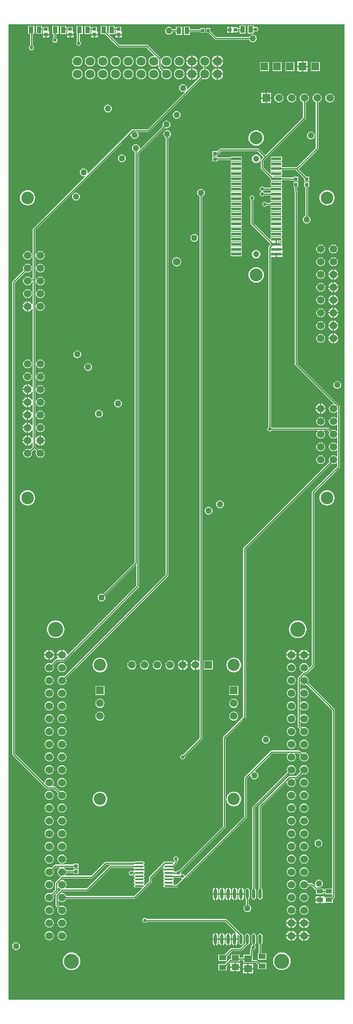
<source format=gbr>
G04 Layer_Physical_Order=6*
G04 Layer_Color=16711680*
%FSLAX26Y26*%
%MOIN*%
%TF.FileFunction,Copper,L6,Bot,Signal*%
%TF.Part,Single*%
G01*
G75*
%TA.AperFunction,SMDPad,CuDef*%
%ADD12R,0.029528X0.025591*%
%ADD15R,0.051181X0.033465*%
%ADD17R,0.025591X0.029528*%
%TA.AperFunction,Conductor*%
%ADD20C,0.010000*%
%TA.AperFunction,ComponentPad*%
%ADD21C,0.059055*%
%ADD22R,0.059055X0.059055*%
%ADD23C,0.100000*%
%ADD24C,0.047000*%
%ADD25C,0.070866*%
%ADD26C,0.060000*%
%ADD27C,0.118110*%
%ADD28R,0.059055X0.059055*%
%ADD29R,0.060000X0.060000*%
%TA.AperFunction,ViaPad*%
%ADD30C,0.060000*%
%TA.AperFunction,WasherPad*%
%ADD31C,0.098425*%
%ADD32C,0.095000*%
%TA.AperFunction,ViaPad*%
%ADD33C,0.050000*%
%ADD34C,0.027559*%
%TA.AperFunction,SMDPad,CuDef*%
%ADD35R,0.055118X0.041339*%
%ADD36R,0.057087X0.045276*%
%ADD37R,0.061024X0.053150*%
%ADD38O,0.023622X0.078740*%
%ADD39R,0.037402X0.053150*%
%ADD40O,0.072835X0.013780*%
%ADD41R,0.078740X0.024000*%
G36*
X-481Y7637176D02*
X-481Y-666D01*
X-2638480Y-665D01*
X-2638481Y7637177D01*
X-481Y7637176D01*
X-481Y7637176D02*
G37*
%LPC*%
G36*
X-418000Y2135302D02*
X-427137Y2134099D01*
X-435651Y2130572D01*
X-442962Y2124962D01*
X-448572Y2117651D01*
X-452099Y2109137D01*
X-453302Y2100000D01*
X-452099Y2090863D01*
X-448572Y2082349D01*
X-442962Y2075038D01*
X-435651Y2069428D01*
X-427137Y2065901D01*
X-418000Y2064698D01*
X-408863Y2065901D01*
X-400349Y2069428D01*
X-393038Y2075038D01*
X-387428Y2082349D01*
X-383901Y2090863D01*
X-382698Y2100000D01*
X-383901Y2109137D01*
X-387428Y2117651D01*
X-393038Y2124962D01*
X-400349Y2130572D01*
X-408863Y2134099D01*
X-418000Y2135302D01*
X-418000Y2135302D02*
G37*
G36*
X-2218000Y2135302D02*
X-2227137Y2134099D01*
X-2235651Y2130572D01*
X-2242962Y2124962D01*
X-2248572Y2117651D01*
X-2252099Y2109137D01*
X-2253302Y2100000D01*
X-2252099Y2090863D01*
X-2248572Y2082349D01*
X-2242962Y2075038D01*
X-2235651Y2069428D01*
X-2227137Y2065901D01*
X-2218000Y2064698D01*
X-2208863Y2065901D01*
X-2200349Y2069428D01*
X-2193038Y2075038D01*
X-2187428Y2082349D01*
X-2183901Y2090863D01*
X-2182698Y2100000D01*
X-2183901Y2109137D01*
X-2187428Y2117651D01*
X-2193038Y2124962D01*
X-2200349Y2130572D01*
X-2208863Y2134099D01*
X-2218000Y2135302D01*
X-2218000Y2135302D02*
G37*
G36*
X-2318000Y2235302D02*
X-2327137Y2234099D01*
X-2335651Y2230572D01*
X-2342962Y2224962D01*
X-2348572Y2217651D01*
X-2352099Y2209137D01*
X-2353302Y2200000D01*
X-2352099Y2190863D01*
X-2348572Y2182349D01*
X-2342962Y2175038D01*
X-2335651Y2169428D01*
X-2327137Y2165901D01*
X-2318000Y2164698D01*
X-2308863Y2165901D01*
X-2300349Y2169428D01*
X-2293038Y2175038D01*
X-2287428Y2182349D01*
X-2283901Y2190863D01*
X-2282698Y2200000D01*
X-2283901Y2209137D01*
X-2287428Y2217651D01*
X-2293038Y2224962D01*
X-2300349Y2230572D01*
X-2308863Y2234099D01*
X-2318000Y2235302D01*
X-2318000Y2235302D02*
G37*
G36*
X-418000Y2235302D02*
X-427137Y2234099D01*
X-435651Y2230572D01*
X-442962Y2224962D01*
X-448572Y2217651D01*
X-452099Y2209137D01*
X-453302Y2200000D01*
X-452099Y2190863D01*
X-448572Y2182349D01*
X-442962Y2175038D01*
X-435651Y2169428D01*
X-427137Y2165901D01*
X-418000Y2164698D01*
X-408863Y2165901D01*
X-400349Y2169428D01*
X-393038Y2175038D01*
X-387428Y2182349D01*
X-383901Y2190863D01*
X-382698Y2200000D01*
X-383901Y2209137D01*
X-387428Y2217651D01*
X-393038Y2224962D01*
X-400349Y2230572D01*
X-408863Y2234099D01*
X-418000Y2235302D01*
X-418000Y2235302D02*
G37*
G36*
X-2218000Y2235302D02*
X-2227137Y2234099D01*
X-2235651Y2230572D01*
X-2242962Y2224962D01*
X-2248572Y2217651D01*
X-2252099Y2209137D01*
X-2253302Y2200000D01*
X-2252099Y2190863D01*
X-2248572Y2182349D01*
X-2242962Y2175038D01*
X-2235651Y2169428D01*
X-2227137Y2165901D01*
X-2218000Y2164698D01*
X-2208863Y2165901D01*
X-2200349Y2169428D01*
X-2193038Y2175038D01*
X-2187428Y2182349D01*
X-2183901Y2190863D01*
X-2182698Y2200000D01*
X-2183901Y2209137D01*
X-2187428Y2217651D01*
X-2193038Y2224962D01*
X-2200349Y2230572D01*
X-2208863Y2234099D01*
X-2218000Y2235302D01*
X-2218000Y2235302D02*
G37*
G36*
X-2318000Y2135302D02*
X-2327137Y2134099D01*
X-2335651Y2130572D01*
X-2342962Y2124962D01*
X-2348572Y2117651D01*
X-2352099Y2109137D01*
X-2353302Y2100000D01*
X-2352099Y2090863D01*
X-2348572Y2082349D01*
X-2342962Y2075038D01*
X-2335651Y2069428D01*
X-2327137Y2065901D01*
X-2318000Y2064698D01*
X-2308863Y2065901D01*
X-2300349Y2069428D01*
X-2293038Y2075038D01*
X-2287428Y2082349D01*
X-2283901Y2090863D01*
X-2282698Y2100000D01*
X-2283901Y2109137D01*
X-2287428Y2117651D01*
X-2293038Y2124962D01*
X-2300349Y2130572D01*
X-2308863Y2134099D01*
X-2318000Y2135302D01*
X-2318000Y2135302D02*
G37*
G36*
X-2218000Y2035302D02*
X-2227137Y2034099D01*
X-2235651Y2030572D01*
X-2242962Y2024962D01*
X-2248572Y2017651D01*
X-2252099Y2009137D01*
X-2253302Y2000000D01*
X-2252099Y1990863D01*
X-2248572Y1982349D01*
X-2242962Y1975038D01*
X-2235651Y1969428D01*
X-2227137Y1965901D01*
X-2218000Y1964698D01*
X-2208863Y1965901D01*
X-2200349Y1969428D01*
X-2193038Y1975038D01*
X-2187428Y1982349D01*
X-2183901Y1990863D01*
X-2182698Y2000000D01*
X-2183901Y2009137D01*
X-2187428Y2017651D01*
X-2193038Y2024962D01*
X-2200349Y2030572D01*
X-2208863Y2034099D01*
X-2218000Y2035302D01*
X-2218000Y2035302D02*
G37*
G36*
X-2318000Y2035302D02*
X-2327137Y2034099D01*
X-2335651Y2030572D01*
X-2342962Y2024962D01*
X-2348572Y2017651D01*
X-2352099Y2009137D01*
X-2353302Y2000000D01*
X-2352099Y1990863D01*
X-2348572Y1982349D01*
X-2342962Y1975038D01*
X-2335651Y1969428D01*
X-2327137Y1965901D01*
X-2318000Y1964698D01*
X-2308863Y1965901D01*
X-2300349Y1969428D01*
X-2293038Y1975038D01*
X-2287428Y1982349D01*
X-2283901Y1990863D01*
X-2282698Y2000000D01*
X-2283901Y2009137D01*
X-2287428Y2017651D01*
X-2293038Y2024962D01*
X-2300349Y2030572D01*
X-2308863Y2034099D01*
X-2318000Y2035302D01*
X-2318000Y2035302D02*
G37*
G36*
X-418000Y2035302D02*
X-427137Y2034099D01*
X-435651Y2030572D01*
X-442962Y2024962D01*
X-448572Y2017651D01*
X-452099Y2009137D01*
X-453302Y2000000D01*
X-452099Y1990863D01*
X-448572Y1982349D01*
X-442962Y1975038D01*
X-435651Y1969428D01*
X-427137Y1965901D01*
X-418000Y1964698D01*
X-408863Y1965901D01*
X-400349Y1969428D01*
X-393038Y1975038D01*
X-387428Y1982349D01*
X-383901Y1990863D01*
X-382698Y2000000D01*
X-383901Y2009137D01*
X-387428Y2017651D01*
X-393038Y2024962D01*
X-400349Y2030572D01*
X-408863Y2034099D01*
X-418000Y2035302D01*
X-418000Y2035302D02*
G37*
G36*
X-618000Y2065259D02*
X-625832Y2064228D01*
X-633130Y2061205D01*
X-639396Y2056396D01*
X-644205Y2050129D01*
X-647228Y2042832D01*
X-648259Y2035000D01*
X-647228Y2027168D01*
X-644205Y2019871D01*
X-639396Y2013604D01*
X-633130Y2008795D01*
X-625832Y2005772D01*
X-618000Y2004741D01*
X-610168Y2005772D01*
X-602870Y2008795D01*
X-596604Y2013604D01*
X-591795Y2019871D01*
X-588772Y2027168D01*
X-587741Y2035000D01*
X-588772Y2042832D01*
X-591795Y2050129D01*
X-596604Y2056396D01*
X-602870Y2061205D01*
X-610168Y2064228D01*
X-618000Y2065259D01*
X-618000Y2065259D02*
G37*
G36*
X-318000Y2035302D02*
X-327137Y2034099D01*
X-335651Y2030572D01*
X-342962Y2024962D01*
X-348572Y2017651D01*
X-352099Y2009137D01*
X-353302Y2000000D01*
X-352099Y1990863D01*
X-348572Y1982349D01*
X-342962Y1975038D01*
X-335651Y1969428D01*
X-327137Y1965901D01*
X-318000Y1964698D01*
X-308863Y1965901D01*
X-300349Y1969428D01*
X-293038Y1975038D01*
X-287428Y1982349D01*
X-283901Y1990863D01*
X-282698Y2000000D01*
X-283901Y2009137D01*
X-287428Y2017651D01*
X-293038Y2024962D01*
X-300349Y2030572D01*
X-308863Y2034099D01*
X-318000Y2035302D01*
X-318000Y2035302D02*
G37*
G36*
X-1919851Y2255003D02*
X-1928865Y2253816D01*
X-1937264Y2250337D01*
X-1944476Y2244803D01*
X-1950011Y2237590D01*
X-1953490Y2229191D01*
X-1954677Y2220178D01*
X-1953490Y2211164D01*
X-1950011Y2202765D01*
X-1944476Y2195552D01*
X-1937264Y2190018D01*
X-1928865Y2186539D01*
X-1919851Y2185352D01*
X-1910838Y2186539D01*
X-1902438Y2190018D01*
X-1895226Y2195552D01*
X-1889691Y2202765D01*
X-1886212Y2211164D01*
X-1885026Y2220178D01*
X-1886212Y2229191D01*
X-1889691Y2237590D01*
X-1895226Y2244803D01*
X-1902438Y2250337D01*
X-1910838Y2253816D01*
X-1919851Y2255003D01*
X-1919851Y2255003D02*
G37*
G36*
X-2218000Y2435302D02*
X-2227137Y2434099D01*
X-2235651Y2430572D01*
X-2242962Y2424962D01*
X-2248572Y2417651D01*
X-2252099Y2409137D01*
X-2253302Y2400000D01*
X-2252099Y2390863D01*
X-2248572Y2382349D01*
X-2242962Y2375038D01*
X-2235651Y2369428D01*
X-2227137Y2365901D01*
X-2218000Y2364698D01*
X-2208863Y2365901D01*
X-2200349Y2369428D01*
X-2193038Y2375038D01*
X-2187428Y2382349D01*
X-2183901Y2390863D01*
X-2182698Y2400000D01*
X-2183901Y2409137D01*
X-2187428Y2417651D01*
X-2193038Y2424962D01*
X-2200349Y2430572D01*
X-2208863Y2434099D01*
X-2218000Y2435302D01*
X-2218000Y2435302D02*
G37*
G36*
X-2318000Y2435302D02*
X-2327137Y2434099D01*
X-2335651Y2430572D01*
X-2342962Y2424962D01*
X-2348572Y2417651D01*
X-2352099Y2409137D01*
X-2353302Y2400000D01*
X-2352099Y2390863D01*
X-2348572Y2382349D01*
X-2342962Y2375038D01*
X-2335651Y2369428D01*
X-2327137Y2365901D01*
X-2318000Y2364698D01*
X-2308863Y2365901D01*
X-2300349Y2369428D01*
X-2293038Y2375038D01*
X-2287428Y2382349D01*
X-2283901Y2390863D01*
X-2282698Y2400000D01*
X-2283901Y2409137D01*
X-2287428Y2417651D01*
X-2293038Y2424962D01*
X-2300349Y2430572D01*
X-2308863Y2434099D01*
X-2318000Y2435302D01*
X-2318000Y2435302D02*
G37*
G36*
X-418000Y2435302D02*
X-427137Y2434099D01*
X-435651Y2430572D01*
X-442962Y2424962D01*
X-448572Y2417651D01*
X-452099Y2409137D01*
X-453302Y2400000D01*
X-452099Y2390863D01*
X-448572Y2382349D01*
X-442962Y2375038D01*
X-435651Y2369428D01*
X-427137Y2365901D01*
X-418000Y2364698D01*
X-408863Y2365901D01*
X-400349Y2369428D01*
X-393038Y2375038D01*
X-387428Y2382349D01*
X-383901Y2390863D01*
X-382698Y2400000D01*
X-383901Y2409137D01*
X-387428Y2417651D01*
X-393038Y2424962D01*
X-400349Y2430572D01*
X-408863Y2434099D01*
X-418000Y2435302D01*
X-418000Y2435302D02*
G37*
G36*
X-835324Y2454705D02*
X-904379Y2454705D01*
X-904379Y2385650D01*
X-835324Y2385650D01*
X-835324Y2454705D01*
X-835324Y2454705D02*
G37*
G36*
X-1885324Y2454705D02*
X-1954379Y2454705D01*
X-1954379Y2385650D01*
X-1885324Y2385650D01*
X-1885324Y2454705D01*
X-1885324Y2454705D02*
G37*
G36*
X-869851Y2355003D02*
X-878865Y2353816D01*
X-887264Y2350337D01*
X-894476Y2344803D01*
X-900011Y2337590D01*
X-903490Y2329191D01*
X-904677Y2320178D01*
X-903490Y2311164D01*
X-900011Y2302765D01*
X-894476Y2295552D01*
X-887264Y2290018D01*
X-878865Y2286539D01*
X-869851Y2285352D01*
X-860838Y2286539D01*
X-852438Y2290018D01*
X-845226Y2295552D01*
X-839691Y2302765D01*
X-836212Y2311164D01*
X-835026Y2320178D01*
X-836212Y2329191D01*
X-839691Y2337590D01*
X-845226Y2344803D01*
X-852438Y2350337D01*
X-860838Y2353816D01*
X-869851Y2355003D01*
X-869851Y2355003D02*
G37*
G36*
X-2318000Y2335302D02*
X-2327137Y2334099D01*
X-2335651Y2330572D01*
X-2342962Y2324962D01*
X-2348572Y2317651D01*
X-2352099Y2309137D01*
X-2353302Y2300000D01*
X-2352099Y2290863D01*
X-2348572Y2282349D01*
X-2342962Y2275038D01*
X-2335651Y2269428D01*
X-2327137Y2265901D01*
X-2318000Y2264698D01*
X-2308863Y2265901D01*
X-2300349Y2269428D01*
X-2293038Y2275038D01*
X-2287428Y2282349D01*
X-2283901Y2290863D01*
X-2282698Y2300000D01*
X-2283901Y2309137D01*
X-2287428Y2317651D01*
X-2293038Y2324962D01*
X-2300349Y2330572D01*
X-2308863Y2334099D01*
X-2318000Y2335302D01*
X-2318000Y2335302D02*
G37*
G36*
X-869851Y2255003D02*
X-878865Y2253816D01*
X-887264Y2250337D01*
X-894476Y2244803D01*
X-900011Y2237590D01*
X-903490Y2229191D01*
X-904677Y2220178D01*
X-903490Y2211164D01*
X-900011Y2202765D01*
X-894476Y2195552D01*
X-887264Y2190018D01*
X-878865Y2186539D01*
X-869851Y2185352D01*
X-860838Y2186539D01*
X-852438Y2190018D01*
X-845226Y2195552D01*
X-839691Y2202765D01*
X-836212Y2211164D01*
X-835026Y2220178D01*
X-836212Y2229191D01*
X-839691Y2237590D01*
X-845226Y2244803D01*
X-852438Y2250337D01*
X-860838Y2253816D01*
X-869851Y2255003D01*
X-869851Y2255003D02*
G37*
G36*
X-2218000Y2335302D02*
X-2227137Y2334099D01*
X-2235651Y2330572D01*
X-2242962Y2324962D01*
X-2248572Y2317651D01*
X-2252099Y2309137D01*
X-2253302Y2300000D01*
X-2252099Y2290863D01*
X-2248572Y2282349D01*
X-2242962Y2275038D01*
X-2235651Y2269428D01*
X-2227137Y2265901D01*
X-2218000Y2264698D01*
X-2208863Y2265901D01*
X-2200349Y2269428D01*
X-2193038Y2275038D01*
X-2187428Y2282349D01*
X-2183901Y2290863D01*
X-2182698Y2300000D01*
X-2183901Y2309137D01*
X-2187428Y2317651D01*
X-2193038Y2324962D01*
X-2200349Y2330572D01*
X-2208863Y2334099D01*
X-2218000Y2335302D01*
X-2218000Y2335302D02*
G37*
G36*
X-1919851Y2355003D02*
X-1928865Y2353816D01*
X-1937264Y2350337D01*
X-1944476Y2344803D01*
X-1950011Y2337590D01*
X-1953490Y2329191D01*
X-1954677Y2320178D01*
X-1953490Y2311164D01*
X-1950011Y2302765D01*
X-1944476Y2295552D01*
X-1937264Y2290018D01*
X-1928865Y2286539D01*
X-1919851Y2285352D01*
X-1910838Y2286539D01*
X-1902438Y2290018D01*
X-1895226Y2295552D01*
X-1889691Y2302765D01*
X-1886212Y2311164D01*
X-1885026Y2320178D01*
X-1886212Y2329191D01*
X-1889691Y2337590D01*
X-1895226Y2344803D01*
X-1902438Y2350337D01*
X-1910838Y2353816D01*
X-1919851Y2355003D01*
X-1919851Y2355003D02*
G37*
G36*
X-418000Y2335302D02*
X-427137Y2334099D01*
X-435651Y2330572D01*
X-442962Y2324962D01*
X-448572Y2317651D01*
X-452099Y2309137D01*
X-453302Y2300000D01*
X-452099Y2290863D01*
X-448572Y2282349D01*
X-442962Y2275038D01*
X-435651Y2269428D01*
X-427137Y2265901D01*
X-418000Y2264698D01*
X-408863Y2265901D01*
X-400349Y2269428D01*
X-393038Y2275038D01*
X-387428Y2282349D01*
X-383901Y2290863D01*
X-382698Y2300000D01*
X-383901Y2309137D01*
X-387428Y2317651D01*
X-393038Y2324962D01*
X-400349Y2330572D01*
X-408863Y2334099D01*
X-418000Y2335302D01*
X-418000Y2335302D02*
G37*
G36*
X-2218000Y1535302D02*
X-2227137Y1534099D01*
X-2235651Y1530572D01*
X-2242962Y1524962D01*
X-2248572Y1517651D01*
X-2252099Y1509137D01*
X-2253302Y1500000D01*
X-2252099Y1490863D01*
X-2248572Y1482349D01*
X-2242962Y1475038D01*
X-2235651Y1469428D01*
X-2227137Y1465901D01*
X-2218000Y1464698D01*
X-2208863Y1465901D01*
X-2200349Y1469428D01*
X-2193038Y1475038D01*
X-2187428Y1482349D01*
X-2183901Y1490863D01*
X-2182698Y1500000D01*
X-2183901Y1509137D01*
X-2187428Y1517651D01*
X-2193038Y1524962D01*
X-2200349Y1530572D01*
X-2208863Y1534099D01*
X-2218000Y1535302D01*
X-2218000Y1535302D02*
G37*
G36*
X-2318000Y1535302D02*
X-2327137Y1534099D01*
X-2335651Y1530572D01*
X-2342962Y1524962D01*
X-2348572Y1517651D01*
X-2352099Y1509137D01*
X-2353302Y1500000D01*
X-2352099Y1490863D01*
X-2348572Y1482349D01*
X-2342962Y1475038D01*
X-2335651Y1469428D01*
X-2327137Y1465901D01*
X-2318000Y1464698D01*
X-2308863Y1465901D01*
X-2300349Y1469428D01*
X-2293038Y1475038D01*
X-2287428Y1482349D01*
X-2283901Y1490863D01*
X-2282698Y1500000D01*
X-2283901Y1509137D01*
X-2287428Y1517651D01*
X-2293038Y1524962D01*
X-2300349Y1530572D01*
X-2308863Y1534099D01*
X-2318000Y1535302D01*
X-2318000Y1535302D02*
G37*
G36*
X-418000Y1535302D02*
X-427137Y1534099D01*
X-435651Y1530572D01*
X-442962Y1524962D01*
X-448572Y1517651D01*
X-452099Y1509137D01*
X-453302Y1500000D01*
X-452099Y1490863D01*
X-448572Y1482349D01*
X-442962Y1475038D01*
X-435651Y1469428D01*
X-427137Y1465901D01*
X-418000Y1464698D01*
X-408863Y1465901D01*
X-400349Y1469428D01*
X-393038Y1475038D01*
X-387428Y1482349D01*
X-383901Y1490863D01*
X-382698Y1500000D01*
X-383901Y1509137D01*
X-387428Y1517651D01*
X-393038Y1524962D01*
X-400349Y1530572D01*
X-408863Y1534099D01*
X-418000Y1535302D01*
X-418000Y1535302D02*
G37*
G36*
X-1919851Y1628174D02*
X-1934862Y1626198D01*
X-1948849Y1620404D01*
X-1960861Y1611187D01*
X-1970077Y1599176D01*
X-1975871Y1585188D01*
X-1977847Y1570178D01*
X-1975871Y1555167D01*
X-1970077Y1541179D01*
X-1960861Y1529168D01*
X-1948849Y1519951D01*
X-1934862Y1514158D01*
X-1919851Y1512181D01*
X-1904841Y1514158D01*
X-1890853Y1519951D01*
X-1878842Y1529168D01*
X-1869625Y1541179D01*
X-1863831Y1555167D01*
X-1861855Y1570178D01*
X-1863831Y1585188D01*
X-1869625Y1599176D01*
X-1878842Y1611187D01*
X-1890853Y1620404D01*
X-1904841Y1626198D01*
X-1919851Y1628174D01*
X-1919851Y1628174D02*
G37*
G36*
X-318000Y1535302D02*
X-327137Y1534099D01*
X-335651Y1530572D01*
X-342962Y1524962D01*
X-348572Y1517651D01*
X-352099Y1509137D01*
X-353302Y1500000D01*
X-352099Y1490863D01*
X-348572Y1482349D01*
X-342962Y1475038D01*
X-335651Y1469428D01*
X-327137Y1465901D01*
X-318000Y1464698D01*
X-308863Y1465901D01*
X-300349Y1469428D01*
X-293038Y1475038D01*
X-287428Y1482349D01*
X-283901Y1490863D01*
X-282698Y1500000D01*
X-283901Y1509137D01*
X-287428Y1517651D01*
X-293038Y1524962D01*
X-300349Y1530572D01*
X-308863Y1534099D01*
X-318000Y1535302D01*
X-318000Y1535302D02*
G37*
G36*
X-318000Y1435302D02*
X-327137Y1434099D01*
X-335651Y1430572D01*
X-342962Y1424962D01*
X-348572Y1417651D01*
X-352099Y1409137D01*
X-353302Y1400000D01*
X-352099Y1390863D01*
X-348572Y1382349D01*
X-342962Y1375038D01*
X-335651Y1369428D01*
X-327137Y1365901D01*
X-318000Y1364698D01*
X-308863Y1365901D01*
X-300349Y1369428D01*
X-293038Y1375038D01*
X-287428Y1382349D01*
X-283901Y1390863D01*
X-282698Y1400000D01*
X-283901Y1409137D01*
X-287428Y1417651D01*
X-293038Y1424962D01*
X-300349Y1430572D01*
X-308863Y1434099D01*
X-318000Y1435302D01*
X-318000Y1435302D02*
G37*
G36*
X-318000Y1335302D02*
X-327137Y1334099D01*
X-335651Y1330572D01*
X-342962Y1324962D01*
X-348572Y1317651D01*
X-352099Y1309137D01*
X-353302Y1300000D01*
X-352099Y1290863D01*
X-348572Y1282349D01*
X-342962Y1275038D01*
X-335651Y1269428D01*
X-327137Y1265901D01*
X-318000Y1264698D01*
X-308863Y1265901D01*
X-300349Y1269428D01*
X-293038Y1275038D01*
X-287428Y1282349D01*
X-283901Y1290863D01*
X-282698Y1300000D01*
X-283901Y1309137D01*
X-287428Y1317651D01*
X-293038Y1324962D01*
X-300349Y1330572D01*
X-308863Y1334099D01*
X-318000Y1335302D01*
X-318000Y1335302D02*
G37*
G36*
X-418000Y1335302D02*
X-427137Y1334099D01*
X-435651Y1330572D01*
X-442962Y1324962D01*
X-448572Y1317651D01*
X-452099Y1309137D01*
X-453302Y1300000D01*
X-452099Y1290863D01*
X-448572Y1282349D01*
X-442962Y1275038D01*
X-435651Y1269428D01*
X-427137Y1265901D01*
X-418000Y1264698D01*
X-408863Y1265901D01*
X-400349Y1269428D01*
X-393038Y1275038D01*
X-387428Y1282349D01*
X-383901Y1290863D01*
X-382698Y1300000D01*
X-383901Y1309137D01*
X-387428Y1317651D01*
X-393038Y1324962D01*
X-400349Y1330572D01*
X-408863Y1334099D01*
X-418000Y1335302D01*
X-418000Y1335302D02*
G37*
G36*
X-2318000Y1435302D02*
X-2327137Y1434099D01*
X-2335651Y1430572D01*
X-2342962Y1424962D01*
X-2348572Y1417651D01*
X-2352099Y1409137D01*
X-2353302Y1400000D01*
X-2352099Y1390863D01*
X-2348572Y1382349D01*
X-2342962Y1375038D01*
X-2335651Y1369428D01*
X-2327137Y1365901D01*
X-2318000Y1364698D01*
X-2308863Y1365901D01*
X-2300349Y1369428D01*
X-2293038Y1375038D01*
X-2287428Y1382349D01*
X-2283901Y1390863D01*
X-2282698Y1400000D01*
X-2283901Y1409137D01*
X-2287428Y1417651D01*
X-2293038Y1424962D01*
X-2300349Y1430572D01*
X-2308863Y1434099D01*
X-2318000Y1435302D01*
X-2318000Y1435302D02*
G37*
G36*
X-418000Y1435302D02*
X-427137Y1434099D01*
X-435651Y1430572D01*
X-442962Y1424962D01*
X-448572Y1417651D01*
X-452099Y1409137D01*
X-453302Y1400000D01*
X-452099Y1390863D01*
X-448572Y1382349D01*
X-442962Y1375038D01*
X-435651Y1369428D01*
X-427137Y1365901D01*
X-418000Y1364698D01*
X-408863Y1365901D01*
X-400349Y1369428D01*
X-393038Y1375038D01*
X-387428Y1382349D01*
X-383901Y1390863D01*
X-382698Y1400000D01*
X-383901Y1409137D01*
X-387428Y1417651D01*
X-393038Y1424962D01*
X-400349Y1430572D01*
X-408863Y1434099D01*
X-418000Y1435302D01*
X-418000Y1435302D02*
G37*
G36*
X-2218000Y1435302D02*
X-2227137Y1434099D01*
X-2235651Y1430572D01*
X-2242962Y1424962D01*
X-2248572Y1417651D01*
X-2252099Y1409137D01*
X-2253302Y1400000D01*
X-2252099Y1390863D01*
X-2248572Y1382349D01*
X-2242962Y1375038D01*
X-2235651Y1369428D01*
X-2227137Y1365901D01*
X-2218000Y1364698D01*
X-2208863Y1365901D01*
X-2200349Y1369428D01*
X-2193038Y1375038D01*
X-2187428Y1382349D01*
X-2183901Y1390863D01*
X-2182698Y1400000D01*
X-2183901Y1409137D01*
X-2187428Y1417651D01*
X-2193038Y1424962D01*
X-2200349Y1430572D01*
X-2208863Y1434099D01*
X-2218000Y1435302D01*
X-2218000Y1435302D02*
G37*
G36*
X-869851Y1628174D02*
X-884862Y1626198D01*
X-898849Y1620404D01*
X-910861Y1611187D01*
X-920077Y1599176D01*
X-925871Y1585188D01*
X-927847Y1570178D01*
X-925871Y1555167D01*
X-920077Y1541179D01*
X-910861Y1529168D01*
X-898849Y1519951D01*
X-884862Y1514158D01*
X-869851Y1512181D01*
X-854841Y1514158D01*
X-840853Y1519951D01*
X-828842Y1529168D01*
X-819625Y1541179D01*
X-813831Y1555167D01*
X-811855Y1570178D01*
X-813831Y1585188D01*
X-819625Y1599176D01*
X-828842Y1611187D01*
X-840853Y1620404D01*
X-854841Y1626198D01*
X-869851Y1628174D01*
X-869851Y1628174D02*
G37*
G36*
X-418000Y1835302D02*
X-427137Y1834099D01*
X-435651Y1830572D01*
X-442962Y1824962D01*
X-448572Y1817651D01*
X-452099Y1809137D01*
X-453302Y1800000D01*
X-452099Y1790863D01*
X-449011Y1783408D01*
X-720210Y1512210D01*
X-722420Y1508902D01*
X-723196Y1505000D01*
X-723196Y868130D01*
X-725120Y866845D01*
X-728836Y861284D01*
X-730140Y854725D01*
X-730140Y799606D01*
X-728836Y793047D01*
X-725120Y787486D01*
X-719559Y783771D01*
X-713000Y782466D01*
X-706441Y783771D01*
X-700880Y787486D01*
X-697164Y793047D01*
X-695860Y799606D01*
X-695860Y854725D01*
X-697164Y861284D01*
X-700880Y866845D01*
X-702804Y868130D01*
X-702804Y1500777D01*
X-434592Y1768989D01*
X-427137Y1765901D01*
X-418000Y1764698D01*
X-408863Y1765901D01*
X-400349Y1769428D01*
X-393038Y1775038D01*
X-387428Y1782349D01*
X-383901Y1790863D01*
X-382698Y1800000D01*
X-383901Y1809137D01*
X-387428Y1817651D01*
X-393038Y1824962D01*
X-400349Y1830572D01*
X-408863Y1834099D01*
X-418000Y1835302D01*
X-418000Y1835302D02*
G37*
G36*
X-2218000Y1835302D02*
X-2227137Y1834099D01*
X-2235651Y1830572D01*
X-2242962Y1824962D01*
X-2248572Y1817651D01*
X-2252099Y1809137D01*
X-2253302Y1800000D01*
X-2252099Y1790863D01*
X-2248572Y1782349D01*
X-2242962Y1775038D01*
X-2235651Y1769428D01*
X-2227137Y1765901D01*
X-2218000Y1764698D01*
X-2208863Y1765901D01*
X-2200349Y1769428D01*
X-2193038Y1775038D01*
X-2187428Y1782349D01*
X-2183901Y1790863D01*
X-2182698Y1800000D01*
X-2183901Y1809137D01*
X-2187428Y1817651D01*
X-2193038Y1824962D01*
X-2200349Y1830572D01*
X-2208863Y1834099D01*
X-2218000Y1835302D01*
X-2218000Y1835302D02*
G37*
G36*
X-318000Y1835302D02*
X-327137Y1834099D01*
X-335651Y1830572D01*
X-342962Y1824962D01*
X-348572Y1817651D01*
X-352099Y1809137D01*
X-353302Y1800000D01*
X-352099Y1790863D01*
X-349011Y1783408D01*
X-382223Y1750196D01*
X-434568Y1750196D01*
X-438470Y1749420D01*
X-441778Y1747210D01*
X-670210Y1518778D01*
X-672420Y1515470D01*
X-673196Y1511569D01*
X-673196Y868130D01*
X-675120Y866845D01*
X-678836Y861284D01*
X-680140Y854725D01*
X-680140Y799606D01*
X-678836Y793047D01*
X-675120Y787486D01*
X-669559Y783771D01*
X-663000Y782466D01*
X-656441Y783771D01*
X-650880Y787486D01*
X-647164Y793047D01*
X-645860Y799606D01*
X-645860Y854725D01*
X-647164Y861284D01*
X-650880Y866845D01*
X-652804Y868130D01*
X-652804Y1507345D01*
X-457763Y1702386D01*
X-454749Y1700899D01*
X-453276Y1699802D01*
X-452099Y1690863D01*
X-448572Y1682349D01*
X-442962Y1675038D01*
X-435651Y1669428D01*
X-427137Y1665901D01*
X-418000Y1664698D01*
X-408863Y1665901D01*
X-400349Y1669428D01*
X-393038Y1675038D01*
X-387428Y1682349D01*
X-383901Y1690863D01*
X-382698Y1700000D01*
X-383901Y1709137D01*
X-387428Y1717651D01*
X-392916Y1724804D01*
X-392651Y1726621D01*
X-391570Y1729804D01*
X-378000Y1729804D01*
X-374098Y1730580D01*
X-370790Y1732790D01*
X-334592Y1768989D01*
X-327137Y1765901D01*
X-318000Y1764698D01*
X-308863Y1765901D01*
X-300349Y1769428D01*
X-293038Y1775038D01*
X-287428Y1782349D01*
X-283901Y1790863D01*
X-282698Y1800000D01*
X-283901Y1809137D01*
X-287428Y1817651D01*
X-293038Y1824962D01*
X-300349Y1830572D01*
X-308863Y1834099D01*
X-318000Y1835302D01*
X-318000Y1835302D02*
G37*
G36*
X-2218000Y1935302D02*
X-2227137Y1934099D01*
X-2235651Y1930572D01*
X-2242962Y1924962D01*
X-2248572Y1917651D01*
X-2252099Y1909137D01*
X-2253302Y1900000D01*
X-2252099Y1890863D01*
X-2248572Y1882349D01*
X-2242962Y1875038D01*
X-2235651Y1869428D01*
X-2227137Y1865901D01*
X-2218000Y1864698D01*
X-2208863Y1865901D01*
X-2200349Y1869428D01*
X-2193038Y1875038D01*
X-2187428Y1882349D01*
X-2183901Y1890863D01*
X-2182698Y1900000D01*
X-2183901Y1909137D01*
X-2187428Y1917651D01*
X-2193038Y1924962D01*
X-2200349Y1930572D01*
X-2208863Y1934099D01*
X-2218000Y1935302D01*
X-2218000Y1935302D02*
G37*
G36*
X-2318000Y1935302D02*
X-2327137Y1934099D01*
X-2335651Y1930572D01*
X-2342962Y1924962D01*
X-2348572Y1917651D01*
X-2352099Y1909137D01*
X-2353302Y1900000D01*
X-2352099Y1890863D01*
X-2348572Y1882349D01*
X-2342962Y1875038D01*
X-2335651Y1869428D01*
X-2327137Y1865901D01*
X-2318000Y1864698D01*
X-2308863Y1865901D01*
X-2300349Y1869428D01*
X-2293038Y1875038D01*
X-2287428Y1882349D01*
X-2283901Y1890863D01*
X-2282698Y1900000D01*
X-2283901Y1909137D01*
X-2287428Y1917651D01*
X-2293038Y1924962D01*
X-2300349Y1930572D01*
X-2308863Y1934099D01*
X-2318000Y1935302D01*
X-2318000Y1935302D02*
G37*
G36*
X-2318000Y1835302D02*
X-2327137Y1834099D01*
X-2335651Y1830572D01*
X-2342962Y1824962D01*
X-2348572Y1817651D01*
X-2352099Y1809137D01*
X-2353302Y1800000D01*
X-2352099Y1790863D01*
X-2348572Y1782349D01*
X-2342962Y1775038D01*
X-2335651Y1769428D01*
X-2327137Y1765901D01*
X-2318000Y1764698D01*
X-2308863Y1765901D01*
X-2300349Y1769428D01*
X-2293038Y1775038D01*
X-2287428Y1782349D01*
X-2283901Y1790863D01*
X-2282698Y1800000D01*
X-2283901Y1809137D01*
X-2287428Y1817651D01*
X-2293038Y1824962D01*
X-2300349Y1830572D01*
X-2308863Y1834099D01*
X-2318000Y1835302D01*
X-2318000Y1835302D02*
G37*
G36*
X-418000Y1635302D02*
X-427137Y1634099D01*
X-435651Y1630572D01*
X-442962Y1624962D01*
X-448572Y1617651D01*
X-452099Y1609137D01*
X-453302Y1600000D01*
X-452099Y1590863D01*
X-448572Y1582349D01*
X-442962Y1575038D01*
X-435651Y1569428D01*
X-427137Y1565901D01*
X-418000Y1564698D01*
X-408863Y1565901D01*
X-400349Y1569428D01*
X-393038Y1575038D01*
X-387428Y1582349D01*
X-383901Y1590863D01*
X-382698Y1600000D01*
X-383901Y1609137D01*
X-387428Y1617651D01*
X-393038Y1624962D01*
X-400349Y1630572D01*
X-408863Y1634099D01*
X-418000Y1635302D01*
X-418000Y1635302D02*
G37*
G36*
X-2318000Y1635302D02*
X-2327137Y1634099D01*
X-2335651Y1630572D01*
X-2342962Y1624962D01*
X-2348572Y1617651D01*
X-2352099Y1609137D01*
X-2353302Y1600000D01*
X-2352099Y1590863D01*
X-2348572Y1582349D01*
X-2342962Y1575038D01*
X-2335651Y1569428D01*
X-2327137Y1565901D01*
X-2318000Y1564698D01*
X-2308863Y1565901D01*
X-2300349Y1569428D01*
X-2293038Y1575038D01*
X-2287428Y1582349D01*
X-2283901Y1590863D01*
X-2282698Y1600000D01*
X-2283901Y1609137D01*
X-2287428Y1617651D01*
X-2293038Y1624962D01*
X-2300349Y1630572D01*
X-2308863Y1634099D01*
X-2318000Y1635302D01*
X-2318000Y1635302D02*
G37*
G36*
X-318000Y1635302D02*
X-327137Y1634099D01*
X-335651Y1630572D01*
X-342962Y1624962D01*
X-348572Y1617651D01*
X-352099Y1609137D01*
X-353302Y1600000D01*
X-352099Y1590863D01*
X-348572Y1582349D01*
X-342962Y1575038D01*
X-335651Y1569428D01*
X-327137Y1565901D01*
X-318000Y1564698D01*
X-308863Y1565901D01*
X-300349Y1569428D01*
X-293038Y1575038D01*
X-287428Y1582349D01*
X-283901Y1590863D01*
X-282698Y1600000D01*
X-283901Y1609137D01*
X-287428Y1617651D01*
X-293038Y1624962D01*
X-300349Y1630572D01*
X-308863Y1634099D01*
X-318000Y1635302D01*
X-318000Y1635302D02*
G37*
G36*
X-318000Y1735302D02*
X-327137Y1734099D01*
X-335651Y1730572D01*
X-342962Y1724962D01*
X-348572Y1717651D01*
X-352099Y1709137D01*
X-353302Y1700000D01*
X-352099Y1690863D01*
X-348572Y1682349D01*
X-342962Y1675038D01*
X-335651Y1669428D01*
X-327137Y1665901D01*
X-318000Y1664698D01*
X-308863Y1665901D01*
X-300349Y1669428D01*
X-293038Y1675038D01*
X-287428Y1682349D01*
X-283901Y1690863D01*
X-282698Y1700000D01*
X-283901Y1709137D01*
X-287428Y1717651D01*
X-293038Y1724962D01*
X-300349Y1730572D01*
X-308863Y1734099D01*
X-318000Y1735302D01*
X-318000Y1735302D02*
G37*
G36*
X-2218000Y1735302D02*
X-2227137Y1734099D01*
X-2235651Y1730572D01*
X-2242962Y1724962D01*
X-2248572Y1717651D01*
X-2252099Y1709137D01*
X-2253302Y1700000D01*
X-2252099Y1690863D01*
X-2248572Y1682349D01*
X-2242962Y1675038D01*
X-2235651Y1669428D01*
X-2227137Y1665901D01*
X-2218000Y1664698D01*
X-2208863Y1665901D01*
X-2200349Y1669428D01*
X-2193038Y1675038D01*
X-2187428Y1682349D01*
X-2183901Y1690863D01*
X-2182698Y1700000D01*
X-2183901Y1709137D01*
X-2187428Y1717651D01*
X-2193038Y1724962D01*
X-2200349Y1730572D01*
X-2208863Y1734099D01*
X-2218000Y1735302D01*
X-2218000Y1735302D02*
G37*
G36*
X-413000Y2739687D02*
X-413000Y2705000D01*
X-378313Y2705000D01*
X-379029Y2710442D01*
X-383060Y2720173D01*
X-389472Y2728528D01*
X-397827Y2734940D01*
X-407558Y2738970D01*
X-413000Y2739687D01*
X-413000Y2739687D02*
G37*
G36*
X-2313000Y2739687D02*
X-2313000Y2705000D01*
X-2278313Y2705000D01*
X-2279030Y2710442D01*
X-2283060Y2720173D01*
X-2289472Y2728528D01*
X-2297827Y2734940D01*
X-2307558Y2738970D01*
X-2313000Y2739687D01*
X-2313000Y2739687D02*
G37*
G36*
X-313000Y2739687D02*
X-313000Y2705000D01*
X-278313Y2705000D01*
X-279029Y2710442D01*
X-283060Y2720173D01*
X-289472Y2728528D01*
X-297827Y2734940D01*
X-307558Y2738970D01*
X-313000Y2739687D01*
X-313000Y2739687D02*
G37*
G36*
X-368000Y2969389D02*
X-381537Y2968056D01*
X-394554Y2964107D01*
X-406551Y2957695D01*
X-417066Y2949066D01*
X-425695Y2938551D01*
X-432107Y2926554D01*
X-436056Y2913537D01*
X-437389Y2900000D01*
X-436056Y2886463D01*
X-432107Y2873446D01*
X-425695Y2861449D01*
X-417066Y2850934D01*
X-406551Y2842305D01*
X-394554Y2835893D01*
X-381537Y2831944D01*
X-368000Y2830611D01*
X-354463Y2831944D01*
X-341446Y2835893D01*
X-329449Y2842305D01*
X-318934Y2850934D01*
X-310305Y2861449D01*
X-303893Y2873446D01*
X-299944Y2886463D01*
X-298611Y2900000D01*
X-299944Y2913537D01*
X-303893Y2926554D01*
X-310305Y2938551D01*
X-318934Y2949066D01*
X-329449Y2957695D01*
X-341446Y2964107D01*
X-354463Y2968056D01*
X-368000Y2969389D01*
X-368000Y2969389D02*
G37*
G36*
X-2268000Y2969389D02*
X-2281537Y2968056D01*
X-2294554Y2964107D01*
X-2306551Y2957695D01*
X-2317066Y2949066D01*
X-2325695Y2938551D01*
X-2332107Y2926554D01*
X-2336056Y2913537D01*
X-2337389Y2900000D01*
X-2336056Y2886463D01*
X-2332107Y2873446D01*
X-2325695Y2861449D01*
X-2317066Y2850934D01*
X-2306551Y2842305D01*
X-2294554Y2835893D01*
X-2281537Y2831944D01*
X-2268000Y2830611D01*
X-2254463Y2831944D01*
X-2241446Y2835893D01*
X-2229449Y2842305D01*
X-2218934Y2850934D01*
X-2210305Y2861449D01*
X-2203893Y2873446D01*
X-2199944Y2886463D01*
X-2198611Y2900000D01*
X-2199944Y2913537D01*
X-2203893Y2926554D01*
X-2210305Y2938551D01*
X-2218934Y2949066D01*
X-2229449Y2957695D01*
X-2241446Y2964107D01*
X-2254463Y2968056D01*
X-2268000Y2969389D01*
X-2268000Y2969389D02*
G37*
G36*
X-323000Y2739687D02*
X-328442Y2738970D01*
X-338173Y2734940D01*
X-346528Y2728528D01*
X-352940Y2720173D01*
X-356971Y2710442D01*
X-357687Y2705000D01*
X-323000Y2705000D01*
X-323000Y2739687D01*
X-323000Y2739687D02*
G37*
G36*
X-278313Y2695000D02*
X-313000Y2695000D01*
X-313000Y2660313D01*
X-307558Y2661030D01*
X-297827Y2665060D01*
X-289472Y2671472D01*
X-283060Y2679827D01*
X-279029Y2689558D01*
X-278313Y2695000D01*
X-278313Y2695000D02*
G37*
G36*
X-378313Y2695000D02*
X-413000Y2695000D01*
X-413000Y2660313D01*
X-407558Y2661030D01*
X-397827Y2665060D01*
X-389472Y2671472D01*
X-383060Y2679827D01*
X-379029Y2689558D01*
X-378313Y2695000D01*
X-378313Y2695000D02*
G37*
G36*
X-2323000Y2739687D02*
X-2328442Y2738970D01*
X-2338173Y2734940D01*
X-2346528Y2728528D01*
X-2352940Y2720173D01*
X-2356970Y2710442D01*
X-2357687Y2705000D01*
X-2323000Y2705000D01*
X-2323000Y2739687D01*
X-2323000Y2739687D02*
G37*
G36*
X-423000Y2739687D02*
X-428442Y2738970D01*
X-438173Y2734940D01*
X-446528Y2728528D01*
X-452940Y2720173D01*
X-456971Y2710442D01*
X-457687Y2705000D01*
X-423000Y2705000D01*
X-423000Y2739687D01*
X-423000Y2739687D02*
G37*
G36*
X-2223000Y2739687D02*
X-2228442Y2738970D01*
X-2238173Y2734940D01*
X-2246528Y2728528D01*
X-2252940Y2720173D01*
X-2256970Y2710442D01*
X-2257687Y2705000D01*
X-2223000Y2705000D01*
X-2223000Y2739687D01*
X-2223000Y2739687D02*
G37*
G36*
X-1068000Y3858759D02*
X-1075832Y3857728D01*
X-1083130Y3854705D01*
X-1089396Y3849896D01*
X-1094205Y3843629D01*
X-1097228Y3836332D01*
X-1098259Y3828500D01*
X-1097228Y3820668D01*
X-1094205Y3813371D01*
X-1089396Y3807104D01*
X-1083130Y3802295D01*
X-1075832Y3799272D01*
X-1068000Y3798241D01*
X-1060168Y3799272D01*
X-1052870Y3802295D01*
X-1046604Y3807104D01*
X-1041795Y3813371D01*
X-1038772Y3820668D01*
X-1037741Y3828500D01*
X-1038772Y3836332D01*
X-1041795Y3843629D01*
X-1046604Y3849896D01*
X-1052870Y3854705D01*
X-1060168Y3857728D01*
X-1068000Y3858759D01*
X-1068000Y3858759D02*
G37*
G36*
X-2493000Y4417710D02*
X-2498319Y4417010D01*
X-2507934Y4413027D01*
X-2516191Y4406691D01*
X-2522527Y4398434D01*
X-2526510Y4388819D01*
X-2527210Y4383500D01*
X-2493000Y4383500D01*
X-2493000Y4417710D01*
X-2493000Y4417710D02*
G37*
G36*
X-2348790Y4373500D02*
X-2383000Y4373500D01*
X-2383000Y4339290D01*
X-2377681Y4339990D01*
X-2368066Y4343973D01*
X-2359809Y4350309D01*
X-2353473Y4358566D01*
X-2349490Y4368181D01*
X-2348790Y4373500D01*
X-2348790Y4373500D02*
G37*
G36*
X-2383000Y4417710D02*
X-2383000Y4383500D01*
X-2348790Y4383500D01*
X-2349490Y4388819D01*
X-2353473Y4398434D01*
X-2359809Y4406691D01*
X-2368066Y4413027D01*
X-2377681Y4417010D01*
X-2383000Y4417710D01*
X-2383000Y4417710D02*
G37*
G36*
X-2388000Y4513325D02*
X-2397014Y4512139D01*
X-2405413Y4508660D01*
X-2412625Y4503125D01*
X-2418160Y4495913D01*
X-2421639Y4487514D01*
X-2422825Y4478500D01*
X-2421639Y4469486D01*
X-2418160Y4461087D01*
X-2412625Y4453875D01*
X-2405413Y4448340D01*
X-2397014Y4444861D01*
X-2388000Y4443675D01*
X-2378986Y4444861D01*
X-2370587Y4448340D01*
X-2363375Y4453875D01*
X-2357840Y4461087D01*
X-2354361Y4469486D01*
X-2353175Y4478500D01*
X-2354361Y4487514D01*
X-2357840Y4495913D01*
X-2363375Y4503125D01*
X-2370587Y4508660D01*
X-2378986Y4512139D01*
X-2388000Y4513325D01*
X-2388000Y4513325D02*
G37*
G36*
X-2493000Y4473500D02*
X-2527210Y4473500D01*
X-2526510Y4468181D01*
X-2522527Y4458566D01*
X-2516191Y4450309D01*
X-2507934Y4443973D01*
X-2498319Y4439990D01*
X-2493000Y4439290D01*
X-2493000Y4473500D01*
X-2493000Y4473500D02*
G37*
G36*
X-2493000Y4373500D02*
X-2527210Y4373500D01*
X-2526510Y4368181D01*
X-2522527Y4358566D01*
X-2516191Y4350309D01*
X-2507934Y4343973D01*
X-2498319Y4339990D01*
X-2493000Y4339290D01*
X-2493000Y4373500D01*
X-2493000Y4373500D02*
G37*
G36*
X-2488000Y3987999D02*
X-2499608Y3986856D01*
X-2510769Y3983470D01*
X-2521056Y3977972D01*
X-2530072Y3970572D01*
X-2537472Y3961556D01*
X-2542970Y3951269D01*
X-2546356Y3940108D01*
X-2547499Y3928500D01*
X-2546356Y3916892D01*
X-2542970Y3905731D01*
X-2537472Y3895444D01*
X-2530072Y3886428D01*
X-2521056Y3879028D01*
X-2510769Y3873530D01*
X-2499608Y3870144D01*
X-2488000Y3869001D01*
X-2476392Y3870144D01*
X-2465231Y3873530D01*
X-2454944Y3879028D01*
X-2445928Y3886428D01*
X-2438528Y3895444D01*
X-2433030Y3905731D01*
X-2429644Y3916892D01*
X-2428501Y3928500D01*
X-2429644Y3940108D01*
X-2433030Y3951269D01*
X-2438528Y3961556D01*
X-2445928Y3970572D01*
X-2454944Y3977972D01*
X-2465231Y3983470D01*
X-2476392Y3986856D01*
X-2488000Y3987999D01*
X-2488000Y3987999D02*
G37*
G36*
X-978000Y3908759D02*
X-985832Y3907728D01*
X-993130Y3904705D01*
X-999396Y3899896D01*
X-1004205Y3893629D01*
X-1007228Y3886332D01*
X-1008259Y3878500D01*
X-1007228Y3870668D01*
X-1004205Y3863371D01*
X-999396Y3857104D01*
X-993130Y3852295D01*
X-985832Y3849272D01*
X-978000Y3848241D01*
X-970168Y3849272D01*
X-962870Y3852295D01*
X-956604Y3857104D01*
X-951795Y3863371D01*
X-948772Y3870668D01*
X-947741Y3878500D01*
X-948772Y3886332D01*
X-951795Y3893629D01*
X-956604Y3899896D01*
X-962870Y3904705D01*
X-970168Y3907728D01*
X-978000Y3908759D01*
X-978000Y3908759D02*
G37*
G36*
X-138000Y3987999D02*
X-149608Y3986856D01*
X-160769Y3983470D01*
X-171056Y3977972D01*
X-180072Y3970572D01*
X-187472Y3961556D01*
X-192970Y3951269D01*
X-196356Y3940108D01*
X-197499Y3928500D01*
X-196356Y3916892D01*
X-192970Y3905731D01*
X-187472Y3895444D01*
X-180072Y3886428D01*
X-171056Y3879028D01*
X-160769Y3873530D01*
X-149608Y3870144D01*
X-138000Y3869001D01*
X-126392Y3870144D01*
X-115231Y3873530D01*
X-104944Y3879028D01*
X-95928Y3886428D01*
X-88528Y3895444D01*
X-83030Y3905731D01*
X-79644Y3916892D01*
X-78501Y3928500D01*
X-79644Y3940108D01*
X-83030Y3951269D01*
X-88528Y3961556D01*
X-95928Y3970572D01*
X-104944Y3977972D01*
X-115231Y3983470D01*
X-126392Y3986856D01*
X-138000Y3987999D01*
X-138000Y3987999D02*
G37*
G36*
X-188000Y4363325D02*
X-197013Y4362139D01*
X-205413Y4358660D01*
X-212625Y4353125D01*
X-218160Y4345913D01*
X-221639Y4337514D01*
X-222825Y4328500D01*
X-221639Y4319486D01*
X-218160Y4311087D01*
X-212625Y4303875D01*
X-205413Y4298340D01*
X-197013Y4294861D01*
X-188000Y4293675D01*
X-178987Y4294861D01*
X-170587Y4298340D01*
X-163375Y4303875D01*
X-157840Y4311087D01*
X-154361Y4319486D01*
X-153175Y4328500D01*
X-154361Y4337514D01*
X-157840Y4345913D01*
X-163375Y4353125D01*
X-170587Y4358660D01*
X-178987Y4362139D01*
X-188000Y4363325D01*
X-188000Y4363325D02*
G37*
G36*
X-188000Y4263325D02*
X-197013Y4262139D01*
X-205413Y4258660D01*
X-212625Y4253125D01*
X-218160Y4245913D01*
X-221639Y4237514D01*
X-222825Y4228500D01*
X-221639Y4219486D01*
X-218160Y4211087D01*
X-212625Y4203875D01*
X-205413Y4198340D01*
X-197013Y4194861D01*
X-188000Y4193675D01*
X-178987Y4194861D01*
X-170587Y4198340D01*
X-163375Y4203875D01*
X-157840Y4211087D01*
X-154361Y4219486D01*
X-153175Y4228500D01*
X-154361Y4237514D01*
X-157840Y4245913D01*
X-163375Y4253125D01*
X-170587Y4258660D01*
X-178987Y4262139D01*
X-188000Y4263325D01*
X-188000Y4263325D02*
G37*
G36*
X-1274851Y2615178D02*
X-1309061Y2615178D01*
X-1308361Y2609859D01*
X-1304378Y2600243D01*
X-1298043Y2591986D01*
X-1289785Y2585650D01*
X-1280170Y2581668D01*
X-1274851Y2580967D01*
X-1274851Y2615178D01*
X-1274851Y2615178D02*
G37*
G36*
X-418000Y2635302D02*
X-427137Y2634099D01*
X-435651Y2630572D01*
X-442962Y2624962D01*
X-448572Y2617651D01*
X-452099Y2609137D01*
X-453302Y2600000D01*
X-452099Y2590863D01*
X-448572Y2582349D01*
X-442962Y2575038D01*
X-435651Y2569428D01*
X-427137Y2565901D01*
X-418000Y2564698D01*
X-408863Y2565901D01*
X-400349Y2569428D01*
X-393038Y2575038D01*
X-387428Y2582349D01*
X-383901Y2590863D01*
X-382698Y2600000D01*
X-383901Y2609137D01*
X-387428Y2617651D01*
X-393038Y2624962D01*
X-400349Y2630572D01*
X-408863Y2634099D01*
X-418000Y2635302D01*
X-418000Y2635302D02*
G37*
G36*
X-1174851Y2615178D02*
X-1209061Y2615178D01*
X-1208361Y2609859D01*
X-1204378Y2600243D01*
X-1198043Y2591986D01*
X-1189785Y2585650D01*
X-1180170Y2581668D01*
X-1174851Y2580967D01*
X-1174851Y2615178D01*
X-1174851Y2615178D02*
G37*
G36*
X-1669851Y2655003D02*
X-1678865Y2653816D01*
X-1687264Y2650337D01*
X-1694476Y2644803D01*
X-1700011Y2637590D01*
X-1703490Y2629191D01*
X-1704677Y2620178D01*
X-1703490Y2611164D01*
X-1700011Y2602765D01*
X-1694476Y2595552D01*
X-1687264Y2590018D01*
X-1678865Y2586539D01*
X-1669851Y2585352D01*
X-1660838Y2586539D01*
X-1652438Y2590018D01*
X-1645226Y2595552D01*
X-1639691Y2602765D01*
X-1636212Y2611164D01*
X-1635026Y2620178D01*
X-1636212Y2629191D01*
X-1639691Y2637590D01*
X-1645226Y2644803D01*
X-1652438Y2650337D01*
X-1660838Y2653816D01*
X-1669851Y2655003D01*
X-1669851Y2655003D02*
G37*
G36*
X-1230641Y2615178D02*
X-1264851Y2615178D01*
X-1264851Y2580967D01*
X-1259532Y2581668D01*
X-1249917Y2585650D01*
X-1241660Y2591986D01*
X-1235324Y2600243D01*
X-1231341Y2609859D01*
X-1230641Y2615178D01*
X-1230641Y2615178D02*
G37*
G36*
X-2218000Y2635302D02*
X-2227137Y2634099D01*
X-2235651Y2630572D01*
X-2242962Y2624962D01*
X-2248572Y2617651D01*
X-2252099Y2609137D01*
X-2253302Y2600000D01*
X-2252099Y2590863D01*
X-2248572Y2582349D01*
X-2242962Y2575038D01*
X-2235651Y2569428D01*
X-2227137Y2565901D01*
X-2218000Y2564698D01*
X-2208863Y2565901D01*
X-2200349Y2569428D01*
X-2193038Y2575038D01*
X-2187428Y2582349D01*
X-2183901Y2590863D01*
X-2182698Y2600000D01*
X-2183901Y2609137D01*
X-2187428Y2617651D01*
X-2193038Y2624962D01*
X-2200349Y2630572D01*
X-2208863Y2634099D01*
X-2218000Y2635302D01*
X-2218000Y2635302D02*
G37*
G36*
X-418000Y2535302D02*
X-427137Y2534099D01*
X-435651Y2530572D01*
X-442962Y2524962D01*
X-448572Y2517651D01*
X-452099Y2509137D01*
X-453302Y2500000D01*
X-452099Y2490863D01*
X-448572Y2482349D01*
X-442962Y2475038D01*
X-435651Y2469428D01*
X-427137Y2465901D01*
X-418000Y2464698D01*
X-408863Y2465901D01*
X-400349Y2469428D01*
X-393038Y2475038D01*
X-387428Y2482349D01*
X-383901Y2490863D01*
X-382698Y2500000D01*
X-383901Y2509137D01*
X-387428Y2517651D01*
X-393038Y2524962D01*
X-400349Y2530572D01*
X-408863Y2534099D01*
X-418000Y2535302D01*
X-418000Y2535302D02*
G37*
G36*
X-2318000Y2535302D02*
X-2327137Y2534099D01*
X-2335651Y2530572D01*
X-2342962Y2524962D01*
X-2348572Y2517651D01*
X-2352099Y2509137D01*
X-2353302Y2500000D01*
X-2352099Y2490863D01*
X-2348572Y2482349D01*
X-2342962Y2475038D01*
X-2335651Y2469428D01*
X-2327137Y2465901D01*
X-2318000Y2464698D01*
X-2308863Y2465901D01*
X-2300349Y2469428D01*
X-2293038Y2475038D01*
X-2287428Y2482349D01*
X-2283901Y2490863D01*
X-2282698Y2500000D01*
X-2283901Y2509137D01*
X-2287428Y2517651D01*
X-2293038Y2524962D01*
X-2300349Y2530572D01*
X-2308863Y2534099D01*
X-2318000Y2535302D01*
X-2318000Y2535302D02*
G37*
G36*
X-1393000Y6808759D02*
X-1400832Y6807728D01*
X-1408130Y6804705D01*
X-1414396Y6799896D01*
X-1419205Y6793629D01*
X-1422228Y6786332D01*
X-1423259Y6778500D01*
X-1422228Y6770668D01*
X-1419205Y6763371D01*
X-1414396Y6757104D01*
X-1408130Y6752295D01*
X-1403196Y6750251D01*
X-1403196Y3329223D01*
X-2201408Y2531011D01*
X-2208863Y2534099D01*
X-2218000Y2535302D01*
X-2227137Y2534099D01*
X-2235651Y2530572D01*
X-2242962Y2524962D01*
X-2248572Y2517651D01*
X-2252099Y2509137D01*
X-2253302Y2500000D01*
X-2252099Y2490863D01*
X-2248572Y2482349D01*
X-2242962Y2475038D01*
X-2235651Y2469428D01*
X-2227137Y2465901D01*
X-2218000Y2464698D01*
X-2208863Y2465901D01*
X-2200349Y2469428D01*
X-2193038Y2475038D01*
X-2187428Y2482349D01*
X-2183901Y2490863D01*
X-2182698Y2500000D01*
X-2183901Y2509137D01*
X-2186989Y2516592D01*
X-1385790Y3317790D01*
X-1383580Y3321098D01*
X-1382804Y3325000D01*
X-1382804Y6750251D01*
X-1377870Y6752295D01*
X-1371604Y6757104D01*
X-1366795Y6763371D01*
X-1363772Y6770668D01*
X-1362741Y6778500D01*
X-1363772Y6786332D01*
X-1366795Y6793629D01*
X-1371604Y6799896D01*
X-1377870Y6804705D01*
X-1385168Y6807728D01*
X-1393000Y6808759D01*
X-1393000Y6808759D02*
G37*
G36*
X-869851Y2678174D02*
X-884862Y2676198D01*
X-898849Y2670404D01*
X-910861Y2661187D01*
X-920077Y2649176D01*
X-925871Y2635188D01*
X-927847Y2620178D01*
X-925871Y2605167D01*
X-920077Y2591180D01*
X-910861Y2579168D01*
X-898849Y2569951D01*
X-884862Y2564158D01*
X-869851Y2562181D01*
X-854841Y2564158D01*
X-840853Y2569951D01*
X-828842Y2579168D01*
X-819625Y2591180D01*
X-813831Y2605167D01*
X-811855Y2620178D01*
X-813831Y2635188D01*
X-819625Y2649176D01*
X-828842Y2661187D01*
X-840853Y2670404D01*
X-854841Y2676198D01*
X-869851Y2678174D01*
X-869851Y2678174D02*
G37*
G36*
X-1919851Y2678174D02*
X-1934862Y2676198D01*
X-1948849Y2670404D01*
X-1960861Y2661187D01*
X-1970077Y2649176D01*
X-1975871Y2635188D01*
X-1977847Y2620178D01*
X-1975871Y2605167D01*
X-1970077Y2591180D01*
X-1960861Y2579168D01*
X-1948849Y2569951D01*
X-1934862Y2564158D01*
X-1919851Y2562181D01*
X-1904841Y2564158D01*
X-1890853Y2569951D01*
X-1878842Y2579168D01*
X-1869625Y2591180D01*
X-1863831Y2605167D01*
X-1861855Y2620178D01*
X-1863831Y2635188D01*
X-1869625Y2649176D01*
X-1878842Y2661187D01*
X-1890853Y2670404D01*
X-1904841Y2676198D01*
X-1919851Y2678174D01*
X-1919851Y2678174D02*
G37*
G36*
X-1569851Y2655003D02*
X-1578865Y2653816D01*
X-1587264Y2650337D01*
X-1594476Y2644803D01*
X-1600011Y2637590D01*
X-1603490Y2629191D01*
X-1604677Y2620178D01*
X-1603490Y2611164D01*
X-1600011Y2602765D01*
X-1594476Y2595552D01*
X-1587264Y2590018D01*
X-1578865Y2586539D01*
X-1569851Y2585352D01*
X-1560838Y2586539D01*
X-1552438Y2590018D01*
X-1545226Y2595552D01*
X-1539691Y2602765D01*
X-1536212Y2611164D01*
X-1535026Y2620178D01*
X-1536212Y2629191D01*
X-1539691Y2637590D01*
X-1545226Y2644803D01*
X-1552438Y2650337D01*
X-1560838Y2653816D01*
X-1569851Y2655003D01*
X-1569851Y2655003D02*
G37*
G36*
X-2323000Y2695000D02*
X-2357687Y2695000D01*
X-2356970Y2689558D01*
X-2352940Y2679827D01*
X-2346528Y2671472D01*
X-2338173Y2665060D01*
X-2328442Y2661030D01*
X-2323000Y2660313D01*
X-2323000Y2695000D01*
X-2323000Y2695000D02*
G37*
G36*
X-1128000Y6348759D02*
X-1135832Y6347728D01*
X-1143130Y6344705D01*
X-1149396Y6339896D01*
X-1154205Y6333629D01*
X-1157228Y6326332D01*
X-1158259Y6318500D01*
X-1157228Y6310668D01*
X-1154205Y6303371D01*
X-1149396Y6297104D01*
X-1143130Y6292295D01*
X-1138196Y6290251D01*
X-1138196Y2651608D01*
X-1143196Y2649548D01*
X-1149917Y2654705D01*
X-1159532Y2658688D01*
X-1164851Y2659388D01*
X-1164851Y2620178D01*
X-1164851Y2580967D01*
X-1159532Y2581668D01*
X-1149917Y2585650D01*
X-1143196Y2590807D01*
X-1138196Y2588747D01*
X-1138196Y2046723D01*
X-1267056Y1917863D01*
X-1271000Y1918647D01*
X-1278327Y1917190D01*
X-1284539Y1913039D01*
X-1288690Y1906827D01*
X-1290147Y1899500D01*
X-1288690Y1892173D01*
X-1284539Y1885961D01*
X-1278327Y1881810D01*
X-1271000Y1880353D01*
X-1263673Y1881810D01*
X-1257461Y1885961D01*
X-1253310Y1892173D01*
X-1251853Y1899500D01*
X-1252637Y1903444D01*
X-1120790Y2035290D01*
X-1118580Y2038598D01*
X-1117804Y2042500D01*
X-1117804Y6290251D01*
X-1112870Y6292295D01*
X-1106604Y6297104D01*
X-1101795Y6303371D01*
X-1098772Y6310668D01*
X-1097741Y6318500D01*
X-1098772Y6326332D01*
X-1101795Y6333629D01*
X-1106604Y6339896D01*
X-1112870Y6344705D01*
X-1120168Y6347728D01*
X-1128000Y6348759D01*
X-1128000Y6348759D02*
G37*
G36*
X-423000Y2695000D02*
X-457687Y2695000D01*
X-456971Y2689558D01*
X-452940Y2679827D01*
X-446528Y2671472D01*
X-438173Y2665060D01*
X-428442Y2661030D01*
X-423000Y2660313D01*
X-423000Y2695000D01*
X-423000Y2695000D02*
G37*
G36*
X-2278313Y2695000D02*
X-2313000Y2695000D01*
X-2313000Y2660313D01*
X-2307558Y2661030D01*
X-2297827Y2665060D01*
X-2289472Y2671472D01*
X-2283060Y2679827D01*
X-2279030Y2689558D01*
X-2278313Y2695000D01*
X-2278313Y2695000D02*
G37*
G36*
X-323000Y2695000D02*
X-357687Y2695000D01*
X-356971Y2689558D01*
X-352940Y2679827D01*
X-346528Y2671472D01*
X-338173Y2665060D01*
X-328442Y2661030D01*
X-323000Y2660313D01*
X-323000Y2695000D01*
X-323000Y2695000D02*
G37*
G36*
X-1264851Y2659388D02*
X-1264851Y2625178D01*
X-1230641Y2625178D01*
X-1231341Y2630496D01*
X-1235324Y2640112D01*
X-1241660Y2648369D01*
X-1249917Y2654705D01*
X-1259532Y2658688D01*
X-1264851Y2659388D01*
X-1264851Y2659388D02*
G37*
G36*
X-1369851Y2655003D02*
X-1378865Y2653816D01*
X-1387264Y2650337D01*
X-1394476Y2644803D01*
X-1400011Y2637590D01*
X-1403490Y2629191D01*
X-1404677Y2620178D01*
X-1403490Y2611164D01*
X-1400011Y2602765D01*
X-1394476Y2595552D01*
X-1387264Y2590018D01*
X-1378865Y2586539D01*
X-1369851Y2585352D01*
X-1360838Y2586539D01*
X-1352438Y2590018D01*
X-1345226Y2595552D01*
X-1339691Y2602765D01*
X-1336212Y2611164D01*
X-1335026Y2620178D01*
X-1336212Y2629191D01*
X-1339691Y2637590D01*
X-1345226Y2644803D01*
X-1352438Y2650337D01*
X-1360838Y2653816D01*
X-1369851Y2655003D01*
X-1369851Y2655003D02*
G37*
G36*
X-1469851Y2655003D02*
X-1478865Y2653816D01*
X-1487264Y2650337D01*
X-1494476Y2644803D01*
X-1500011Y2637590D01*
X-1503490Y2629191D01*
X-1504677Y2620178D01*
X-1503490Y2611164D01*
X-1500011Y2602765D01*
X-1494476Y2595552D01*
X-1487264Y2590018D01*
X-1478865Y2586539D01*
X-1469851Y2585352D01*
X-1460838Y2586539D01*
X-1452438Y2590018D01*
X-1445226Y2595552D01*
X-1439691Y2602765D01*
X-1436212Y2611164D01*
X-1435026Y2620178D01*
X-1436212Y2629191D01*
X-1439691Y2637590D01*
X-1445226Y2644803D01*
X-1452438Y2650337D01*
X-1460838Y2653816D01*
X-1469851Y2655003D01*
X-1469851Y2655003D02*
G37*
G36*
X-1035324Y2654705D02*
X-1104379Y2654705D01*
X-1104379Y2585650D01*
X-1035324Y2585650D01*
X-1035324Y2654705D01*
X-1035324Y2654705D02*
G37*
G36*
X-1174851Y2659388D02*
X-1180170Y2658688D01*
X-1189785Y2654705D01*
X-1198043Y2648369D01*
X-1204378Y2640112D01*
X-1208361Y2630496D01*
X-1209061Y2625178D01*
X-1174851Y2625178D01*
X-1174851Y2659388D01*
X-1174851Y2659388D02*
G37*
G36*
X-1274851Y2659388D02*
X-1280170Y2658688D01*
X-1289785Y2654705D01*
X-1298043Y2648369D01*
X-1304378Y2640112D01*
X-1308361Y2630496D01*
X-1309061Y2625178D01*
X-1274851Y2625178D01*
X-1274851Y2659388D01*
X-1274851Y2659388D02*
G37*
G36*
X-2218000Y1335302D02*
X-2227137Y1334099D01*
X-2235651Y1330572D01*
X-2242962Y1324962D01*
X-2248572Y1317651D01*
X-2252099Y1309137D01*
X-2253302Y1300000D01*
X-2252099Y1290863D01*
X-2248572Y1282349D01*
X-2242962Y1275038D01*
X-2235651Y1269428D01*
X-2227137Y1265901D01*
X-2218000Y1264698D01*
X-2208863Y1265901D01*
X-2200349Y1269428D01*
X-2193038Y1275038D01*
X-2187428Y1282349D01*
X-2183901Y1290863D01*
X-2182698Y1300000D01*
X-2183901Y1309137D01*
X-2187428Y1317651D01*
X-2193038Y1324962D01*
X-2200349Y1330572D01*
X-2208863Y1334099D01*
X-2218000Y1335302D01*
X-2218000Y1335302D02*
G37*
G36*
X-968000Y521638D02*
X-971510Y520939D01*
X-978725Y516119D01*
X-983545Y508904D01*
X-985238Y500394D01*
X-985238Y477835D01*
X-968000Y477835D01*
X-968000Y521638D01*
X-968000Y521638D02*
G37*
G36*
X-1008000Y521638D02*
X-1008000Y477835D01*
X-990762Y477835D01*
X-990762Y500394D01*
X-992455Y508904D01*
X-997275Y516119D01*
X-1004490Y520939D01*
X-1008000Y521638D01*
X-1008000Y521638D02*
G37*
G36*
X-958000Y521638D02*
X-958000Y477835D01*
X-940762Y477835D01*
X-940762Y500394D01*
X-942455Y508904D01*
X-947275Y516119D01*
X-954490Y520939D01*
X-958000Y521638D01*
X-958000Y521638D02*
G37*
G36*
X-908000Y521638D02*
X-908000Y477835D01*
X-890762Y477835D01*
X-890762Y500394D01*
X-892455Y508904D01*
X-897275Y516119D01*
X-904490Y520939D01*
X-908000Y521638D01*
X-908000Y521638D02*
G37*
G36*
X-918000Y521638D02*
X-921510Y520939D01*
X-928725Y516119D01*
X-933545Y508904D01*
X-935238Y500394D01*
X-935238Y477835D01*
X-918000Y477835D01*
X-918000Y521638D01*
X-918000Y521638D02*
G37*
G36*
X-1018000Y521638D02*
X-1021510Y520939D01*
X-1028725Y516119D01*
X-1033545Y508904D01*
X-1035238Y500394D01*
X-1035238Y477835D01*
X-1018000Y477835D01*
X-1018000Y521638D01*
X-1018000Y521638D02*
G37*
G36*
X-378313Y495000D02*
X-413000Y495000D01*
X-413000Y460313D01*
X-407558Y461029D01*
X-397827Y465060D01*
X-389472Y471472D01*
X-383060Y479827D01*
X-379029Y489558D01*
X-378313Y495000D01*
X-378313Y495000D02*
G37*
G36*
X-323000Y495000D02*
X-357687Y495000D01*
X-356971Y489558D01*
X-352940Y479827D01*
X-346528Y471472D01*
X-338173Y465060D01*
X-328442Y461029D01*
X-323000Y460313D01*
X-323000Y495000D01*
X-323000Y495000D02*
G37*
G36*
X-278313Y495000D02*
X-313000Y495000D01*
X-313000Y460313D01*
X-307558Y461029D01*
X-297827Y465060D01*
X-289472Y471472D01*
X-283060Y479827D01*
X-279029Y489558D01*
X-278313Y495000D01*
X-278313Y495000D02*
G37*
G36*
X-2218000Y535302D02*
X-2227137Y534099D01*
X-2235651Y530572D01*
X-2242962Y524962D01*
X-2248572Y517651D01*
X-2252099Y509137D01*
X-2253302Y500000D01*
X-2252099Y490863D01*
X-2248572Y482349D01*
X-2242962Y475038D01*
X-2235651Y469428D01*
X-2227137Y465901D01*
X-2218000Y464698D01*
X-2208863Y465901D01*
X-2200349Y469428D01*
X-2193038Y475038D01*
X-2187428Y482349D01*
X-2183901Y490863D01*
X-2182698Y500000D01*
X-2183901Y509137D01*
X-2187428Y517651D01*
X-2193038Y524962D01*
X-2200349Y530572D01*
X-2208863Y534099D01*
X-2218000Y535302D01*
X-2218000Y535302D02*
G37*
G36*
X-2318000Y535302D02*
X-2327137Y534099D01*
X-2335651Y530572D01*
X-2342962Y524962D01*
X-2348572Y517651D01*
X-2352099Y509137D01*
X-2353302Y500000D01*
X-2352099Y490863D01*
X-2348572Y482349D01*
X-2342962Y475038D01*
X-2335651Y469428D01*
X-2327137Y465901D01*
X-2318000Y464698D01*
X-2308863Y465901D01*
X-2300349Y469428D01*
X-2293038Y475038D01*
X-2287428Y482349D01*
X-2283901Y490863D01*
X-2282698Y500000D01*
X-2283901Y509137D01*
X-2287428Y517651D01*
X-2293038Y524962D01*
X-2300349Y530572D01*
X-2308863Y534099D01*
X-2318000Y535302D01*
X-2318000Y535302D02*
G37*
G36*
X-868000Y521638D02*
X-871510Y520939D01*
X-878725Y516119D01*
X-883545Y508904D01*
X-885238Y500394D01*
X-885238Y477835D01*
X-868000Y477835D01*
X-868000Y521638D01*
X-868000Y521638D02*
G37*
G36*
X-278313Y595000D02*
X-313000Y595000D01*
X-313000Y560313D01*
X-307558Y561029D01*
X-297827Y565060D01*
X-289472Y571472D01*
X-283060Y579827D01*
X-279029Y589558D01*
X-278313Y595000D01*
X-278313Y595000D02*
G37*
G36*
X-378313Y595000D02*
X-413000Y595000D01*
X-413000Y560313D01*
X-407558Y561029D01*
X-397827Y565060D01*
X-389472Y571472D01*
X-383060Y579827D01*
X-379029Y589558D01*
X-378313Y595000D01*
X-378313Y595000D02*
G37*
G36*
X-2318000Y635302D02*
X-2327137Y634099D01*
X-2335651Y630572D01*
X-2342962Y624962D01*
X-2348572Y617651D01*
X-2352099Y609137D01*
X-2353302Y600000D01*
X-2352099Y590863D01*
X-2348572Y582349D01*
X-2342962Y575038D01*
X-2335651Y569428D01*
X-2327137Y565901D01*
X-2318000Y564698D01*
X-2308863Y565901D01*
X-2300349Y569428D01*
X-2293038Y575038D01*
X-2287428Y582349D01*
X-2283901Y590863D01*
X-2282698Y600000D01*
X-2283901Y609137D01*
X-2287428Y617651D01*
X-2293038Y624962D01*
X-2300349Y630572D01*
X-2308863Y634099D01*
X-2318000Y635302D01*
X-2318000Y635302D02*
G37*
G36*
X-423000Y639687D02*
X-428442Y638971D01*
X-438173Y634940D01*
X-446528Y628528D01*
X-452940Y620173D01*
X-456971Y610442D01*
X-457687Y605000D01*
X-423000Y605000D01*
X-423000Y639687D01*
X-423000Y639687D02*
G37*
G36*
X-2218000Y635302D02*
X-2227137Y634099D01*
X-2235651Y630572D01*
X-2242962Y624962D01*
X-2248572Y617651D01*
X-2252099Y609137D01*
X-2253302Y600000D01*
X-2252099Y590863D01*
X-2248572Y582349D01*
X-2242962Y575038D01*
X-2235651Y569428D01*
X-2227137Y565901D01*
X-2218000Y564698D01*
X-2208863Y565901D01*
X-2200349Y569428D01*
X-2193038Y575038D01*
X-2187428Y582349D01*
X-2183901Y590863D01*
X-2182698Y600000D01*
X-2183901Y609137D01*
X-2187428Y617651D01*
X-2193038Y624962D01*
X-2200349Y630572D01*
X-2208863Y634099D01*
X-2218000Y635302D01*
X-2218000Y635302D02*
G37*
G36*
X-323000Y595000D02*
X-357687Y595000D01*
X-356971Y589558D01*
X-352940Y579827D01*
X-346528Y571472D01*
X-338173Y565060D01*
X-328442Y561029D01*
X-323000Y560313D01*
X-323000Y595000D01*
X-323000Y595000D02*
G37*
G36*
X-323000Y539687D02*
X-328442Y538971D01*
X-338173Y534940D01*
X-346528Y528528D01*
X-352940Y520173D01*
X-356971Y510442D01*
X-357687Y505000D01*
X-323000Y505000D01*
X-323000Y539687D01*
X-323000Y539687D02*
G37*
G36*
X-423000Y539687D02*
X-428442Y538971D01*
X-438173Y534940D01*
X-446528Y528528D01*
X-452940Y520173D01*
X-456971Y510442D01*
X-457687Y505000D01*
X-423000Y505000D01*
X-423000Y539687D01*
X-423000Y539687D02*
G37*
G36*
X-413000Y539687D02*
X-413000Y505000D01*
X-378313Y505000D01*
X-379029Y510442D01*
X-383060Y520173D01*
X-389472Y528528D01*
X-397827Y534940D01*
X-407558Y538971D01*
X-413000Y539687D01*
X-413000Y539687D02*
G37*
G36*
X-423000Y595000D02*
X-457687Y595000D01*
X-456971Y589558D01*
X-452940Y579827D01*
X-446528Y571472D01*
X-438173Y565060D01*
X-428442Y561029D01*
X-423000Y560313D01*
X-423000Y595000D01*
X-423000Y595000D02*
G37*
G36*
X-313000Y539687D02*
X-313000Y505000D01*
X-278313Y505000D01*
X-279029Y510442D01*
X-283060Y520173D01*
X-289472Y528528D01*
X-297827Y534940D01*
X-307558Y538971D01*
X-313000Y539687D01*
X-313000Y539687D02*
G37*
G36*
X-717488Y277205D02*
X-753000Y277205D01*
X-753000Y245630D01*
X-717488Y245630D01*
X-717488Y277205D01*
X-717488Y277205D02*
G37*
G36*
X-763000Y277205D02*
X-798512Y277205D01*
X-798512Y245630D01*
X-763000Y245630D01*
X-763000Y277205D01*
X-763000Y277205D02*
G37*
G36*
X-853000Y287205D02*
X-853000Y259567D01*
X-819457Y259567D01*
X-819457Y287205D01*
X-853000Y287205D01*
X-853000Y287205D02*
G37*
G36*
X-713000Y517534D02*
X-719559Y516229D01*
X-725120Y512514D01*
X-728836Y506953D01*
X-730140Y500394D01*
X-730140Y445276D01*
X-728836Y438716D01*
X-725696Y434017D01*
X-725696Y427444D01*
X-731539Y423539D01*
X-735690Y417327D01*
X-737147Y410000D01*
X-735690Y402673D01*
X-735412Y402256D01*
X-739698Y397970D01*
X-741908Y394662D01*
X-742684Y390760D01*
X-742684Y350945D01*
X-793512Y350945D01*
X-793512Y329566D01*
X-824457Y329566D01*
X-824457Y353071D01*
X-891543Y353071D01*
X-891543Y317991D01*
X-895913Y317991D01*
X-899815Y317215D01*
X-903123Y315005D01*
X-939860Y278268D01*
X-990559Y278268D01*
X-990559Y226929D01*
X-925441Y226929D01*
X-925441Y263849D01*
X-901160Y288129D01*
X-896543Y285675D01*
X-896543Y282838D01*
X-896543Y259567D01*
X-863000Y259567D01*
X-863000Y287205D01*
X-891817Y287205D01*
X-895014Y287205D01*
X-897467Y291822D01*
X-891690Y297599D01*
X-875638Y297599D01*
X-874653Y297795D01*
X-824457Y297795D01*
X-824457Y309174D01*
X-793512Y309174D01*
X-793512Y287795D01*
X-737410Y287795D01*
X-736425Y287599D01*
X-694310Y287599D01*
X-680559Y273849D01*
X-680559Y236929D01*
X-615441Y236929D01*
X-615441Y288268D01*
X-666140Y288268D01*
X-682877Y305005D01*
X-686185Y307215D01*
X-690086Y307991D01*
X-722488Y307991D01*
X-722488Y339960D01*
X-722292Y340945D01*
X-722292Y386537D01*
X-717971Y390858D01*
X-710673Y392310D01*
X-704461Y396461D01*
X-700310Y402673D01*
X-698853Y410000D01*
X-700310Y417327D01*
X-704461Y423539D01*
X-705304Y424103D01*
X-705304Y430200D01*
X-700880Y433156D01*
X-697164Y438716D01*
X-695860Y445276D01*
X-695860Y500394D01*
X-697164Y506953D01*
X-700880Y512514D01*
X-706441Y516229D01*
X-713000Y517534D01*
X-713000Y517534D02*
G37*
G36*
X-663000Y517534D02*
X-669559Y516229D01*
X-675120Y512514D01*
X-678836Y506953D01*
X-680140Y500394D01*
X-680140Y445276D01*
X-678836Y438716D01*
X-675120Y433156D01*
X-673196Y431870D01*
X-673196Y363071D01*
X-680559Y363071D01*
X-680559Y311732D01*
X-615441Y311732D01*
X-615441Y363071D01*
X-652804Y363071D01*
X-652804Y431870D01*
X-650880Y433156D01*
X-647164Y438716D01*
X-645860Y445276D01*
X-645860Y500394D01*
X-647164Y506953D01*
X-650880Y512514D01*
X-656441Y516229D01*
X-663000Y517534D01*
X-663000Y517534D02*
G37*
G36*
X-493000Y369389D02*
X-506537Y368056D01*
X-519554Y364107D01*
X-531551Y357695D01*
X-542066Y349066D01*
X-550695Y338551D01*
X-557107Y326554D01*
X-561056Y313537D01*
X-562389Y300000D01*
X-561056Y286463D01*
X-557107Y273446D01*
X-550695Y261449D01*
X-542066Y250934D01*
X-531551Y242305D01*
X-519554Y235893D01*
X-506537Y231944D01*
X-493000Y230611D01*
X-479463Y231944D01*
X-466446Y235893D01*
X-454449Y242305D01*
X-443934Y250934D01*
X-435305Y261449D01*
X-428893Y273446D01*
X-424944Y286463D01*
X-423611Y300000D01*
X-424944Y313537D01*
X-428893Y326554D01*
X-435305Y338551D01*
X-443934Y349066D01*
X-454449Y357695D01*
X-466446Y364107D01*
X-479463Y368056D01*
X-493000Y369389D01*
X-493000Y369389D02*
G37*
G36*
X-717488Y235630D02*
X-753000Y235630D01*
X-753000Y204055D01*
X-717488Y204055D01*
X-717488Y235630D01*
X-717488Y235630D02*
G37*
G36*
X-763000Y235630D02*
X-798512Y235630D01*
X-798512Y204055D01*
X-763000Y204055D01*
X-763000Y235630D01*
X-763000Y235630D02*
G37*
G36*
X-863000Y249567D02*
X-896543Y249567D01*
X-896543Y221929D01*
X-863000Y221929D01*
X-863000Y249567D01*
X-863000Y249567D02*
G37*
G36*
X-2143000Y369389D02*
X-2156537Y368056D01*
X-2169554Y364107D01*
X-2181551Y357695D01*
X-2192066Y349066D01*
X-2200695Y338551D01*
X-2207107Y326554D01*
X-2211056Y313537D01*
X-2212389Y300000D01*
X-2211056Y286463D01*
X-2207107Y273446D01*
X-2200695Y261449D01*
X-2192066Y250934D01*
X-2181551Y242305D01*
X-2169554Y235893D01*
X-2156537Y231944D01*
X-2143000Y230611D01*
X-2129463Y231944D01*
X-2116446Y235893D01*
X-2104449Y242305D01*
X-2093934Y250934D01*
X-2085305Y261449D01*
X-2078893Y273446D01*
X-2074944Y286463D01*
X-2073611Y300000D01*
X-2074944Y313537D01*
X-2078893Y326554D01*
X-2085305Y338551D01*
X-2093934Y349066D01*
X-2104449Y357695D01*
X-2116446Y364107D01*
X-2129463Y368056D01*
X-2143000Y369389D01*
X-2143000Y369389D02*
G37*
G36*
X-819457Y249567D02*
X-853000Y249567D01*
X-853000Y221929D01*
X-819457Y221929D01*
X-819457Y249567D01*
X-819457Y249567D02*
G37*
G36*
X-2578000Y448759D02*
X-2585832Y447728D01*
X-2593130Y444705D01*
X-2599396Y439896D01*
X-2604205Y433629D01*
X-2607228Y426332D01*
X-2608259Y418500D01*
X-2607228Y410668D01*
X-2604205Y403371D01*
X-2599396Y397104D01*
X-2593130Y392295D01*
X-2585832Y389272D01*
X-2578000Y388241D01*
X-2570168Y389272D01*
X-2562870Y392295D01*
X-2556604Y397104D01*
X-2551795Y403371D01*
X-2548772Y410668D01*
X-2547741Y418500D01*
X-2548772Y426332D01*
X-2551795Y433629D01*
X-2556604Y439896D01*
X-2562870Y444705D01*
X-2570168Y447728D01*
X-2578000Y448759D01*
X-2578000Y448759D02*
G37*
G36*
X-840762Y467835D02*
X-858000Y467835D01*
X-858000Y424032D01*
X-854490Y424730D01*
X-847275Y429551D01*
X-842455Y436765D01*
X-840762Y445276D01*
X-840762Y467835D01*
X-840762Y467835D02*
G37*
G36*
X-868000Y467835D02*
X-885238Y467835D01*
X-885238Y445276D01*
X-883545Y436765D01*
X-878725Y429551D01*
X-871510Y424730D01*
X-868000Y424032D01*
X-868000Y467835D01*
X-868000Y467835D02*
G37*
G36*
X-1568000Y639147D02*
X-1575327Y637690D01*
X-1581539Y633539D01*
X-1585690Y627327D01*
X-1587147Y620000D01*
X-1585690Y612673D01*
X-1581539Y606461D01*
X-1575327Y602310D01*
X-1568000Y600853D01*
X-1560673Y602310D01*
X-1554461Y606461D01*
X-1552227Y609804D01*
X-936830Y609804D01*
X-854289Y527264D01*
X-854421Y526024D01*
X-858000Y523390D01*
X-858000Y477835D01*
X-840762Y477835D01*
X-840762Y500394D01*
X-841383Y503518D01*
X-837370Y508973D01*
X-836130Y509105D01*
X-829689Y502663D01*
X-830140Y500394D01*
X-830140Y445276D01*
X-828836Y438716D01*
X-825120Y433156D01*
X-819559Y429440D01*
X-813000Y428135D01*
X-806441Y429440D01*
X-800880Y433156D01*
X-797164Y438716D01*
X-795860Y445276D01*
X-795860Y500394D01*
X-797164Y506953D01*
X-800880Y512514D01*
X-806441Y516229D01*
X-813000Y517534D01*
X-815270Y517083D01*
X-925397Y627210D01*
X-928704Y629420D01*
X-932606Y630196D01*
X-1552227Y630196D01*
X-1554461Y633539D01*
X-1560673Y637690D01*
X-1568000Y639147D01*
X-1568000Y639147D02*
G37*
G36*
X-423000Y495000D02*
X-457687Y495000D01*
X-456971Y489558D01*
X-452940Y479827D01*
X-446528Y471472D01*
X-438173Y465060D01*
X-428442Y461029D01*
X-423000Y460313D01*
X-423000Y495000D01*
X-423000Y495000D02*
G37*
G36*
X-763000Y517534D02*
X-769559Y516229D01*
X-775120Y512514D01*
X-778836Y506953D01*
X-780140Y500394D01*
X-780140Y445276D01*
X-779689Y443006D01*
X-819629Y403066D01*
X-885642Y403066D01*
X-889543Y402290D01*
X-892851Y400080D01*
X-939860Y353071D01*
X-990559Y353071D01*
X-990559Y301732D01*
X-925441Y301732D01*
X-925441Y338652D01*
X-881418Y382674D01*
X-815405Y382674D01*
X-811504Y383450D01*
X-808196Y385661D01*
X-765270Y428587D01*
X-763000Y428135D01*
X-756441Y429440D01*
X-750880Y433156D01*
X-747164Y438716D01*
X-745860Y445276D01*
X-745860Y500394D01*
X-747164Y506953D01*
X-750880Y512514D01*
X-756441Y516229D01*
X-763000Y517534D01*
X-763000Y517534D02*
G37*
G36*
X-890762Y467835D02*
X-908000Y467835D01*
X-908000Y424032D01*
X-904490Y424730D01*
X-897275Y429551D01*
X-892455Y436765D01*
X-890762Y445276D01*
X-890762Y467835D01*
X-890762Y467835D02*
G37*
G36*
X-990762Y467835D02*
X-1008000Y467835D01*
X-1008000Y424032D01*
X-1004490Y424730D01*
X-997275Y429551D01*
X-992455Y436765D01*
X-990762Y445276D01*
X-990762Y467835D01*
X-990762Y467835D02*
G37*
G36*
X-1018000Y467835D02*
X-1035238Y467835D01*
X-1035238Y445276D01*
X-1033545Y436765D01*
X-1028725Y429551D01*
X-1021510Y424730D01*
X-1018000Y424032D01*
X-1018000Y467835D01*
X-1018000Y467835D02*
G37*
G36*
X-968000Y467835D02*
X-985238Y467835D01*
X-985238Y445276D01*
X-983545Y436765D01*
X-978725Y429551D01*
X-971510Y424730D01*
X-968000Y424032D01*
X-968000Y467835D01*
X-968000Y467835D02*
G37*
G36*
X-918000Y467835D02*
X-935238Y467835D01*
X-935238Y445276D01*
X-933545Y436765D01*
X-928725Y429551D01*
X-921510Y424730D01*
X-918000Y424032D01*
X-918000Y467835D01*
X-918000Y467835D02*
G37*
G36*
X-940762Y467835D02*
X-958000Y467835D01*
X-958000Y424032D01*
X-954490Y424730D01*
X-947275Y429551D01*
X-942455Y436765D01*
X-940762Y445276D01*
X-940762Y467835D01*
X-940762Y467835D02*
G37*
G36*
X-808000Y875968D02*
X-808000Y832165D01*
X-790762Y832165D01*
X-790762Y854725D01*
X-792455Y863235D01*
X-797275Y870449D01*
X-804490Y875270D01*
X-808000Y875968D01*
X-808000Y875968D02*
G37*
G36*
X-818000Y875968D02*
X-821510Y875270D01*
X-828725Y870449D01*
X-833545Y863235D01*
X-835238Y854725D01*
X-835238Y832165D01*
X-818000Y832165D01*
X-818000Y875968D01*
X-818000Y875968D02*
G37*
G36*
X-2318000Y935302D02*
X-2327137Y934099D01*
X-2335651Y930572D01*
X-2342962Y924962D01*
X-2348572Y917651D01*
X-2352099Y909137D01*
X-2353302Y900000D01*
X-2352099Y890863D01*
X-2348572Y882349D01*
X-2342962Y875038D01*
X-2335651Y869428D01*
X-2327137Y865901D01*
X-2318000Y864698D01*
X-2308863Y865901D01*
X-2300349Y869428D01*
X-2293038Y875038D01*
X-2287428Y882349D01*
X-2283901Y890863D01*
X-2282698Y900000D01*
X-2283901Y909137D01*
X-2287428Y917651D01*
X-2293038Y924962D01*
X-2300349Y930572D01*
X-2308863Y934099D01*
X-2318000Y935302D01*
X-2318000Y935302D02*
G37*
G36*
X-418000Y1035302D02*
X-427137Y1034099D01*
X-435651Y1030572D01*
X-442962Y1024962D01*
X-448572Y1017651D01*
X-452099Y1009137D01*
X-453302Y1000000D01*
X-452099Y990863D01*
X-448572Y982349D01*
X-442962Y975038D01*
X-435651Y969428D01*
X-427137Y965901D01*
X-418000Y964698D01*
X-408863Y965901D01*
X-400349Y969428D01*
X-393038Y975038D01*
X-387428Y982349D01*
X-383901Y990863D01*
X-382698Y1000000D01*
X-383901Y1009137D01*
X-387428Y1017651D01*
X-393038Y1024962D01*
X-400349Y1030572D01*
X-408863Y1034099D01*
X-418000Y1035302D01*
X-418000Y1035302D02*
G37*
G36*
X-418000Y935302D02*
X-427137Y934099D01*
X-435651Y930572D01*
X-442962Y924962D01*
X-448572Y917651D01*
X-452099Y909137D01*
X-453302Y900000D01*
X-452099Y890863D01*
X-448572Y882349D01*
X-442962Y875038D01*
X-435651Y869428D01*
X-427137Y865901D01*
X-418000Y864698D01*
X-408863Y865901D01*
X-400349Y869428D01*
X-393038Y875038D01*
X-387428Y882349D01*
X-383901Y890863D01*
X-382698Y900000D01*
X-383901Y909137D01*
X-387428Y917651D01*
X-393038Y924962D01*
X-400349Y930572D01*
X-408863Y934099D01*
X-418000Y935302D01*
X-418000Y935302D02*
G37*
G36*
X-858000Y875968D02*
X-858000Y832165D01*
X-840762Y832165D01*
X-840762Y854725D01*
X-842455Y863235D01*
X-847275Y870449D01*
X-854490Y875270D01*
X-858000Y875968D01*
X-858000Y875968D02*
G37*
G36*
X-958000Y875968D02*
X-958000Y832165D01*
X-940762Y832165D01*
X-940762Y854725D01*
X-942455Y863235D01*
X-947275Y870449D01*
X-954490Y875270D01*
X-958000Y875968D01*
X-958000Y875968D02*
G37*
G36*
X-968000Y875968D02*
X-971510Y875270D01*
X-978725Y870449D01*
X-983545Y863235D01*
X-985238Y854725D01*
X-985238Y832165D01*
X-968000Y832165D01*
X-968000Y875968D01*
X-968000Y875968D02*
G37*
G36*
X-918000Y875968D02*
X-921510Y875270D01*
X-928725Y870449D01*
X-933545Y863235D01*
X-935238Y854725D01*
X-935238Y832165D01*
X-918000Y832165D01*
X-918000Y875968D01*
X-918000Y875968D02*
G37*
G36*
X-868000Y875968D02*
X-871510Y875270D01*
X-878725Y870449D01*
X-883545Y863235D01*
X-885238Y854725D01*
X-885238Y832165D01*
X-868000Y832165D01*
X-868000Y875968D01*
X-868000Y875968D02*
G37*
G36*
X-908000Y875968D02*
X-908000Y832165D01*
X-890762Y832165D01*
X-890762Y854725D01*
X-892455Y863235D01*
X-897275Y870449D01*
X-904490Y875270D01*
X-908000Y875968D01*
X-908000Y875968D02*
G37*
G36*
X-318000Y1035302D02*
X-327137Y1034099D01*
X-335651Y1030572D01*
X-342962Y1024962D01*
X-348572Y1017651D01*
X-352099Y1009137D01*
X-353302Y1000000D01*
X-352099Y990863D01*
X-348572Y982349D01*
X-342962Y975038D01*
X-335651Y969428D01*
X-327137Y965901D01*
X-318000Y964698D01*
X-308863Y965901D01*
X-300349Y969428D01*
X-293038Y975038D01*
X-287428Y982349D01*
X-283901Y990863D01*
X-282698Y1000000D01*
X-283901Y1009137D01*
X-287428Y1017651D01*
X-293038Y1024962D01*
X-300349Y1030572D01*
X-308863Y1034099D01*
X-318000Y1035302D01*
X-318000Y1035302D02*
G37*
G36*
X-418000Y1235302D02*
X-427137Y1234099D01*
X-435651Y1230572D01*
X-442962Y1224962D01*
X-448572Y1217651D01*
X-452099Y1209137D01*
X-453302Y1200000D01*
X-452099Y1190863D01*
X-448572Y1182349D01*
X-442962Y1175038D01*
X-435651Y1169428D01*
X-427137Y1165901D01*
X-418000Y1164698D01*
X-408863Y1165901D01*
X-400349Y1169428D01*
X-393038Y1175038D01*
X-387428Y1182349D01*
X-383901Y1190863D01*
X-382698Y1200000D01*
X-383901Y1209137D01*
X-387428Y1217651D01*
X-393038Y1224962D01*
X-400349Y1230572D01*
X-408863Y1234099D01*
X-418000Y1235302D01*
X-418000Y1235302D02*
G37*
G36*
X-2218000Y1235302D02*
X-2227137Y1234099D01*
X-2235651Y1230572D01*
X-2242962Y1224962D01*
X-2248572Y1217651D01*
X-2252099Y1209137D01*
X-2253302Y1200000D01*
X-2252099Y1190863D01*
X-2248572Y1182349D01*
X-2242962Y1175038D01*
X-2235651Y1169428D01*
X-2227137Y1165901D01*
X-2218000Y1164698D01*
X-2208863Y1165901D01*
X-2200349Y1169428D01*
X-2193038Y1175038D01*
X-2187428Y1182349D01*
X-2183901Y1190863D01*
X-2182698Y1200000D01*
X-2183901Y1209137D01*
X-2187428Y1217651D01*
X-2193038Y1224962D01*
X-2200349Y1230572D01*
X-2208863Y1234099D01*
X-2218000Y1235302D01*
X-2218000Y1235302D02*
G37*
G36*
X-318000Y1235302D02*
X-327137Y1234099D01*
X-335651Y1230572D01*
X-342962Y1224962D01*
X-348572Y1217651D01*
X-352099Y1209137D01*
X-353302Y1200000D01*
X-352099Y1190863D01*
X-348572Y1182349D01*
X-342962Y1175038D01*
X-335651Y1169428D01*
X-327137Y1165901D01*
X-318000Y1164698D01*
X-308863Y1165901D01*
X-300349Y1169428D01*
X-293038Y1175038D01*
X-287428Y1182349D01*
X-283901Y1190863D01*
X-282698Y1200000D01*
X-283901Y1209137D01*
X-287428Y1217651D01*
X-293038Y1224962D01*
X-300349Y1230572D01*
X-308863Y1234099D01*
X-318000Y1235302D01*
X-318000Y1235302D02*
G37*
G36*
X-2318000Y1335302D02*
X-2327137Y1334099D01*
X-2335651Y1330572D01*
X-2342962Y1324962D01*
X-2348572Y1317651D01*
X-2352099Y1309137D01*
X-2353302Y1300000D01*
X-2352099Y1290863D01*
X-2348572Y1282349D01*
X-2342962Y1275038D01*
X-2335651Y1269428D01*
X-2327137Y1265901D01*
X-2318000Y1264698D01*
X-2308863Y1265901D01*
X-2300349Y1269428D01*
X-2293038Y1275038D01*
X-2287428Y1282349D01*
X-2283901Y1290863D01*
X-2282698Y1300000D01*
X-2283901Y1309137D01*
X-2287428Y1317651D01*
X-2293038Y1324962D01*
X-2300349Y1330572D01*
X-2308863Y1334099D01*
X-2318000Y1335302D01*
X-2318000Y1335302D02*
G37*
G36*
X-205614Y1253531D02*
X-213446Y1252500D01*
X-220744Y1249477D01*
X-227011Y1244668D01*
X-231819Y1238401D01*
X-234842Y1231103D01*
X-235873Y1223272D01*
X-234842Y1215440D01*
X-231819Y1208142D01*
X-227011Y1201875D01*
X-220744Y1197067D01*
X-213446Y1194044D01*
X-205614Y1193013D01*
X-197783Y1194044D01*
X-190485Y1197067D01*
X-184218Y1201875D01*
X-179409Y1208142D01*
X-176386Y1215440D01*
X-175355Y1223272D01*
X-176386Y1231103D01*
X-179409Y1238401D01*
X-184218Y1244668D01*
X-190485Y1249477D01*
X-197783Y1252500D01*
X-205614Y1253531D01*
X-205614Y1253531D02*
G37*
G36*
X-2318000Y1235302D02*
X-2327137Y1234099D01*
X-2335651Y1230572D01*
X-2342962Y1224962D01*
X-2348572Y1217651D01*
X-2352099Y1209137D01*
X-2353302Y1200000D01*
X-2352099Y1190863D01*
X-2348572Y1182349D01*
X-2342962Y1175038D01*
X-2335651Y1169428D01*
X-2327137Y1165901D01*
X-2318000Y1164698D01*
X-2308863Y1165901D01*
X-2300349Y1169428D01*
X-2293038Y1175038D01*
X-2287428Y1182349D01*
X-2283901Y1190863D01*
X-2282698Y1200000D01*
X-2283901Y1209137D01*
X-2287428Y1217651D01*
X-2293038Y1224962D01*
X-2300349Y1230572D01*
X-2308863Y1234099D01*
X-2318000Y1235302D01*
X-2318000Y1235302D02*
G37*
G36*
X-2218000Y1135302D02*
X-2227137Y1134099D01*
X-2235651Y1130572D01*
X-2242962Y1124962D01*
X-2248572Y1117651D01*
X-2252099Y1109137D01*
X-2253302Y1100000D01*
X-2252099Y1090863D01*
X-2248572Y1082349D01*
X-2242962Y1075038D01*
X-2235651Y1069428D01*
X-2227137Y1065901D01*
X-2218000Y1064698D01*
X-2208863Y1065901D01*
X-2200349Y1069428D01*
X-2193038Y1075038D01*
X-2187428Y1082349D01*
X-2183901Y1090863D01*
X-2182698Y1100000D01*
X-2183901Y1109137D01*
X-2187428Y1117651D01*
X-2193038Y1124962D01*
X-2200349Y1130572D01*
X-2208863Y1134099D01*
X-2218000Y1135302D01*
X-2218000Y1135302D02*
G37*
G36*
X-2318000Y1135302D02*
X-2327137Y1134099D01*
X-2335651Y1130572D01*
X-2342962Y1124962D01*
X-2348572Y1117651D01*
X-2352099Y1109137D01*
X-2353302Y1100000D01*
X-2352099Y1090863D01*
X-2348572Y1082349D01*
X-2342962Y1075038D01*
X-2335651Y1069428D01*
X-2327137Y1065901D01*
X-2318000Y1064698D01*
X-2308863Y1065901D01*
X-2300349Y1069428D01*
X-2293038Y1075038D01*
X-2287428Y1082349D01*
X-2283901Y1090863D01*
X-2282698Y1100000D01*
X-2283901Y1109137D01*
X-2287428Y1117651D01*
X-2293038Y1124962D01*
X-2300349Y1130572D01*
X-2308863Y1134099D01*
X-2318000Y1135302D01*
X-2318000Y1135302D02*
G37*
G36*
X-418000Y1135302D02*
X-427137Y1134099D01*
X-435651Y1130572D01*
X-442962Y1124962D01*
X-448572Y1117651D01*
X-452099Y1109137D01*
X-453302Y1100000D01*
X-452099Y1090863D01*
X-448572Y1082349D01*
X-442962Y1075038D01*
X-435651Y1069428D01*
X-427137Y1065901D01*
X-418000Y1064698D01*
X-408863Y1065901D01*
X-400349Y1069428D01*
X-393038Y1075038D01*
X-387428Y1082349D01*
X-383901Y1090863D01*
X-382698Y1100000D01*
X-383901Y1109137D01*
X-387428Y1117651D01*
X-393038Y1124962D01*
X-400349Y1130572D01*
X-408863Y1134099D01*
X-418000Y1135302D01*
X-418000Y1135302D02*
G37*
G36*
X-1323724Y1120372D02*
X-1331052Y1118914D01*
X-1337264Y1114764D01*
X-1341414Y1108552D01*
X-1342872Y1101224D01*
X-1341414Y1093897D01*
X-1337264Y1087685D01*
X-1333920Y1085451D01*
X-1333920Y1077395D01*
X-1337282Y1074555D01*
X-1342459Y1075466D01*
X-1343695Y1077317D01*
X-1347628Y1079944D01*
X-1352267Y1080867D01*
X-1411322Y1080867D01*
X-1415961Y1079944D01*
X-1419894Y1077317D01*
X-1422522Y1073384D01*
X-1422875Y1071611D01*
X-1532603Y961883D01*
X-1534813Y958576D01*
X-1535589Y954674D01*
X-1535589Y927138D01*
X-1566973Y895755D01*
X-1573052Y896747D01*
X-1574011Y898183D01*
X-1576174Y899628D01*
X-1576191Y899671D01*
X-1576191Y905140D01*
X-1576174Y905183D01*
X-1574011Y906629D01*
X-1571383Y910562D01*
X-1570460Y915201D01*
X-1571383Y919840D01*
X-1574011Y923773D01*
X-1576174Y925218D01*
X-1576191Y925261D01*
X-1576191Y930730D01*
X-1576174Y930774D01*
X-1574011Y932219D01*
X-1571383Y936152D01*
X-1570460Y940791D01*
X-1571383Y945430D01*
X-1574011Y949363D01*
X-1576176Y950809D01*
X-1576194Y950854D01*
X-1576194Y956319D01*
X-1576176Y956365D01*
X-1574011Y957811D01*
X-1571383Y961744D01*
X-1570460Y966383D01*
X-1571383Y971022D01*
X-1574011Y974955D01*
X-1576174Y976400D01*
X-1576191Y976443D01*
X-1576191Y981912D01*
X-1576174Y981956D01*
X-1574011Y983401D01*
X-1571383Y987333D01*
X-1570460Y991973D01*
X-1571383Y996612D01*
X-1574011Y1000544D01*
X-1574011Y1002977D01*
X-1570406Y1005386D01*
X-1566673Y1010973D01*
X-1566357Y1012562D01*
X-1612111Y1012562D01*
X-1657864Y1012562D01*
X-1657548Y1010973D01*
X-1657016Y1010176D01*
X-1659386Y1004723D01*
X-1660521Y1004537D01*
X-1660790Y1004668D01*
X-1666791Y1008678D01*
X-1674118Y1010136D01*
X-1681446Y1008678D01*
X-1687657Y1004528D01*
X-1691808Y998316D01*
X-1693265Y990988D01*
X-1691808Y983661D01*
X-1687657Y977449D01*
X-1681446Y973298D01*
X-1674118Y971841D01*
X-1666791Y973298D01*
X-1660579Y977449D01*
X-1658016Y981284D01*
X-1649737Y981284D01*
X-1648220Y976284D01*
X-1650210Y974955D01*
X-1652838Y971022D01*
X-1653761Y966383D01*
X-1652838Y961744D01*
X-1650210Y957811D01*
X-1648046Y956365D01*
X-1648028Y956319D01*
X-1648028Y950854D01*
X-1648046Y950809D01*
X-1650210Y949363D01*
X-1652838Y945430D01*
X-1653761Y940791D01*
X-1652838Y936152D01*
X-1650210Y932219D01*
X-1648047Y930774D01*
X-1648030Y930730D01*
X-1648030Y925261D01*
X-1648047Y925218D01*
X-1650210Y923773D01*
X-1652838Y919840D01*
X-1653761Y915201D01*
X-1652838Y910562D01*
X-1650210Y906629D01*
X-1648047Y905183D01*
X-1648030Y905140D01*
X-1648030Y899671D01*
X-1648047Y899628D01*
X-1650210Y898183D01*
X-1652838Y894250D01*
X-1653761Y889611D01*
X-1652838Y884971D01*
X-1650210Y881039D01*
X-1646277Y878411D01*
X-1641638Y877488D01*
X-1591772Y877488D01*
X-1589859Y872869D01*
X-1652532Y810196D01*
X-2184340Y810196D01*
X-2187428Y817651D01*
X-2193038Y824962D01*
X-2200349Y830572D01*
X-2208863Y834099D01*
X-2217802Y835276D01*
X-2218899Y836749D01*
X-2220386Y839763D01*
X-2210345Y849804D01*
X-2020191Y849804D01*
X-2016289Y850580D01*
X-2012981Y852790D01*
X-1832815Y1032957D01*
X-1657315Y1032957D01*
X-1655006Y1027957D01*
X-1657548Y1024153D01*
X-1657864Y1022562D01*
X-1612111Y1022562D01*
X-1566357Y1022562D01*
X-1566673Y1024153D01*
X-1570406Y1029739D01*
X-1574011Y1032148D01*
X-1574011Y1034581D01*
X-1571383Y1038514D01*
X-1570460Y1043153D01*
X-1571383Y1047792D01*
X-1574011Y1051725D01*
X-1576176Y1053171D01*
X-1576194Y1053216D01*
X-1576194Y1058681D01*
X-1576176Y1058726D01*
X-1574011Y1060173D01*
X-1571383Y1064105D01*
X-1570460Y1068745D01*
X-1571383Y1073384D01*
X-1574011Y1077317D01*
X-1577944Y1079944D01*
X-1582583Y1080867D01*
X-1641638Y1080867D01*
X-1646277Y1079944D01*
X-1647780Y1078940D01*
X-1874242Y1078940D01*
X-1878144Y1078164D01*
X-1881452Y1075954D01*
X-1987210Y970196D01*
X-2191570Y970196D01*
X-2192651Y973379D01*
X-2192916Y975196D01*
X-2187428Y982349D01*
X-2183901Y990863D01*
X-2183820Y991477D01*
X-2127764Y991477D01*
X-2127764Y985551D01*
X-2088236Y985551D01*
X-2088236Y1021142D01*
X-2127764Y1021142D01*
X-2127764Y1011869D01*
X-2185033Y1011869D01*
X-2187428Y1017651D01*
X-2193038Y1024962D01*
X-2200349Y1030572D01*
X-2202486Y1031458D01*
X-2201491Y1036458D01*
X-2127764Y1036458D01*
X-2127764Y1028858D01*
X-2088236Y1028858D01*
X-2088236Y1064449D01*
X-2127764Y1064449D01*
X-2127764Y1056849D01*
X-2271347Y1056849D01*
X-2275248Y1056073D01*
X-2278556Y1053863D01*
X-2301408Y1031011D01*
X-2308863Y1034099D01*
X-2318000Y1035302D01*
X-2327137Y1034099D01*
X-2335651Y1030572D01*
X-2342962Y1024962D01*
X-2348572Y1017651D01*
X-2352099Y1009137D01*
X-2353302Y1000000D01*
X-2352099Y990863D01*
X-2348572Y982349D01*
X-2342962Y975038D01*
X-2335651Y969428D01*
X-2327137Y965901D01*
X-2318000Y964698D01*
X-2308863Y965901D01*
X-2300349Y969428D01*
X-2293038Y975038D01*
X-2287428Y982349D01*
X-2283901Y990863D01*
X-2282698Y1000000D01*
X-2283901Y1009137D01*
X-2286989Y1016592D01*
X-2267123Y1036458D01*
X-2234509Y1036458D01*
X-2233514Y1031458D01*
X-2235651Y1030572D01*
X-2242962Y1024962D01*
X-2248572Y1017651D01*
X-2252099Y1009137D01*
X-2253302Y1000000D01*
X-2252099Y990863D01*
X-2248572Y982349D01*
X-2242962Y975038D01*
X-2235651Y969428D01*
X-2229273Y966786D01*
X-2227706Y961282D01*
X-2268710Y920277D01*
X-2270921Y916970D01*
X-2271697Y913068D01*
X-2271697Y860723D01*
X-2301408Y831011D01*
X-2308863Y834099D01*
X-2318000Y835302D01*
X-2327137Y834099D01*
X-2335651Y830572D01*
X-2342962Y824962D01*
X-2348572Y817651D01*
X-2352099Y809137D01*
X-2353302Y800000D01*
X-2352099Y790863D01*
X-2348572Y782349D01*
X-2342962Y775038D01*
X-2335651Y769428D01*
X-2327137Y765901D01*
X-2318000Y764698D01*
X-2308863Y765901D01*
X-2300349Y769428D01*
X-2293038Y775038D01*
X-2287428Y782349D01*
X-2283901Y790863D01*
X-2282698Y800000D01*
X-2283901Y809137D01*
X-2286989Y816592D01*
X-2254291Y849290D01*
X-2252081Y852597D01*
X-2251305Y856499D01*
X-2251305Y877697D01*
X-2246305Y879394D01*
X-2242962Y875038D01*
X-2235651Y869428D01*
X-2229273Y866786D01*
X-2227706Y861282D01*
X-2265210Y823778D01*
X-2267420Y820470D01*
X-2268196Y816568D01*
X-2268196Y740000D01*
X-2267420Y736098D01*
X-2265210Y732790D01*
X-2249011Y716592D01*
X-2252099Y709137D01*
X-2253302Y700000D01*
X-2252099Y690863D01*
X-2248572Y682349D01*
X-2242962Y675038D01*
X-2235651Y669428D01*
X-2227137Y665901D01*
X-2218000Y664698D01*
X-2208863Y665901D01*
X-2200349Y669428D01*
X-2193038Y675038D01*
X-2187428Y682349D01*
X-2183901Y690863D01*
X-2182698Y700000D01*
X-2183901Y709137D01*
X-2187428Y717651D01*
X-2193038Y724962D01*
X-2200349Y730572D01*
X-2208863Y734099D01*
X-2218000Y735302D01*
X-2227137Y734099D01*
X-2234592Y731011D01*
X-2247804Y744223D01*
X-2247804Y773570D01*
X-2244621Y774650D01*
X-2242804Y774916D01*
X-2235651Y769428D01*
X-2227137Y765901D01*
X-2218000Y764698D01*
X-2208863Y765901D01*
X-2200349Y769428D01*
X-2193038Y775038D01*
X-2187428Y782349D01*
X-2184340Y789804D01*
X-1648308Y789804D01*
X-1644406Y790580D01*
X-1641099Y792790D01*
X-1518184Y915705D01*
X-1515973Y919013D01*
X-1515197Y922915D01*
X-1515197Y950450D01*
X-1427216Y1038432D01*
X-1421537Y1037039D01*
X-1419894Y1034581D01*
X-1419894Y1032148D01*
X-1423499Y1029739D01*
X-1427232Y1024153D01*
X-1427548Y1022562D01*
X-1381795Y1022562D01*
X-1336041Y1022562D01*
X-1336357Y1024153D01*
X-1340090Y1029739D01*
X-1343695Y1032148D01*
X-1343695Y1034581D01*
X-1341067Y1038514D01*
X-1340715Y1040286D01*
X-1316515Y1064486D01*
X-1314305Y1067793D01*
X-1313528Y1071695D01*
X-1313528Y1085451D01*
X-1310185Y1087685D01*
X-1306034Y1093897D01*
X-1304577Y1101224D01*
X-1306034Y1108552D01*
X-1310185Y1114764D01*
X-1316397Y1118914D01*
X-1323724Y1120372D01*
X-1323724Y1120372D02*
G37*
G36*
X-318000Y1135302D02*
X-327137Y1134099D01*
X-335651Y1130572D01*
X-342962Y1124962D01*
X-348572Y1117651D01*
X-352099Y1109137D01*
X-353302Y1100000D01*
X-352099Y1090863D01*
X-348572Y1082349D01*
X-342962Y1075038D01*
X-335651Y1069428D01*
X-327137Y1065901D01*
X-318000Y1064698D01*
X-308863Y1065901D01*
X-300349Y1069428D01*
X-293038Y1075038D01*
X-287428Y1082349D01*
X-283901Y1090863D01*
X-282698Y1100000D01*
X-283901Y1109137D01*
X-287428Y1117651D01*
X-293038Y1124962D01*
X-300349Y1130572D01*
X-308863Y1134099D01*
X-318000Y1135302D01*
X-318000Y1135302D02*
G37*
G36*
X-198804Y775359D02*
X-229394Y775359D01*
X-229394Y753626D01*
X-198804Y753626D01*
X-198804Y775359D01*
X-198804Y775359D02*
G37*
G36*
X-763000Y871865D02*
X-769559Y870560D01*
X-775120Y866845D01*
X-778836Y861284D01*
X-780140Y854725D01*
X-780140Y799606D01*
X-778836Y793047D01*
X-775120Y787486D01*
X-773196Y786201D01*
X-773196Y743249D01*
X-778130Y741205D01*
X-784396Y736396D01*
X-789205Y730129D01*
X-792228Y722832D01*
X-793259Y715000D01*
X-792228Y707168D01*
X-789205Y699871D01*
X-784396Y693604D01*
X-778130Y688795D01*
X-770832Y685772D01*
X-763000Y684741D01*
X-755168Y685772D01*
X-747870Y688795D01*
X-741604Y693604D01*
X-736795Y699871D01*
X-733772Y707168D01*
X-732741Y715000D01*
X-733772Y722832D01*
X-736795Y730129D01*
X-741604Y736396D01*
X-747870Y741205D01*
X-752804Y743249D01*
X-752804Y786201D01*
X-750880Y787486D01*
X-747164Y793047D01*
X-745860Y799606D01*
X-745860Y854725D01*
X-747164Y861284D01*
X-750880Y866845D01*
X-756441Y870560D01*
X-763000Y871865D01*
X-763000Y871865D02*
G37*
G36*
X-418000Y835302D02*
X-427137Y834099D01*
X-435651Y830572D01*
X-442962Y824962D01*
X-448572Y817651D01*
X-452099Y809137D01*
X-453302Y800000D01*
X-452099Y790863D01*
X-448572Y782349D01*
X-442962Y775038D01*
X-435651Y769428D01*
X-427137Y765901D01*
X-418000Y764698D01*
X-408863Y765901D01*
X-400349Y769428D01*
X-393038Y775038D01*
X-387428Y782349D01*
X-383901Y790863D01*
X-382698Y800000D01*
X-383901Y809137D01*
X-387428Y817651D01*
X-393038Y824962D01*
X-400349Y830572D01*
X-408863Y834099D01*
X-418000Y835302D01*
X-418000Y835302D02*
G37*
G36*
X-1018000Y822165D02*
X-1035238Y822165D01*
X-1035238Y799606D01*
X-1033545Y791096D01*
X-1028725Y783881D01*
X-1021510Y779061D01*
X-1018000Y778363D01*
X-1018000Y822165D01*
X-1018000Y822165D02*
G37*
G36*
X-318000Y835302D02*
X-327137Y834099D01*
X-335651Y830572D01*
X-342962Y824962D01*
X-348572Y817651D01*
X-352099Y809137D01*
X-353302Y800000D01*
X-352099Y790863D01*
X-348572Y782349D01*
X-342962Y775038D01*
X-335651Y769428D01*
X-327137Y765901D01*
X-318000Y764698D01*
X-308863Y765901D01*
X-300349Y769428D01*
X-293038Y775038D01*
X-287428Y782349D01*
X-283901Y790863D01*
X-282698Y800000D01*
X-283901Y809137D01*
X-287428Y817651D01*
X-293038Y824962D01*
X-300349Y830572D01*
X-308863Y834099D01*
X-318000Y835302D01*
X-318000Y835302D02*
G37*
G36*
X-318000Y735302D02*
X-327137Y734099D01*
X-335651Y730572D01*
X-342962Y724962D01*
X-348572Y717651D01*
X-352099Y709137D01*
X-353302Y700000D01*
X-352099Y690863D01*
X-348572Y682349D01*
X-342962Y675038D01*
X-335651Y669428D01*
X-327137Y665901D01*
X-318000Y664698D01*
X-308863Y665901D01*
X-300349Y669428D01*
X-293038Y675038D01*
X-287428Y682349D01*
X-283901Y690863D01*
X-282698Y700000D01*
X-283901Y709137D01*
X-287428Y717651D01*
X-293038Y724962D01*
X-300349Y730572D01*
X-308863Y734099D01*
X-318000Y735302D01*
X-318000Y735302D02*
G37*
G36*
X-413000Y639687D02*
X-413000Y605000D01*
X-378313Y605000D01*
X-379029Y610442D01*
X-383060Y620173D01*
X-389472Y628528D01*
X-397827Y634940D01*
X-407558Y638971D01*
X-413000Y639687D01*
X-413000Y639687D02*
G37*
G36*
X-323000Y639687D02*
X-328442Y638971D01*
X-338173Y634940D01*
X-346528Y628528D01*
X-352940Y620173D01*
X-356971Y610442D01*
X-357687Y605000D01*
X-323000Y605000D01*
X-323000Y639687D01*
X-323000Y639687D02*
G37*
G36*
X-313000Y639687D02*
X-313000Y605000D01*
X-278313Y605000D01*
X-279029Y610442D01*
X-283060Y620173D01*
X-289472Y628528D01*
X-297827Y634940D01*
X-307558Y638971D01*
X-313000Y639687D01*
X-313000Y639687D02*
G37*
G36*
X-418000Y735302D02*
X-427137Y734099D01*
X-435651Y730572D01*
X-442962Y724962D01*
X-448572Y717651D01*
X-452099Y709137D01*
X-453302Y700000D01*
X-452099Y690863D01*
X-448572Y682349D01*
X-442962Y675038D01*
X-435651Y669428D01*
X-427137Y665901D01*
X-418000Y664698D01*
X-408863Y665901D01*
X-400349Y669428D01*
X-393038Y675038D01*
X-387428Y682349D01*
X-383901Y690863D01*
X-382698Y700000D01*
X-383901Y709137D01*
X-387428Y717651D01*
X-393038Y724962D01*
X-400349Y730572D01*
X-408863Y734099D01*
X-418000Y735302D01*
X-418000Y735302D02*
G37*
G36*
X-2318000Y735302D02*
X-2327137Y734099D01*
X-2335651Y730572D01*
X-2342962Y724962D01*
X-2348572Y717651D01*
X-2352099Y709137D01*
X-2353302Y700000D01*
X-2352099Y690863D01*
X-2348572Y682349D01*
X-2342962Y675038D01*
X-2335651Y669428D01*
X-2327137Y665901D01*
X-2318000Y664698D01*
X-2308863Y665901D01*
X-2300349Y669428D01*
X-2293038Y675038D01*
X-2287428Y682349D01*
X-2283901Y690863D01*
X-2282698Y700000D01*
X-2283901Y709137D01*
X-2287428Y717651D01*
X-2293038Y724962D01*
X-2300349Y730572D01*
X-2308863Y734099D01*
X-2318000Y735302D01*
X-2318000Y735302D02*
G37*
G36*
X-990762Y822165D02*
X-1008000Y822165D01*
X-1008000Y778363D01*
X-1004490Y779061D01*
X-997275Y783881D01*
X-992455Y791096D01*
X-990762Y799606D01*
X-990762Y822165D01*
X-990762Y822165D02*
G37*
G36*
X-790762Y822165D02*
X-808000Y822165D01*
X-808000Y778363D01*
X-804490Y779061D01*
X-797275Y783881D01*
X-792455Y791096D01*
X-790762Y799606D01*
X-790762Y822165D01*
X-790762Y822165D02*
G37*
G36*
X-818000Y822165D02*
X-835238Y822165D01*
X-835238Y799606D01*
X-833545Y791096D01*
X-828725Y783881D01*
X-821510Y779061D01*
X-818000Y778363D01*
X-818000Y822165D01*
X-818000Y822165D02*
G37*
G36*
X-198804Y807091D02*
X-229394Y807091D01*
X-229394Y785359D01*
X-198804Y785359D01*
X-198804Y807091D01*
X-198804Y807091D02*
G37*
G36*
X-1008000Y875968D02*
X-1008000Y832165D01*
X-990762Y832165D01*
X-990762Y854725D01*
X-992455Y863235D01*
X-997275Y870449D01*
X-1004490Y875270D01*
X-1008000Y875968D01*
X-1008000Y875968D02*
G37*
G36*
X-1018000Y875968D02*
X-1021510Y875270D01*
X-1028725Y870449D01*
X-1033545Y863235D01*
X-1035238Y854725D01*
X-1035238Y832165D01*
X-1018000Y832165D01*
X-1018000Y875968D01*
X-1018000Y875968D02*
G37*
G36*
X-840762Y822165D02*
X-858000Y822165D01*
X-858000Y778363D01*
X-854490Y779061D01*
X-847275Y783881D01*
X-842455Y791096D01*
X-840762Y799606D01*
X-840762Y822165D01*
X-840762Y822165D02*
G37*
G36*
X-940762Y822165D02*
X-958000Y822165D01*
X-958000Y778363D01*
X-954490Y779061D01*
X-947275Y783881D01*
X-942455Y791096D01*
X-940762Y799606D01*
X-940762Y822165D01*
X-940762Y822165D02*
G37*
G36*
X-968000Y822165D02*
X-985238Y822165D01*
X-985238Y799606D01*
X-983545Y791096D01*
X-978725Y783881D01*
X-971510Y779061D01*
X-968000Y778363D01*
X-968000Y822165D01*
X-968000Y822165D02*
G37*
G36*
X-918000Y822165D02*
X-935238Y822165D01*
X-935238Y799606D01*
X-933545Y791096D01*
X-928725Y783881D01*
X-921510Y779061D01*
X-918000Y778363D01*
X-918000Y822165D01*
X-918000Y822165D02*
G37*
G36*
X-868000Y822165D02*
X-885238Y822165D01*
X-885238Y799606D01*
X-883545Y791096D01*
X-878725Y783881D01*
X-871510Y779061D01*
X-868000Y778363D01*
X-868000Y822165D01*
X-868000Y822165D02*
G37*
G36*
X-890762Y822165D02*
X-908000Y822165D01*
X-908000Y778363D01*
X-904490Y779061D01*
X-897275Y783881D01*
X-892455Y791096D01*
X-890762Y799606D01*
X-890762Y822165D01*
X-890762Y822165D02*
G37*
G36*
X-2493000Y4517710D02*
X-2498319Y4517010D01*
X-2507934Y4513027D01*
X-2516191Y4506691D01*
X-2522527Y4498434D01*
X-2526510Y4488819D01*
X-2527210Y4483500D01*
X-2493000Y4483500D01*
X-2493000Y4517710D01*
X-2493000Y4517710D02*
G37*
G36*
X-576473Y7101028D02*
X-611001Y7101028D01*
X-611001Y7066500D01*
X-576473Y7066500D01*
X-576473Y7101028D01*
X-576473Y7101028D02*
G37*
G36*
X-621001Y7101028D02*
X-655528Y7101028D01*
X-655528Y7066500D01*
X-621001Y7066500D01*
X-621001Y7101028D01*
X-621001Y7101028D02*
G37*
G36*
X-1203000Y7243500D02*
X-1243167Y7243500D01*
X-1242264Y7236640D01*
X-1237686Y7225587D01*
X-1230403Y7216097D01*
X-1220912Y7208814D01*
X-1209860Y7204236D01*
X-1203000Y7203333D01*
X-1203000Y7243500D01*
X-1203000Y7243500D02*
G37*
G36*
X-1152833Y7243500D02*
X-1193000Y7243500D01*
X-1193000Y7203333D01*
X-1186140Y7204236D01*
X-1175088Y7208814D01*
X-1165597Y7216097D01*
X-1158314Y7225587D01*
X-1153736Y7236640D01*
X-1152833Y7243500D01*
X-1152833Y7243500D02*
G37*
G36*
X-1003000Y7243500D02*
X-1043167Y7243500D01*
X-1042264Y7236640D01*
X-1037686Y7225587D01*
X-1030403Y7216097D01*
X-1020913Y7208814D01*
X-1009860Y7204236D01*
X-1003000Y7203333D01*
X-1003000Y7243500D01*
X-1003000Y7243500D02*
G37*
G36*
X-116001Y7096325D02*
X-125014Y7095139D01*
X-133413Y7091660D01*
X-140626Y7086125D01*
X-146160Y7078913D01*
X-149639Y7070514D01*
X-150826Y7061500D01*
X-149639Y7052487D01*
X-146160Y7044087D01*
X-140626Y7036875D01*
X-133413Y7031340D01*
X-125014Y7027861D01*
X-116001Y7026675D01*
X-106987Y7027861D01*
X-98588Y7031340D01*
X-91375Y7036875D01*
X-85841Y7044087D01*
X-82362Y7052487D01*
X-81175Y7061500D01*
X-82362Y7070514D01*
X-85841Y7078913D01*
X-91375Y7086125D01*
X-98588Y7091660D01*
X-106987Y7095139D01*
X-116001Y7096325D01*
X-116001Y7096325D02*
G37*
G36*
X-621001Y7056500D02*
X-655528Y7056500D01*
X-655528Y7021973D01*
X-621001Y7021973D01*
X-621001Y7056500D01*
X-621001Y7056500D02*
G37*
G36*
X-1858000Y7008759D02*
X-1865832Y7007728D01*
X-1873130Y7004705D01*
X-1879396Y6999896D01*
X-1884205Y6993629D01*
X-1887228Y6986332D01*
X-1888259Y6978500D01*
X-1887228Y6970668D01*
X-1884205Y6963371D01*
X-1879396Y6957104D01*
X-1873130Y6952295D01*
X-1865832Y6949272D01*
X-1858000Y6948241D01*
X-1850168Y6949272D01*
X-1842870Y6952295D01*
X-1836604Y6957104D01*
X-1831795Y6963371D01*
X-1828772Y6970668D01*
X-1827741Y6978500D01*
X-1828772Y6986332D01*
X-1831795Y6993629D01*
X-1836604Y6999896D01*
X-1842870Y7004705D01*
X-1850168Y7007728D01*
X-1858000Y7008759D01*
X-1858000Y7008759D02*
G37*
G36*
X-576473Y7056500D02*
X-611001Y7056500D01*
X-611001Y7021973D01*
X-576473Y7021973D01*
X-576473Y7056500D01*
X-576473Y7056500D02*
G37*
G36*
X-416001Y7096325D02*
X-425014Y7095139D01*
X-433413Y7091660D01*
X-440626Y7086125D01*
X-446160Y7078913D01*
X-449639Y7070514D01*
X-450826Y7061500D01*
X-449639Y7052487D01*
X-446160Y7044087D01*
X-440626Y7036875D01*
X-433413Y7031340D01*
X-425014Y7027861D01*
X-416001Y7026675D01*
X-406987Y7027861D01*
X-398588Y7031340D01*
X-391375Y7036875D01*
X-385841Y7044087D01*
X-382362Y7052487D01*
X-381175Y7061500D01*
X-382362Y7070514D01*
X-385841Y7078913D01*
X-391375Y7086125D01*
X-398588Y7091660D01*
X-406987Y7095139D01*
X-416001Y7096325D01*
X-416001Y7096325D02*
G37*
G36*
X-516001Y7096325D02*
X-525014Y7095139D01*
X-533413Y7091660D01*
X-540626Y7086125D01*
X-546160Y7078913D01*
X-549639Y7070514D01*
X-550826Y7061500D01*
X-549639Y7052487D01*
X-546160Y7044087D01*
X-540626Y7036875D01*
X-533413Y7031340D01*
X-525014Y7027861D01*
X-516001Y7026675D01*
X-506987Y7027861D01*
X-498588Y7031340D01*
X-491375Y7036875D01*
X-485841Y7044087D01*
X-482362Y7052487D01*
X-481175Y7061500D01*
X-482362Y7070514D01*
X-485841Y7078913D01*
X-491375Y7086125D01*
X-498588Y7091660D01*
X-506987Y7095139D01*
X-516001Y7096325D01*
X-516001Y7096325D02*
G37*
G36*
X-952833Y7243500D02*
X-993000Y7243500D01*
X-993000Y7203333D01*
X-986140Y7204236D01*
X-975087Y7208814D01*
X-965597Y7216097D01*
X-958314Y7225587D01*
X-953736Y7236640D01*
X-952833Y7243500D01*
X-952833Y7243500D02*
G37*
G36*
X-1298000Y7289282D02*
X-1308555Y7287892D01*
X-1318391Y7283818D01*
X-1326837Y7277337D01*
X-1333318Y7268891D01*
X-1337392Y7259055D01*
X-1338782Y7248500D01*
X-1337392Y7237945D01*
X-1333318Y7228109D01*
X-1326837Y7219663D01*
X-1318391Y7213182D01*
X-1308555Y7209108D01*
X-1298000Y7207718D01*
X-1287445Y7209108D01*
X-1277609Y7213182D01*
X-1269163Y7219663D01*
X-1262682Y7228109D01*
X-1258608Y7237945D01*
X-1257218Y7248500D01*
X-1258608Y7259055D01*
X-1262682Y7268891D01*
X-1269163Y7277337D01*
X-1277609Y7283818D01*
X-1287445Y7287892D01*
X-1298000Y7289282D01*
X-1298000Y7289282D02*
G37*
G36*
X-1498000Y7289282D02*
X-1508555Y7287892D01*
X-1518391Y7283818D01*
X-1526837Y7277337D01*
X-1533318Y7268891D01*
X-1537392Y7259055D01*
X-1538782Y7248500D01*
X-1537392Y7237945D01*
X-1533318Y7228109D01*
X-1526837Y7219663D01*
X-1518391Y7213182D01*
X-1508555Y7209108D01*
X-1498000Y7207718D01*
X-1487445Y7209108D01*
X-1477609Y7213182D01*
X-1469163Y7219663D01*
X-1462682Y7228109D01*
X-1458608Y7237945D01*
X-1457218Y7248500D01*
X-1458608Y7259055D01*
X-1462682Y7268891D01*
X-1469163Y7277337D01*
X-1477609Y7283818D01*
X-1487445Y7287892D01*
X-1498000Y7289282D01*
X-1498000Y7289282D02*
G37*
G36*
X-1098000Y7389282D02*
X-1108555Y7387892D01*
X-1118391Y7383818D01*
X-1126837Y7377337D01*
X-1133318Y7368891D01*
X-1137392Y7359055D01*
X-1138782Y7348500D01*
X-1137392Y7337945D01*
X-1133318Y7328109D01*
X-1126837Y7319663D01*
X-1118391Y7313182D01*
X-1108555Y7309108D01*
X-1108196Y7309060D01*
X-1108196Y7287940D01*
X-1108555Y7287892D01*
X-1118391Y7283818D01*
X-1126837Y7277337D01*
X-1133318Y7268891D01*
X-1137392Y7259055D01*
X-1138782Y7248500D01*
X-1137392Y7237945D01*
X-1133318Y7228109D01*
X-1133098Y7227822D01*
X-1235559Y7125360D01*
X-1239798Y7128193D01*
X-1238772Y7130668D01*
X-1237741Y7138500D01*
X-1238772Y7146332D01*
X-1241795Y7153629D01*
X-1246604Y7159896D01*
X-1252870Y7164705D01*
X-1260168Y7167728D01*
X-1268000Y7168759D01*
X-1275832Y7167728D01*
X-1283130Y7164705D01*
X-1289396Y7159896D01*
X-1294205Y7153629D01*
X-1297228Y7146332D01*
X-1298259Y7138500D01*
X-1297228Y7130668D01*
X-1294205Y7123371D01*
X-1289396Y7117104D01*
X-1283130Y7112295D01*
X-1275832Y7109272D01*
X-1268000Y7108241D01*
X-1260168Y7109272D01*
X-1257693Y7110298D01*
X-1254861Y7106059D01*
X-1544223Y6816696D01*
X-1662497Y6816696D01*
X-1666399Y6815920D01*
X-1669707Y6813710D01*
X-2014153Y6469264D01*
X-2015191Y6469580D01*
X-2018613Y6471874D01*
X-2017741Y6478500D01*
X-2018772Y6486332D01*
X-2021795Y6493629D01*
X-2026604Y6499896D01*
X-2032870Y6504705D01*
X-2040168Y6507728D01*
X-2048000Y6508759D01*
X-2055832Y6507728D01*
X-2063130Y6504705D01*
X-2069396Y6499896D01*
X-2074205Y6493629D01*
X-2077228Y6486332D01*
X-2078259Y6478500D01*
X-2077228Y6470668D01*
X-2074205Y6463371D01*
X-2069396Y6457104D01*
X-2063130Y6452295D01*
X-2055832Y6449272D01*
X-2048000Y6448241D01*
X-2041374Y6449113D01*
X-2039080Y6445691D01*
X-2038764Y6444653D01*
X-2445210Y6038207D01*
X-2447420Y6034899D01*
X-2448196Y6030997D01*
X-2448196Y5648657D01*
X-2451086Y5648082D01*
X-2459505Y5648082D01*
X-2463375Y5653125D01*
X-2470587Y5658660D01*
X-2478986Y5662139D01*
X-2488000Y5663325D01*
X-2497014Y5662139D01*
X-2505413Y5658660D01*
X-2512625Y5653125D01*
X-2518160Y5645913D01*
X-2521639Y5637514D01*
X-2522825Y5628500D01*
X-2521639Y5619486D01*
X-2518160Y5611087D01*
X-2512625Y5603875D01*
X-2505413Y5598340D01*
X-2497014Y5594861D01*
X-2488000Y5593675D01*
X-2478986Y5594861D01*
X-2470587Y5598340D01*
X-2463375Y5603875D01*
X-2457840Y5611087D01*
X-2454361Y5619486D01*
X-2453394Y5626834D01*
X-2453196Y5626863D01*
X-2448196Y5622554D01*
X-2448196Y5448760D01*
X-2453196Y5447766D01*
X-2453473Y5448434D01*
X-2459809Y5456691D01*
X-2468066Y5463027D01*
X-2477681Y5467010D01*
X-2483000Y5467710D01*
X-2483000Y5428500D01*
X-2483000Y5389290D01*
X-2477681Y5389990D01*
X-2468066Y5393973D01*
X-2459809Y5400309D01*
X-2453473Y5408566D01*
X-2453196Y5409234D01*
X-2448196Y5408240D01*
X-2448196Y4798760D01*
X-2453196Y4797766D01*
X-2453473Y4798434D01*
X-2459809Y4806691D01*
X-2468066Y4813027D01*
X-2477681Y4817010D01*
X-2483000Y4817710D01*
X-2483000Y4778500D01*
X-2483000Y4739290D01*
X-2477681Y4739990D01*
X-2468066Y4743973D01*
X-2459809Y4750309D01*
X-2453473Y4758566D01*
X-2453196Y4759234D01*
X-2448196Y4758240D01*
X-2448196Y4698760D01*
X-2453196Y4697766D01*
X-2453473Y4698434D01*
X-2459809Y4706691D01*
X-2468066Y4713027D01*
X-2477681Y4717010D01*
X-2483000Y4717710D01*
X-2483000Y4678500D01*
X-2483000Y4639290D01*
X-2477681Y4639990D01*
X-2468066Y4643973D01*
X-2459809Y4650309D01*
X-2453473Y4658566D01*
X-2453196Y4659234D01*
X-2448196Y4658240D01*
X-2448196Y4598760D01*
X-2453196Y4597766D01*
X-2453473Y4598434D01*
X-2459809Y4606691D01*
X-2468066Y4613027D01*
X-2477681Y4617010D01*
X-2483000Y4617710D01*
X-2483000Y4578500D01*
X-2483000Y4539290D01*
X-2477681Y4539990D01*
X-2468066Y4543973D01*
X-2459809Y4550309D01*
X-2453473Y4558566D01*
X-2453196Y4559234D01*
X-2448196Y4558240D01*
X-2448196Y4498760D01*
X-2453196Y4497766D01*
X-2453473Y4498434D01*
X-2459809Y4506691D01*
X-2468066Y4513027D01*
X-2477681Y4517010D01*
X-2483000Y4517710D01*
X-2483000Y4478500D01*
X-2483000Y4439290D01*
X-2477681Y4439990D01*
X-2468066Y4443973D01*
X-2459809Y4450309D01*
X-2453473Y4458566D01*
X-2453196Y4459234D01*
X-2448196Y4458240D01*
X-2448196Y4398760D01*
X-2453196Y4397766D01*
X-2453473Y4398434D01*
X-2459809Y4406691D01*
X-2468066Y4413027D01*
X-2477681Y4417010D01*
X-2483000Y4417710D01*
X-2483000Y4378500D01*
X-2483000Y4339290D01*
X-2477681Y4339990D01*
X-2468066Y4343973D01*
X-2459809Y4350309D01*
X-2453473Y4358566D01*
X-2453196Y4359234D01*
X-2448196Y4358240D01*
X-2448196Y4327723D01*
X-2468704Y4307215D01*
X-2470587Y4308660D01*
X-2478986Y4312139D01*
X-2488000Y4313325D01*
X-2497014Y4312139D01*
X-2505413Y4308660D01*
X-2512625Y4303125D01*
X-2518160Y4295913D01*
X-2521639Y4287514D01*
X-2522825Y4278500D01*
X-2521639Y4269486D01*
X-2518160Y4261087D01*
X-2512625Y4253875D01*
X-2505413Y4248340D01*
X-2497014Y4244861D01*
X-2488000Y4243675D01*
X-2478986Y4244861D01*
X-2470587Y4248340D01*
X-2463375Y4253875D01*
X-2457840Y4261087D01*
X-2454361Y4269486D01*
X-2453175Y4278500D01*
X-2454361Y4287514D01*
X-2455886Y4291195D01*
X-2435500Y4311581D01*
X-2418649Y4294730D01*
X-2421639Y4287514D01*
X-2422825Y4278500D01*
X-2421639Y4269486D01*
X-2418160Y4261087D01*
X-2412625Y4253875D01*
X-2405413Y4248340D01*
X-2397014Y4244861D01*
X-2388000Y4243675D01*
X-2378986Y4244861D01*
X-2370587Y4248340D01*
X-2363375Y4253875D01*
X-2357840Y4261087D01*
X-2354361Y4269486D01*
X-2353175Y4278500D01*
X-2354361Y4287514D01*
X-2357840Y4295913D01*
X-2363375Y4303125D01*
X-2370587Y4308660D01*
X-2378986Y4312139D01*
X-2388000Y4313325D01*
X-2397014Y4312139D01*
X-2404230Y4309150D01*
X-2427804Y4332723D01*
X-2427804Y4358240D01*
X-2422804Y4359234D01*
X-2422527Y4358566D01*
X-2416191Y4350309D01*
X-2407934Y4343973D01*
X-2398319Y4339990D01*
X-2393000Y4339290D01*
X-2393000Y4378500D01*
X-2393000Y4417710D01*
X-2398319Y4417010D01*
X-2407934Y4413027D01*
X-2416191Y4406691D01*
X-2422527Y4398434D01*
X-2422804Y4397766D01*
X-2427804Y4398760D01*
X-2427804Y5638500D01*
X-2427804Y6026774D01*
X-1683028Y6771550D01*
X-1677997Y6769510D01*
X-1677228Y6763668D01*
X-1674205Y6756371D01*
X-1669396Y6750104D01*
X-1663130Y6745295D01*
X-1655832Y6742272D01*
X-1648000Y6741241D01*
X-1640168Y6742272D01*
X-1632870Y6745295D01*
X-1626604Y6750104D01*
X-1621795Y6756371D01*
X-1618772Y6763668D01*
X-1617741Y6771500D01*
X-1618772Y6779332D01*
X-1621795Y6786629D01*
X-1625382Y6791304D01*
X-1623267Y6796304D01*
X-1540000Y6796304D01*
X-1536098Y6797080D01*
X-1532790Y6799290D01*
X-1118678Y7213402D01*
X-1118391Y7213182D01*
X-1108555Y7209108D01*
X-1098000Y7207718D01*
X-1087445Y7209108D01*
X-1077609Y7213182D01*
X-1069163Y7219663D01*
X-1062682Y7228109D01*
X-1058608Y7237945D01*
X-1057218Y7248500D01*
X-1058608Y7259055D01*
X-1062682Y7268891D01*
X-1069163Y7277337D01*
X-1077609Y7283818D01*
X-1087445Y7287892D01*
X-1087804Y7287940D01*
X-1087804Y7309060D01*
X-1087445Y7309108D01*
X-1077609Y7313182D01*
X-1069163Y7319663D01*
X-1062682Y7328109D01*
X-1058608Y7337945D01*
X-1057218Y7348500D01*
X-1058608Y7359055D01*
X-1062682Y7368891D01*
X-1069163Y7377337D01*
X-1077609Y7383818D01*
X-1087445Y7387892D01*
X-1098000Y7389282D01*
X-1098000Y7389282D02*
G37*
G36*
X-1003000Y7293667D02*
X-1009860Y7292764D01*
X-1020913Y7288186D01*
X-1030403Y7280903D01*
X-1037686Y7271413D01*
X-1042264Y7260360D01*
X-1043167Y7253500D01*
X-1003000Y7253500D01*
X-1003000Y7293667D01*
X-1003000Y7293667D02*
G37*
G36*
X-1203000Y7293667D02*
X-1209860Y7292764D01*
X-1220912Y7288186D01*
X-1230403Y7280903D01*
X-1237686Y7271413D01*
X-1242264Y7260360D01*
X-1243167Y7253500D01*
X-1203000Y7253500D01*
X-1203000Y7293667D01*
X-1203000Y7293667D02*
G37*
G36*
X-1598000Y7289282D02*
X-1608555Y7287892D01*
X-1618391Y7283818D01*
X-1626837Y7277337D01*
X-1633318Y7268891D01*
X-1637392Y7259055D01*
X-1638782Y7248500D01*
X-1637392Y7237945D01*
X-1633318Y7228109D01*
X-1626837Y7219663D01*
X-1618391Y7213182D01*
X-1608555Y7209108D01*
X-1598000Y7207718D01*
X-1587445Y7209108D01*
X-1577609Y7213182D01*
X-1569163Y7219663D01*
X-1562682Y7228109D01*
X-1558608Y7237945D01*
X-1557218Y7248500D01*
X-1558608Y7259055D01*
X-1562682Y7268891D01*
X-1569163Y7277337D01*
X-1577609Y7283818D01*
X-1587445Y7287892D01*
X-1598000Y7289282D01*
X-1598000Y7289282D02*
G37*
G36*
X-1998000Y7289282D02*
X-2008555Y7287892D01*
X-2018391Y7283818D01*
X-2026837Y7277337D01*
X-2033318Y7268891D01*
X-2037392Y7259055D01*
X-2038782Y7248500D01*
X-2037392Y7237945D01*
X-2033318Y7228109D01*
X-2026837Y7219663D01*
X-2018391Y7213182D01*
X-2008555Y7209108D01*
X-1998000Y7207718D01*
X-1987445Y7209108D01*
X-1977609Y7213182D01*
X-1969163Y7219663D01*
X-1962682Y7228109D01*
X-1958608Y7237945D01*
X-1957218Y7248500D01*
X-1958608Y7259055D01*
X-1962682Y7268891D01*
X-1969163Y7277337D01*
X-1977609Y7283818D01*
X-1987445Y7287892D01*
X-1998000Y7289282D01*
X-1998000Y7289282D02*
G37*
G36*
X-2098000Y7289282D02*
X-2108555Y7287892D01*
X-2118391Y7283818D01*
X-2126837Y7277337D01*
X-2133318Y7268891D01*
X-2137392Y7259055D01*
X-2138782Y7248500D01*
X-2137392Y7237945D01*
X-2133318Y7228109D01*
X-2126837Y7219663D01*
X-2118391Y7213182D01*
X-2108555Y7209108D01*
X-2098000Y7207718D01*
X-2087445Y7209108D01*
X-2077609Y7213182D01*
X-2069163Y7219663D01*
X-2062682Y7228109D01*
X-2058608Y7237945D01*
X-2057218Y7248500D01*
X-2058608Y7259055D01*
X-2062682Y7268891D01*
X-2069163Y7277337D01*
X-2077609Y7283818D01*
X-2087445Y7287892D01*
X-2098000Y7289282D01*
X-2098000Y7289282D02*
G37*
G36*
X-1898000Y7289282D02*
X-1908555Y7287892D01*
X-1918391Y7283818D01*
X-1926837Y7277337D01*
X-1933318Y7268891D01*
X-1937392Y7259055D01*
X-1938782Y7248500D01*
X-1937392Y7237945D01*
X-1933318Y7228109D01*
X-1926837Y7219663D01*
X-1918391Y7213182D01*
X-1908555Y7209108D01*
X-1898000Y7207718D01*
X-1887445Y7209108D01*
X-1877609Y7213182D01*
X-1869163Y7219663D01*
X-1862682Y7228109D01*
X-1858608Y7237945D01*
X-1857218Y7248500D01*
X-1858608Y7259055D01*
X-1862682Y7268891D01*
X-1869163Y7277337D01*
X-1877609Y7283818D01*
X-1887445Y7287892D01*
X-1898000Y7289282D01*
X-1898000Y7289282D02*
G37*
G36*
X-1698000Y7289282D02*
X-1708555Y7287892D01*
X-1718391Y7283818D01*
X-1726837Y7277337D01*
X-1733318Y7268891D01*
X-1737392Y7259055D01*
X-1738782Y7248500D01*
X-1737392Y7237945D01*
X-1733318Y7228109D01*
X-1726837Y7219663D01*
X-1718391Y7213182D01*
X-1708555Y7209108D01*
X-1698000Y7207718D01*
X-1687445Y7209108D01*
X-1677609Y7213182D01*
X-1669163Y7219663D01*
X-1662682Y7228109D01*
X-1658608Y7237945D01*
X-1657218Y7248500D01*
X-1658608Y7259055D01*
X-1662682Y7268891D01*
X-1669163Y7277337D01*
X-1677609Y7283818D01*
X-1687445Y7287892D01*
X-1698000Y7289282D01*
X-1698000Y7289282D02*
G37*
G36*
X-1798000Y7289282D02*
X-1808555Y7287892D01*
X-1818391Y7283818D01*
X-1826837Y7277337D01*
X-1833318Y7268891D01*
X-1837392Y7259055D01*
X-1838782Y7248500D01*
X-1837392Y7237945D01*
X-1833318Y7228109D01*
X-1826837Y7219663D01*
X-1818391Y7213182D01*
X-1808555Y7209108D01*
X-1798000Y7207718D01*
X-1787445Y7209108D01*
X-1777609Y7213182D01*
X-1769163Y7219663D01*
X-1762682Y7228109D01*
X-1758608Y7237945D01*
X-1757218Y7248500D01*
X-1758608Y7259055D01*
X-1762682Y7268891D01*
X-1769163Y7277337D01*
X-1777609Y7283818D01*
X-1787445Y7287892D01*
X-1798000Y7289282D01*
X-1798000Y7289282D02*
G37*
G36*
X-807033Y6405760D02*
X-895773Y6405760D01*
X-895773Y6371760D01*
X-807033Y6371760D01*
X-807033Y6405760D01*
X-807033Y6405760D02*
G37*
G36*
X-648000Y6367647D02*
X-655327Y6366190D01*
X-661539Y6362039D01*
X-665690Y6355827D01*
X-667147Y6348500D01*
X-665690Y6341173D01*
X-661539Y6334961D01*
X-655878Y6331178D01*
X-655583Y6328500D01*
X-655878Y6325822D01*
X-661539Y6322039D01*
X-665690Y6315827D01*
X-667147Y6308500D01*
X-665690Y6301173D01*
X-661539Y6294961D01*
X-655327Y6290810D01*
X-648000Y6289353D01*
X-640673Y6290810D01*
X-634461Y6294961D01*
X-631739Y6299034D01*
X-580573Y6299034D01*
X-580573Y6292960D01*
X-491833Y6292960D01*
X-491833Y6326960D01*
X-580573Y6326960D01*
X-580573Y6319426D01*
X-632715Y6319426D01*
X-634461Y6322039D01*
X-640122Y6325822D01*
X-640417Y6328500D01*
X-640122Y6331178D01*
X-634461Y6334961D01*
X-631939Y6338734D01*
X-580573Y6338734D01*
X-580573Y6332360D01*
X-491833Y6332360D01*
X-491833Y6366360D01*
X-580573Y6366360D01*
X-580573Y6359126D01*
X-632514Y6359126D01*
X-634461Y6362039D01*
X-640673Y6366190D01*
X-648000Y6367647D01*
X-648000Y6367647D02*
G37*
G36*
X-491833Y6405760D02*
X-580573Y6405760D01*
X-580573Y6371760D01*
X-491833Y6371760D01*
X-491833Y6405760D01*
X-491833Y6405760D02*
G37*
G36*
X-807033Y6484560D02*
X-895773Y6484560D01*
X-895773Y6450560D01*
X-807033Y6450560D01*
X-807033Y6484560D01*
X-807033Y6484560D02*
G37*
G36*
X-807033Y6445160D02*
X-895773Y6445160D01*
X-895773Y6411160D01*
X-807033Y6411160D01*
X-807033Y6445160D01*
X-807033Y6445160D02*
G37*
G36*
X-807033Y6366360D02*
X-895773Y6366360D01*
X-895773Y6332360D01*
X-807033Y6332360D01*
X-807033Y6366360D01*
X-807033Y6366360D02*
G37*
G36*
X-807033Y6287560D02*
X-895773Y6287560D01*
X-895773Y6253560D01*
X-807033Y6253560D01*
X-807033Y6287560D01*
X-807033Y6287560D02*
G37*
G36*
X-491833Y6248160D02*
X-580573Y6248160D01*
X-580573Y6240026D01*
X-613115Y6240026D01*
X-614461Y6242039D01*
X-620673Y6246190D01*
X-628000Y6247647D01*
X-635327Y6246190D01*
X-641539Y6242039D01*
X-645690Y6235827D01*
X-647147Y6228500D01*
X-645690Y6221173D01*
X-641539Y6214961D01*
X-635327Y6210810D01*
X-628000Y6209353D01*
X-620673Y6210810D01*
X-614461Y6214961D01*
X-611338Y6219634D01*
X-580573Y6219634D01*
X-580573Y6214160D01*
X-491833Y6214160D01*
X-491833Y6248160D01*
X-491833Y6248160D02*
G37*
G36*
X-491833Y6287560D02*
X-580573Y6287560D01*
X-580573Y6253560D01*
X-491833Y6253560D01*
X-491833Y6287560D01*
X-491833Y6287560D02*
G37*
G36*
X-807033Y6326960D02*
X-895773Y6326960D01*
X-895773Y6292960D01*
X-807033Y6292960D01*
X-807033Y6326960D01*
X-807033Y6326960D02*
G37*
G36*
X-2108000Y6318759D02*
X-2115832Y6317728D01*
X-2123130Y6314705D01*
X-2129396Y6309896D01*
X-2134205Y6303629D01*
X-2137228Y6296332D01*
X-2138259Y6288500D01*
X-2137228Y6280668D01*
X-2134205Y6273371D01*
X-2129396Y6267104D01*
X-2123130Y6262295D01*
X-2115832Y6259272D01*
X-2108000Y6258241D01*
X-2100168Y6259272D01*
X-2092870Y6262295D01*
X-2086604Y6267104D01*
X-2081795Y6273371D01*
X-2078772Y6280668D01*
X-2077741Y6288500D01*
X-2078772Y6296332D01*
X-2081795Y6303629D01*
X-2086604Y6309896D01*
X-2092870Y6314705D01*
X-2100168Y6317728D01*
X-2108000Y6318759D01*
X-2108000Y6318759D02*
G37*
G36*
X-807033Y6523960D02*
X-895773Y6523960D01*
X-895773Y6489960D01*
X-807033Y6489960D01*
X-807033Y6523960D01*
X-807033Y6523960D02*
G37*
G36*
X-693803Y6807950D02*
X-705565Y6806792D01*
X-716875Y6803361D01*
X-727299Y6797790D01*
X-736435Y6790292D01*
X-743933Y6781155D01*
X-749504Y6770732D01*
X-752935Y6759422D01*
X-754093Y6747660D01*
X-752935Y6735898D01*
X-749504Y6724588D01*
X-743933Y6714164D01*
X-736435Y6705028D01*
X-727299Y6697530D01*
X-716875Y6691959D01*
X-705565Y6688528D01*
X-693803Y6687370D01*
X-682041Y6688528D01*
X-670731Y6691959D01*
X-660308Y6697530D01*
X-651172Y6705028D01*
X-643674Y6714164D01*
X-638102Y6724588D01*
X-634671Y6735898D01*
X-633513Y6747660D01*
X-634671Y6759422D01*
X-638102Y6770732D01*
X-643674Y6781155D01*
X-651172Y6790292D01*
X-660308Y6797790D01*
X-670731Y6803361D01*
X-682041Y6806792D01*
X-693803Y6807950D01*
X-693803Y6807950D02*
G37*
G36*
X-316001Y7096325D02*
X-325014Y7095139D01*
X-333413Y7091660D01*
X-340626Y7086125D01*
X-346160Y7078913D01*
X-349639Y7070514D01*
X-350826Y7061500D01*
X-349639Y7052487D01*
X-346160Y7044087D01*
X-340626Y7036875D01*
X-333413Y7031340D01*
X-326197Y7028351D01*
X-326197Y6907916D01*
X-622347Y6611766D01*
X-672243Y6661663D01*
X-675551Y6663873D01*
X-679453Y6664649D01*
X-973000Y6664649D01*
X-976902Y6663873D01*
X-980210Y6661663D01*
X-994583Y6647290D01*
X-998236Y6644449D01*
X-998236Y6644449D01*
X-998236Y6644449D01*
X-1037764Y6644449D01*
X-1037764Y6608858D01*
X-998236Y6608858D01*
X-998236Y6616967D01*
X-996898Y6617234D01*
X-993590Y6619444D01*
X-968777Y6644257D01*
X-683676Y6644257D01*
X-636766Y6597347D01*
X-654210Y6579903D01*
X-656420Y6576595D01*
X-661035Y6578002D01*
X-660706Y6580504D01*
X-660014Y6585760D01*
X-661165Y6594505D01*
X-664541Y6602655D01*
X-669911Y6609653D01*
X-676909Y6615022D01*
X-685058Y6618398D01*
X-693803Y6619549D01*
X-702548Y6618398D01*
X-710698Y6615022D01*
X-717696Y6609653D01*
X-723065Y6602655D01*
X-726441Y6594505D01*
X-727592Y6585760D01*
X-726441Y6577015D01*
X-723065Y6568865D01*
X-717696Y6561868D01*
X-710698Y6556498D01*
X-702548Y6553122D01*
X-693803Y6551971D01*
X-685058Y6553122D01*
X-676909Y6556498D01*
X-669911Y6561868D01*
X-664541Y6568865D01*
X-662431Y6573958D01*
X-657332Y6573204D01*
X-657196Y6572693D01*
X-657196Y6571879D01*
X-657196Y6511587D01*
X-656420Y6507685D01*
X-654210Y6504377D01*
X-580573Y6430741D01*
X-580573Y6411160D01*
X-491833Y6411160D01*
X-491833Y6417964D01*
X-431488Y6417964D01*
X-430395Y6417234D01*
X-426493Y6416458D01*
X-402764Y6416458D01*
X-402764Y6408858D01*
X-363236Y6408858D01*
X-363236Y6444449D01*
X-402764Y6444449D01*
X-402764Y6436849D01*
X-423005Y6436849D01*
X-424098Y6437580D01*
X-428000Y6438356D01*
X-491833Y6438356D01*
X-491833Y6445160D01*
X-561846Y6445160D01*
X-562113Y6445560D01*
X-559441Y6450560D01*
X-491833Y6450560D01*
X-491833Y6484560D01*
X-580573Y6484560D01*
X-580573Y6466112D01*
X-585193Y6464199D01*
X-636804Y6515810D01*
X-636804Y6568470D01*
X-615137Y6590137D01*
X-308791Y6896483D01*
X-306581Y6899791D01*
X-305805Y6903693D01*
X-305805Y7028351D01*
X-298588Y7031340D01*
X-291375Y7036875D01*
X-285841Y7044087D01*
X-282362Y7052487D01*
X-281175Y7061500D01*
X-282362Y7070514D01*
X-285841Y7078913D01*
X-291375Y7086125D01*
X-298588Y7091660D01*
X-306987Y7095139D01*
X-316001Y7096325D01*
X-316001Y7096325D02*
G37*
G36*
X-265481Y6797435D02*
X-273312Y6796404D01*
X-280610Y6793381D01*
X-286877Y6788573D01*
X-291686Y6782306D01*
X-294709Y6775008D01*
X-295740Y6767176D01*
X-294709Y6759345D01*
X-291686Y6752047D01*
X-286877Y6745780D01*
X-280610Y6740971D01*
X-273312Y6737949D01*
X-265481Y6736917D01*
X-257649Y6737949D01*
X-250351Y6740971D01*
X-244084Y6745780D01*
X-239276Y6752047D01*
X-236253Y6759345D01*
X-235222Y6767176D01*
X-236253Y6775008D01*
X-239276Y6782306D01*
X-244084Y6788573D01*
X-250351Y6793381D01*
X-257649Y6796404D01*
X-265481Y6797435D01*
X-265481Y6797435D02*
G37*
G36*
X-1318000Y6958759D02*
X-1325832Y6957728D01*
X-1333130Y6954705D01*
X-1339396Y6949896D01*
X-1344205Y6943629D01*
X-1347228Y6936332D01*
X-1348259Y6928500D01*
X-1347228Y6920668D01*
X-1344205Y6913371D01*
X-1339396Y6907104D01*
X-1333130Y6902295D01*
X-1325832Y6899272D01*
X-1318000Y6898241D01*
X-1310168Y6899272D01*
X-1302870Y6902295D01*
X-1296604Y6907104D01*
X-1291795Y6913371D01*
X-1288772Y6920668D01*
X-1287741Y6928500D01*
X-1288772Y6936332D01*
X-1291795Y6943629D01*
X-1296604Y6949896D01*
X-1302870Y6954705D01*
X-1310168Y6957728D01*
X-1318000Y6958759D01*
X-1318000Y6958759D02*
G37*
G36*
X-1398000Y6883759D02*
X-1405832Y6882728D01*
X-1413130Y6879705D01*
X-1419396Y6874896D01*
X-1424205Y6868629D01*
X-1427228Y6861332D01*
X-1428259Y6853500D01*
X-1427228Y6845668D01*
X-1425184Y6840735D01*
X-1603498Y6662421D01*
X-1608234Y6664756D01*
X-1607741Y6668500D01*
X-1608772Y6676332D01*
X-1611795Y6683629D01*
X-1616604Y6689896D01*
X-1622870Y6694705D01*
X-1630168Y6697728D01*
X-1638000Y6698759D01*
X-1645832Y6697728D01*
X-1653130Y6694705D01*
X-1659396Y6689896D01*
X-1664205Y6683629D01*
X-1667228Y6676332D01*
X-1668259Y6668500D01*
X-1667228Y6660668D01*
X-1664205Y6653371D01*
X-1659396Y6647104D01*
X-1653130Y6642295D01*
X-1648196Y6640251D01*
X-1648196Y3422723D01*
X-1895235Y3175684D01*
X-1900168Y3177728D01*
X-1908000Y3178759D01*
X-1915832Y3177728D01*
X-1923130Y3174705D01*
X-1929396Y3169896D01*
X-1934205Y3163629D01*
X-1937228Y3156332D01*
X-1938259Y3148500D01*
X-1937228Y3140668D01*
X-1934205Y3133371D01*
X-1929396Y3127104D01*
X-1923130Y3122295D01*
X-1915832Y3119272D01*
X-1908000Y3118241D01*
X-1900168Y3119272D01*
X-1892870Y3122295D01*
X-1886604Y3127104D01*
X-1881795Y3133371D01*
X-1878772Y3140668D01*
X-1877741Y3148500D01*
X-1878772Y3156332D01*
X-1880816Y3161265D01*
X-1637815Y3404265D01*
X-1633196Y3402352D01*
X-1633196Y3242655D01*
X-2172988Y2702862D01*
X-2178267Y2704654D01*
X-2179030Y2710442D01*
X-2183060Y2720173D01*
X-2189472Y2728528D01*
X-2197827Y2734940D01*
X-2207558Y2738970D01*
X-2213000Y2739687D01*
X-2213000Y2700000D01*
X-2218000Y2700000D01*
X-2218000Y2695000D01*
X-2257687Y2695000D01*
X-2256970Y2689558D01*
X-2252940Y2679827D01*
X-2249386Y2675196D01*
X-2251852Y2670196D01*
X-2258000Y2670196D01*
X-2261902Y2669420D01*
X-2265210Y2667210D01*
X-2301408Y2631011D01*
X-2308863Y2634099D01*
X-2318000Y2635302D01*
X-2327137Y2634099D01*
X-2335651Y2630572D01*
X-2342962Y2624962D01*
X-2348572Y2617651D01*
X-2352099Y2609137D01*
X-2353302Y2600000D01*
X-2352099Y2590863D01*
X-2348572Y2582349D01*
X-2342962Y2575038D01*
X-2335651Y2569428D01*
X-2327137Y2565901D01*
X-2318000Y2564698D01*
X-2308863Y2565901D01*
X-2300349Y2569428D01*
X-2293038Y2575038D01*
X-2287428Y2582349D01*
X-2283901Y2590863D01*
X-2282698Y2600000D01*
X-2283901Y2609137D01*
X-2286989Y2616592D01*
X-2253777Y2649804D01*
X-2201432Y2649804D01*
X-2197530Y2650580D01*
X-2194222Y2652790D01*
X-1615790Y3231222D01*
X-1613580Y3234530D01*
X-1612804Y3238432D01*
X-1612804Y6624277D01*
X-1410765Y6826316D01*
X-1405832Y6824272D01*
X-1398000Y6823241D01*
X-1390168Y6824272D01*
X-1382870Y6827295D01*
X-1376604Y6832104D01*
X-1371795Y6838371D01*
X-1368772Y6845668D01*
X-1367741Y6853500D01*
X-1368772Y6861332D01*
X-1371795Y6868629D01*
X-1376604Y6874896D01*
X-1382870Y6879705D01*
X-1390168Y6882728D01*
X-1398000Y6883759D01*
X-1398000Y6883759D02*
G37*
G36*
X-807033Y6602760D02*
X-895773Y6602760D01*
X-895773Y6595956D01*
X-998236Y6595956D01*
X-998236Y6601142D01*
X-1018386Y6601142D01*
X-1020576Y6601577D01*
X-1022765Y6601142D01*
X-1037764Y6601142D01*
X-1037764Y6565551D01*
X-998236Y6565551D01*
X-998236Y6575564D01*
X-895773Y6575564D01*
X-895773Y6568760D01*
X-807033Y6568760D01*
X-807033Y6602760D01*
X-807033Y6602760D02*
G37*
G36*
X-807033Y6563360D02*
X-895773Y6563360D01*
X-895773Y6529360D01*
X-807033Y6529360D01*
X-807033Y6563360D01*
X-807033Y6563360D02*
G37*
G36*
X-216001Y7096325D02*
X-225014Y7095139D01*
X-233413Y7091660D01*
X-240626Y7086125D01*
X-246160Y7078913D01*
X-249639Y7070514D01*
X-250826Y7061500D01*
X-249639Y7052487D01*
X-246160Y7044087D01*
X-240626Y7036875D01*
X-233413Y7031340D01*
X-226196Y7028351D01*
X-226196Y6668344D01*
X-377385Y6517156D01*
X-491833Y6517156D01*
X-491833Y6523960D01*
X-580573Y6523960D01*
X-580573Y6489960D01*
X-491833Y6489960D01*
X-491833Y6496764D01*
X-381813Y6496764D01*
X-380371Y6494605D01*
X-317764Y6431998D01*
X-317764Y6408858D01*
X-278236Y6408858D01*
X-278236Y6444449D01*
X-301376Y6444449D01*
X-361315Y6504388D01*
X-208791Y6656911D01*
X-206581Y6660219D01*
X-205805Y6664121D01*
X-205805Y7028351D01*
X-198588Y7031340D01*
X-191375Y7036875D01*
X-185841Y7044087D01*
X-182362Y7052487D01*
X-181175Y7061500D01*
X-182362Y7070514D01*
X-185841Y7078913D01*
X-191375Y7086125D01*
X-198588Y7091660D01*
X-206987Y7095139D01*
X-216001Y7096325D01*
X-216001Y7096325D02*
G37*
G36*
X-491833Y6563360D02*
X-580573Y6563360D01*
X-580573Y6529360D01*
X-491833Y6529360D01*
X-491833Y6563360D01*
X-491833Y6563360D02*
G37*
G36*
X-491833Y6602760D02*
X-580573Y6602760D01*
X-580573Y6568760D01*
X-491833Y6568760D01*
X-491833Y6602760D01*
X-491833Y6602760D02*
G37*
G36*
X-1748000Y6618759D02*
X-1755832Y6617728D01*
X-1763130Y6614705D01*
X-1769396Y6609896D01*
X-1774205Y6603629D01*
X-1777228Y6596332D01*
X-1778259Y6588500D01*
X-1777228Y6580668D01*
X-1774205Y6573371D01*
X-1769396Y6567104D01*
X-1763130Y6562295D01*
X-1755832Y6559272D01*
X-1748000Y6558241D01*
X-1740168Y6559272D01*
X-1732870Y6562295D01*
X-1726604Y6567104D01*
X-1721795Y6573371D01*
X-1718772Y6580668D01*
X-1717741Y6588500D01*
X-1718772Y6596332D01*
X-1721795Y6603629D01*
X-1726604Y6609896D01*
X-1732870Y6614705D01*
X-1740168Y6617728D01*
X-1748000Y6618759D01*
X-1748000Y6618759D02*
G37*
G36*
X-1193000Y7293667D02*
X-1193000Y7253500D01*
X-1152833Y7253500D01*
X-1153736Y7260360D01*
X-1158314Y7271413D01*
X-1165597Y7280903D01*
X-1175088Y7288186D01*
X-1186140Y7292764D01*
X-1193000Y7293667D01*
X-1193000Y7293667D02*
G37*
G36*
X-2158000Y7553346D02*
X-2177764Y7553346D01*
X-2177764Y7535551D01*
X-2158000Y7535551D01*
X-2158000Y7553346D01*
X-2158000Y7553346D02*
G37*
G36*
X-2318236Y7553346D02*
X-2338000Y7553346D01*
X-2338000Y7535551D01*
X-2318236Y7535551D01*
X-2318236Y7553346D01*
X-2318236Y7553346D02*
G37*
G36*
X-2128236Y7553346D02*
X-2148000Y7553346D01*
X-2148000Y7535551D01*
X-2128236Y7535551D01*
X-2128236Y7553346D01*
X-2128236Y7553346D02*
G37*
G36*
X-1938236Y7553346D02*
X-1958000Y7553346D01*
X-1958000Y7535551D01*
X-1938236Y7535551D01*
X-1938236Y7553346D01*
X-1938236Y7553346D02*
G37*
G36*
X-1968000Y7553346D02*
X-1987764Y7553346D01*
X-1987764Y7535551D01*
X-1968000Y7535551D01*
X-1968000Y7553346D01*
X-1968000Y7553346D02*
G37*
G36*
X-2348000Y7553346D02*
X-2367764Y7553346D01*
X-2367764Y7535551D01*
X-2348000Y7535551D01*
X-2348000Y7553346D01*
X-2348000Y7553346D02*
G37*
G36*
X-2435795Y7626575D02*
X-2483197Y7626575D01*
X-2483197Y7563426D01*
X-2468196Y7563426D01*
X-2468196Y7469273D01*
X-2471539Y7467039D01*
X-2475690Y7460827D01*
X-2477147Y7453500D01*
X-2475690Y7446173D01*
X-2471539Y7439961D01*
X-2465327Y7435810D01*
X-2458000Y7434353D01*
X-2450673Y7435810D01*
X-2444461Y7439961D01*
X-2440310Y7446173D01*
X-2438853Y7453500D01*
X-2440310Y7460827D01*
X-2444461Y7467039D01*
X-2447804Y7469273D01*
X-2447804Y7563426D01*
X-2435795Y7563426D01*
X-2435795Y7626575D01*
X-2435795Y7626575D02*
G37*
G36*
X-993000Y7393667D02*
X-993000Y7353500D01*
X-952833Y7353500D01*
X-953736Y7360360D01*
X-958314Y7371413D01*
X-965597Y7380903D01*
X-975087Y7388186D01*
X-986140Y7392764D01*
X-993000Y7393667D01*
X-993000Y7393667D02*
G37*
G36*
X-2055795Y7625074D02*
X-2103197Y7625074D01*
X-2103197Y7561925D01*
X-2099692Y7561925D01*
X-2099692Y7503274D01*
X-2101539Y7502039D01*
X-2105690Y7495827D01*
X-2107147Y7488500D01*
X-2105690Y7481173D01*
X-2101539Y7474961D01*
X-2095327Y7470810D01*
X-2088000Y7469353D01*
X-2080673Y7470810D01*
X-2074461Y7474961D01*
X-2070310Y7481173D01*
X-2068853Y7488500D01*
X-2070310Y7495827D01*
X-2074461Y7502039D01*
X-2079300Y7505273D01*
X-2079300Y7561925D01*
X-2055795Y7561925D01*
X-2055795Y7625074D01*
X-2055795Y7625074D02*
G37*
G36*
X-1053551Y7609764D02*
X-1089142Y7609764D01*
X-1089142Y7570236D01*
X-1068738Y7570236D01*
X-1018469Y7519967D01*
X-1015161Y7517757D01*
X-1011259Y7516980D01*
X-748729Y7516980D01*
X-746686Y7512047D01*
X-741877Y7505780D01*
X-735610Y7500971D01*
X-728312Y7497949D01*
X-720481Y7496917D01*
X-712649Y7497949D01*
X-705351Y7500971D01*
X-699085Y7505780D01*
X-694276Y7512047D01*
X-691253Y7519345D01*
X-690222Y7527176D01*
X-691253Y7535008D01*
X-694276Y7542306D01*
X-699085Y7548573D01*
X-705351Y7553381D01*
X-712649Y7556404D01*
X-720481Y7557435D01*
X-728312Y7556404D01*
X-735610Y7553381D01*
X-741877Y7548573D01*
X-746686Y7542306D01*
X-748729Y7537372D01*
X-1007036Y7537372D01*
X-1053551Y7583888D01*
X-1053551Y7609764D01*
X-1053551Y7609764D02*
G37*
G36*
X-2245795Y7625074D02*
X-2293197Y7625074D01*
X-2293197Y7561925D01*
X-2283196Y7561925D01*
X-2283196Y7529273D01*
X-2286539Y7527039D01*
X-2290690Y7520827D01*
X-2292147Y7513500D01*
X-2290690Y7506173D01*
X-2286539Y7499961D01*
X-2280327Y7495810D01*
X-2273000Y7494353D01*
X-2265673Y7495810D01*
X-2259461Y7499961D01*
X-2255310Y7506173D01*
X-2253853Y7513500D01*
X-2255310Y7520827D01*
X-2259461Y7527039D01*
X-2262804Y7529273D01*
X-2262804Y7561925D01*
X-2245795Y7561925D01*
X-2245795Y7625074D01*
X-2245795Y7625074D02*
G37*
G36*
X-1778000Y7553346D02*
X-1797764Y7553346D01*
X-1797764Y7535551D01*
X-1778000Y7535551D01*
X-1778000Y7553346D01*
X-1778000Y7553346D02*
G37*
G36*
X-715284Y7628751D02*
X-762686Y7628751D01*
X-762686Y7565601D01*
X-715284Y7565601D01*
X-715284Y7583407D01*
X-714506Y7584042D01*
X-710284Y7585622D01*
X-705327Y7582310D01*
X-698000Y7580853D01*
X-690673Y7582310D01*
X-684461Y7586461D01*
X-680310Y7592673D01*
X-678853Y7600000D01*
X-680310Y7607327D01*
X-684461Y7613539D01*
X-690673Y7617690D01*
X-698000Y7619147D01*
X-705327Y7617690D01*
X-710284Y7614378D01*
X-714506Y7615958D01*
X-715284Y7616593D01*
X-715284Y7628751D01*
X-715284Y7628751D02*
G37*
G36*
X-904654Y7590000D02*
X-922449Y7590000D01*
X-922449Y7570236D01*
X-904654Y7570236D01*
X-904654Y7590000D01*
X-904654Y7590000D02*
G37*
G36*
X-1275795Y7619075D02*
X-1323197Y7619075D01*
X-1323197Y7597696D01*
X-1349751Y7597696D01*
X-1351795Y7602629D01*
X-1356604Y7608896D01*
X-1362870Y7613705D01*
X-1370168Y7616728D01*
X-1378000Y7617759D01*
X-1385832Y7616728D01*
X-1393130Y7613705D01*
X-1399396Y7608896D01*
X-1404205Y7602629D01*
X-1407228Y7595332D01*
X-1408259Y7587500D01*
X-1407228Y7579668D01*
X-1404205Y7572371D01*
X-1399396Y7566104D01*
X-1393130Y7561295D01*
X-1385832Y7558272D01*
X-1378000Y7557241D01*
X-1370168Y7558272D01*
X-1362870Y7561295D01*
X-1356604Y7566104D01*
X-1351795Y7572371D01*
X-1349751Y7577304D01*
X-1323197Y7577304D01*
X-1323197Y7555925D01*
X-1275795Y7555925D01*
X-1275795Y7619075D01*
X-1275795Y7619075D02*
G37*
G36*
X-778276Y7628751D02*
X-825678Y7628751D01*
X-825678Y7605196D01*
X-838551Y7605196D01*
X-838551Y7614764D01*
X-871858Y7614764D01*
X-874142Y7614764D01*
X-876858Y7618639D01*
X-876858Y7619764D01*
X-894654Y7619764D01*
X-894654Y7595000D01*
X-894654Y7570236D01*
X-876858Y7570236D01*
X-876858Y7571361D01*
X-874142Y7575236D01*
X-871858Y7575236D01*
X-838551Y7575236D01*
X-838551Y7584804D01*
X-825678Y7584804D01*
X-825678Y7565601D01*
X-778276Y7565601D01*
X-778276Y7628751D01*
X-778276Y7628751D02*
G37*
G36*
X-904654Y7619764D02*
X-922449Y7619764D01*
X-922449Y7600000D01*
X-904654Y7600000D01*
X-904654Y7619764D01*
X-904654Y7619764D02*
G37*
G36*
X-1212803Y7619075D02*
X-1260205Y7619075D01*
X-1260205Y7555925D01*
X-1212803Y7555925D01*
X-1212803Y7577304D01*
X-1132449Y7577304D01*
X-1132449Y7570236D01*
X-1096858Y7570236D01*
X-1096858Y7609764D01*
X-1132449Y7609764D01*
X-1132449Y7597696D01*
X-1212803Y7597696D01*
X-1212803Y7619075D01*
X-1212803Y7619075D02*
G37*
G36*
X-2182803Y7625074D02*
X-2230205Y7625074D01*
X-2230205Y7561925D01*
X-2182803Y7561925D01*
X-2182803Y7591770D01*
X-2176299Y7591770D01*
X-2173056Y7588526D01*
X-2173324Y7583466D01*
X-2176639Y7581142D01*
X-2177764Y7581142D01*
X-2177764Y7563346D01*
X-2153000Y7563346D01*
X-2153000Y7558346D01*
X-2153000Y7558346D01*
X-2153000Y7563346D01*
X-2128236Y7563346D01*
X-2128236Y7581142D01*
X-2129361Y7581142D01*
X-2133236Y7583858D01*
X-2133236Y7586142D01*
X-2133236Y7599793D01*
X-2132804Y7601965D01*
X-2133236Y7604137D01*
X-2133236Y7619449D01*
X-2172764Y7619449D01*
X-2172764Y7612161D01*
X-2182803Y7612161D01*
X-2182803Y7625074D01*
X-2182803Y7625074D02*
G37*
G36*
X-1748236Y7553346D02*
X-1768000Y7553346D01*
X-1768000Y7535551D01*
X-1748236Y7535551D01*
X-1748236Y7553346D01*
X-1748236Y7553346D02*
G37*
G36*
X-2372803Y7626575D02*
X-2420205Y7626575D01*
X-2420205Y7563426D01*
X-2372803Y7563426D01*
X-2372803Y7591770D01*
X-2366299Y7591770D01*
X-2363056Y7588526D01*
X-2363324Y7583466D01*
X-2366639Y7581142D01*
X-2367764Y7581142D01*
X-2367764Y7563346D01*
X-2343000Y7563346D01*
X-2343000Y7558346D01*
X-2343000Y7558346D01*
X-2343000Y7563346D01*
X-2318236Y7563346D01*
X-2318236Y7581142D01*
X-2319361Y7581142D01*
X-2323236Y7583858D01*
X-2323236Y7586142D01*
X-2323236Y7619449D01*
X-2362764Y7619449D01*
X-2362764Y7612161D01*
X-2372803Y7612161D01*
X-2372803Y7626575D01*
X-2372803Y7626575D02*
G37*
G36*
X-1802803Y7625074D02*
X-1850205Y7625074D01*
X-1850205Y7567824D01*
X-1855205Y7565753D01*
X-1865795Y7576344D01*
X-1865795Y7625074D01*
X-1913197Y7625074D01*
X-1913197Y7561925D01*
X-1880215Y7561925D01*
X-1780702Y7462412D01*
X-1777394Y7460202D01*
X-1773493Y7459426D01*
X-1559093Y7459426D01*
X-1493076Y7393409D01*
X-1495288Y7388925D01*
X-1498000Y7389282D01*
X-1508555Y7387892D01*
X-1518391Y7383818D01*
X-1526837Y7377337D01*
X-1533318Y7368891D01*
X-1537392Y7359055D01*
X-1538782Y7348500D01*
X-1537392Y7337945D01*
X-1533318Y7328109D01*
X-1526837Y7319663D01*
X-1518391Y7313182D01*
X-1508555Y7309108D01*
X-1498000Y7307718D01*
X-1487445Y7309108D01*
X-1477609Y7313182D01*
X-1469163Y7319663D01*
X-1467497Y7321833D01*
X-1462763Y7320226D01*
X-1462763Y7303067D01*
X-1461987Y7299165D01*
X-1459776Y7295857D01*
X-1433098Y7269178D01*
X-1433318Y7268891D01*
X-1437392Y7259055D01*
X-1438782Y7248500D01*
X-1437392Y7237945D01*
X-1433318Y7228109D01*
X-1426837Y7219663D01*
X-1418391Y7213182D01*
X-1408555Y7209108D01*
X-1398000Y7207718D01*
X-1387445Y7209108D01*
X-1377609Y7213182D01*
X-1369163Y7219663D01*
X-1362682Y7228109D01*
X-1358608Y7237945D01*
X-1357218Y7248500D01*
X-1358608Y7259055D01*
X-1362682Y7268891D01*
X-1369163Y7277337D01*
X-1377609Y7283818D01*
X-1387445Y7287892D01*
X-1398000Y7289282D01*
X-1408555Y7287892D01*
X-1418391Y7283818D01*
X-1418678Y7283598D01*
X-1442371Y7307290D01*
X-1442371Y7337455D01*
X-1437392Y7337945D01*
X-1433318Y7328109D01*
X-1426837Y7319663D01*
X-1418391Y7313182D01*
X-1408555Y7309108D01*
X-1398000Y7307718D01*
X-1387445Y7309108D01*
X-1377609Y7313182D01*
X-1369163Y7319663D01*
X-1362682Y7328109D01*
X-1358608Y7337945D01*
X-1357218Y7348500D01*
X-1358608Y7359055D01*
X-1362682Y7368891D01*
X-1369163Y7377337D01*
X-1377609Y7383818D01*
X-1387445Y7387892D01*
X-1398000Y7389282D01*
X-1408555Y7387892D01*
X-1418391Y7383818D01*
X-1426837Y7377337D01*
X-1433318Y7368891D01*
X-1437392Y7359055D01*
X-1442371Y7359545D01*
X-1442371Y7367319D01*
X-1443147Y7371221D01*
X-1445357Y7374529D01*
X-1547660Y7476831D01*
X-1550968Y7479042D01*
X-1554870Y7479818D01*
X-1769269Y7479818D01*
X-1846376Y7556925D01*
X-1844305Y7561925D01*
X-1802803Y7561925D01*
X-1802803Y7591770D01*
X-1796299Y7591770D01*
X-1793056Y7588526D01*
X-1793324Y7583466D01*
X-1796639Y7581142D01*
X-1797764Y7581142D01*
X-1797764Y7563346D01*
X-1773000Y7563346D01*
X-1748236Y7563346D01*
X-1748236Y7581142D01*
X-1749361Y7581142D01*
X-1753236Y7583858D01*
X-1753236Y7586142D01*
X-1753236Y7599793D01*
X-1752804Y7601965D01*
X-1753236Y7604137D01*
X-1753236Y7619449D01*
X-1792764Y7619449D01*
X-1792764Y7612161D01*
X-1802803Y7612161D01*
X-1802803Y7625074D01*
X-1802803Y7625074D02*
G37*
G36*
X-1992803Y7625074D02*
X-2040205Y7625074D01*
X-2040205Y7561925D01*
X-1992803Y7561925D01*
X-1992803Y7591770D01*
X-1986299Y7591770D01*
X-1983056Y7588526D01*
X-1983324Y7583466D01*
X-1986639Y7581142D01*
X-1987764Y7581142D01*
X-1987764Y7563346D01*
X-1963000Y7563346D01*
X-1938236Y7563346D01*
X-1938236Y7581142D01*
X-1939361Y7581142D01*
X-1943236Y7583858D01*
X-1943236Y7586142D01*
X-1943236Y7619449D01*
X-1982764Y7619449D01*
X-1982764Y7612161D01*
X-1992803Y7612161D01*
X-1992803Y7625074D01*
X-1992803Y7625074D02*
G37*
G36*
X-1203000Y7343500D02*
X-1243167Y7343500D01*
X-1242264Y7336640D01*
X-1237686Y7325587D01*
X-1230403Y7316097D01*
X-1220912Y7308814D01*
X-1209860Y7304236D01*
X-1203000Y7303333D01*
X-1203000Y7343500D01*
X-1203000Y7343500D02*
G37*
G36*
X-195481Y7342176D02*
X-265481Y7342176D01*
X-265481Y7272176D01*
X-195481Y7272176D01*
X-195481Y7342176D01*
X-195481Y7342176D02*
G37*
G36*
X-1003000Y7343500D02*
X-1043167Y7343500D01*
X-1042264Y7336640D01*
X-1037686Y7325587D01*
X-1030403Y7316097D01*
X-1020913Y7308814D01*
X-1009860Y7304236D01*
X-1003000Y7303333D01*
X-1003000Y7343500D01*
X-1003000Y7343500D02*
G37*
G36*
X-952833Y7343500D02*
X-993000Y7343500D01*
X-993000Y7303333D01*
X-986140Y7304236D01*
X-975087Y7308814D01*
X-965597Y7316097D01*
X-958314Y7325587D01*
X-953736Y7336640D01*
X-952833Y7343500D01*
X-952833Y7343500D02*
G37*
G36*
X-1152833Y7343500D02*
X-1193000Y7343500D01*
X-1193000Y7303333D01*
X-1186140Y7304236D01*
X-1175088Y7308814D01*
X-1165597Y7316097D01*
X-1158314Y7325587D01*
X-1153736Y7336640D01*
X-1152833Y7343500D01*
X-1152833Y7343500D02*
G37*
G36*
X-395481Y7342176D02*
X-465481Y7342176D01*
X-465481Y7272176D01*
X-395481Y7272176D01*
X-395481Y7342176D01*
X-395481Y7342176D02*
G37*
G36*
X-335481Y7302177D02*
X-370481Y7302177D01*
X-370481Y7267176D01*
X-335481Y7267176D01*
X-335481Y7302177D01*
X-335481Y7302177D02*
G37*
G36*
X-993000Y7293667D02*
X-993000Y7253500D01*
X-952833Y7253500D01*
X-953736Y7260360D01*
X-958314Y7271413D01*
X-965597Y7280903D01*
X-975087Y7288186D01*
X-986140Y7292764D01*
X-993000Y7293667D01*
X-993000Y7293667D02*
G37*
G36*
X-290481Y7302177D02*
X-325481Y7302177D01*
X-325481Y7267176D01*
X-290481Y7267176D01*
X-290481Y7302177D01*
X-290481Y7302177D02*
G37*
G36*
X-495481Y7342176D02*
X-565481Y7342176D01*
X-565481Y7272176D01*
X-495481Y7272176D01*
X-495481Y7342176D01*
X-495481Y7342176D02*
G37*
G36*
X-595481Y7342176D02*
X-665481Y7342176D01*
X-665481Y7272176D01*
X-595481Y7272176D01*
X-595481Y7342176D01*
X-595481Y7342176D02*
G37*
G36*
X-2098000Y7389282D02*
X-2108555Y7387892D01*
X-2118391Y7383818D01*
X-2126837Y7377337D01*
X-2133318Y7368891D01*
X-2137392Y7359055D01*
X-2138782Y7348500D01*
X-2137392Y7337945D01*
X-2133318Y7328109D01*
X-2126837Y7319663D01*
X-2118391Y7313182D01*
X-2108555Y7309108D01*
X-2098000Y7307718D01*
X-2087445Y7309108D01*
X-2077609Y7313182D01*
X-2069163Y7319663D01*
X-2062682Y7328109D01*
X-2058608Y7337945D01*
X-2057218Y7348500D01*
X-2058608Y7359055D01*
X-2062682Y7368891D01*
X-2069163Y7377337D01*
X-2077609Y7383818D01*
X-2087445Y7387892D01*
X-2098000Y7389282D01*
X-2098000Y7389282D02*
G37*
G36*
X-290481Y7347176D02*
X-325481Y7347176D01*
X-325481Y7312177D01*
X-290481Y7312177D01*
X-290481Y7347176D01*
X-290481Y7347176D02*
G37*
G36*
X-335481Y7347176D02*
X-370481Y7347176D01*
X-370481Y7312177D01*
X-335481Y7312177D01*
X-335481Y7347176D01*
X-335481Y7347176D02*
G37*
G36*
X-1203000Y7393667D02*
X-1209860Y7392764D01*
X-1220912Y7388186D01*
X-1230403Y7380903D01*
X-1237686Y7371413D01*
X-1242264Y7360360D01*
X-1243167Y7353500D01*
X-1203000Y7353500D01*
X-1203000Y7393667D01*
X-1203000Y7393667D02*
G37*
G36*
X-1193000Y7393667D02*
X-1193000Y7353500D01*
X-1152833Y7353500D01*
X-1153736Y7360360D01*
X-1158314Y7371413D01*
X-1165597Y7380903D01*
X-1175088Y7388186D01*
X-1186140Y7392764D01*
X-1193000Y7393667D01*
X-1193000Y7393667D02*
G37*
G36*
X-1003000Y7393667D02*
X-1009860Y7392764D01*
X-1020913Y7388186D01*
X-1030403Y7380903D01*
X-1037686Y7371413D01*
X-1042264Y7360360D01*
X-1043167Y7353500D01*
X-1003000Y7353500D01*
X-1003000Y7393667D01*
X-1003000Y7393667D02*
G37*
G36*
X-1298000Y7389282D02*
X-1308555Y7387892D01*
X-1318391Y7383818D01*
X-1326837Y7377337D01*
X-1333318Y7368891D01*
X-1337392Y7359055D01*
X-1338782Y7348500D01*
X-1337392Y7337945D01*
X-1333318Y7328109D01*
X-1326837Y7319663D01*
X-1318391Y7313182D01*
X-1308555Y7309108D01*
X-1298000Y7307718D01*
X-1287445Y7309108D01*
X-1277609Y7313182D01*
X-1269163Y7319663D01*
X-1262682Y7328109D01*
X-1258608Y7337945D01*
X-1257218Y7348500D01*
X-1258608Y7359055D01*
X-1262682Y7368891D01*
X-1269163Y7377337D01*
X-1277609Y7383818D01*
X-1287445Y7387892D01*
X-1298000Y7389282D01*
X-1298000Y7389282D02*
G37*
G36*
X-1898000Y7389282D02*
X-1908555Y7387892D01*
X-1918391Y7383818D01*
X-1926837Y7377337D01*
X-1933318Y7368891D01*
X-1937392Y7359055D01*
X-1938782Y7348500D01*
X-1937392Y7337945D01*
X-1933318Y7328109D01*
X-1926837Y7319663D01*
X-1918391Y7313182D01*
X-1908555Y7309108D01*
X-1898000Y7307718D01*
X-1887445Y7309108D01*
X-1877609Y7313182D01*
X-1869163Y7319663D01*
X-1862682Y7328109D01*
X-1858608Y7337945D01*
X-1857218Y7348500D01*
X-1858608Y7359055D01*
X-1862682Y7368891D01*
X-1869163Y7377337D01*
X-1877609Y7383818D01*
X-1887445Y7387892D01*
X-1898000Y7389282D01*
X-1898000Y7389282D02*
G37*
G36*
X-1998000Y7389282D02*
X-2008555Y7387892D01*
X-2018391Y7383818D01*
X-2026837Y7377337D01*
X-2033318Y7368891D01*
X-2037392Y7359055D01*
X-2038782Y7348500D01*
X-2037392Y7337945D01*
X-2033318Y7328109D01*
X-2026837Y7319663D01*
X-2018391Y7313182D01*
X-2008555Y7309108D01*
X-1998000Y7307718D01*
X-1987445Y7309108D01*
X-1977609Y7313182D01*
X-1969163Y7319663D01*
X-1962682Y7328109D01*
X-1958608Y7337945D01*
X-1957218Y7348500D01*
X-1958608Y7359055D01*
X-1962682Y7368891D01*
X-1969163Y7377337D01*
X-1977609Y7383818D01*
X-1987445Y7387892D01*
X-1998000Y7389282D01*
X-1998000Y7389282D02*
G37*
G36*
X-1798000Y7389282D02*
X-1808555Y7387892D01*
X-1818391Y7383818D01*
X-1826837Y7377337D01*
X-1833318Y7368891D01*
X-1837392Y7359055D01*
X-1838782Y7348500D01*
X-1837392Y7337945D01*
X-1833318Y7328109D01*
X-1826837Y7319663D01*
X-1818391Y7313182D01*
X-1808555Y7309108D01*
X-1798000Y7307718D01*
X-1787445Y7309108D01*
X-1777609Y7313182D01*
X-1769163Y7319663D01*
X-1762682Y7328109D01*
X-1758608Y7337945D01*
X-1757218Y7348500D01*
X-1758608Y7359055D01*
X-1762682Y7368891D01*
X-1769163Y7377337D01*
X-1777609Y7383818D01*
X-1787445Y7387892D01*
X-1798000Y7389282D01*
X-1798000Y7389282D02*
G37*
G36*
X-1598000Y7389282D02*
X-1608555Y7387892D01*
X-1618391Y7383818D01*
X-1626837Y7377337D01*
X-1633318Y7368891D01*
X-1637392Y7359055D01*
X-1638782Y7348500D01*
X-1637392Y7337945D01*
X-1633318Y7328109D01*
X-1626837Y7319663D01*
X-1618391Y7313182D01*
X-1608555Y7309108D01*
X-1598000Y7307718D01*
X-1587445Y7309108D01*
X-1577609Y7313182D01*
X-1569163Y7319663D01*
X-1562682Y7328109D01*
X-1558608Y7337945D01*
X-1557218Y7348500D01*
X-1558608Y7359055D01*
X-1562682Y7368891D01*
X-1569163Y7377337D01*
X-1577609Y7383818D01*
X-1587445Y7387892D01*
X-1598000Y7389282D01*
X-1598000Y7389282D02*
G37*
G36*
X-1698000Y7389282D02*
X-1708555Y7387892D01*
X-1718391Y7383818D01*
X-1726837Y7377337D01*
X-1733318Y7368891D01*
X-1737392Y7359055D01*
X-1738782Y7348500D01*
X-1737392Y7337945D01*
X-1733318Y7328109D01*
X-1726837Y7319663D01*
X-1718391Y7313182D01*
X-1708555Y7309108D01*
X-1698000Y7307718D01*
X-1687445Y7309108D01*
X-1677609Y7313182D01*
X-1669163Y7319663D01*
X-1662682Y7328109D01*
X-1658608Y7337945D01*
X-1657218Y7348500D01*
X-1658608Y7359055D01*
X-1662682Y7368891D01*
X-1669163Y7377337D01*
X-1677609Y7383818D01*
X-1687445Y7387892D01*
X-1698000Y7389282D01*
X-1698000Y7389282D02*
G37*
G36*
X-188000Y5313325D02*
X-197013Y5312139D01*
X-205413Y5308660D01*
X-212625Y5303125D01*
X-218160Y5295913D01*
X-221639Y5287514D01*
X-222825Y5278500D01*
X-221639Y5269486D01*
X-218160Y5261087D01*
X-212625Y5253875D01*
X-205413Y5248340D01*
X-197013Y5244861D01*
X-188000Y5243675D01*
X-178987Y5244861D01*
X-170587Y5248340D01*
X-163375Y5253875D01*
X-157840Y5261087D01*
X-154361Y5269486D01*
X-153175Y5278500D01*
X-154361Y5287514D01*
X-157840Y5295913D01*
X-163375Y5303125D01*
X-170587Y5308660D01*
X-178987Y5312139D01*
X-188000Y5313325D01*
X-188000Y5313325D02*
G37*
G36*
X-48790Y5273500D02*
X-83000Y5273500D01*
X-83000Y5239290D01*
X-77681Y5239990D01*
X-68066Y5243973D01*
X-59809Y5250309D01*
X-53473Y5258566D01*
X-49490Y5268181D01*
X-48790Y5273500D01*
X-48790Y5273500D02*
G37*
G36*
X-93000Y5317710D02*
X-98319Y5317010D01*
X-107934Y5313027D01*
X-116191Y5306691D01*
X-122527Y5298434D01*
X-126510Y5288819D01*
X-127210Y5283500D01*
X-93000Y5283500D01*
X-93000Y5317710D01*
X-93000Y5317710D02*
G37*
G36*
X-93000Y5373500D02*
X-127210Y5373500D01*
X-126510Y5368181D01*
X-122527Y5358566D01*
X-116191Y5350309D01*
X-107934Y5343973D01*
X-98319Y5339990D01*
X-93000Y5339290D01*
X-93000Y5373500D01*
X-93000Y5373500D02*
G37*
G36*
X-83000Y5317710D02*
X-83000Y5283500D01*
X-48790Y5283500D01*
X-49490Y5288819D01*
X-53473Y5298434D01*
X-59809Y5306691D01*
X-68066Y5313027D01*
X-77681Y5317010D01*
X-83000Y5317710D01*
X-83000Y5317710D02*
G37*
G36*
X-93000Y5273500D02*
X-127210Y5273500D01*
X-126510Y5268181D01*
X-122527Y5258566D01*
X-116191Y5250309D01*
X-107934Y5243973D01*
X-98319Y5239990D01*
X-93000Y5239290D01*
X-93000Y5273500D01*
X-93000Y5273500D02*
G37*
G36*
X-48790Y5173500D02*
X-83000Y5173500D01*
X-83000Y5139290D01*
X-77681Y5139990D01*
X-68066Y5143973D01*
X-59809Y5150309D01*
X-53473Y5158566D01*
X-49490Y5168181D01*
X-48790Y5173500D01*
X-48790Y5173500D02*
G37*
G36*
X-93000Y5173500D02*
X-127210Y5173500D01*
X-126510Y5168181D01*
X-122527Y5158566D01*
X-116191Y5150309D01*
X-107934Y5143973D01*
X-98319Y5139990D01*
X-93000Y5139290D01*
X-93000Y5173500D01*
X-93000Y5173500D02*
G37*
G36*
X-188000Y5213325D02*
X-197013Y5212139D01*
X-205413Y5208660D01*
X-212625Y5203125D01*
X-218160Y5195913D01*
X-221639Y5187514D01*
X-222825Y5178500D01*
X-221639Y5169486D01*
X-218160Y5161087D01*
X-212625Y5153875D01*
X-205413Y5148340D01*
X-197013Y5144861D01*
X-188000Y5143675D01*
X-178987Y5144861D01*
X-170587Y5148340D01*
X-163375Y5153875D01*
X-157840Y5161087D01*
X-154361Y5169486D01*
X-153175Y5178500D01*
X-154361Y5187514D01*
X-157840Y5195913D01*
X-163375Y5203125D01*
X-170587Y5208660D01*
X-178987Y5212139D01*
X-188000Y5213325D01*
X-188000Y5213325D02*
G37*
G36*
X-83000Y5217710D02*
X-83000Y5183500D01*
X-48790Y5183500D01*
X-49490Y5188819D01*
X-53473Y5198434D01*
X-59809Y5206691D01*
X-68066Y5213027D01*
X-77681Y5217010D01*
X-83000Y5217710D01*
X-83000Y5217710D02*
G37*
G36*
X-93000Y5217710D02*
X-98319Y5217010D01*
X-107934Y5213027D01*
X-116191Y5206691D01*
X-122527Y5198434D01*
X-126510Y5188819D01*
X-127210Y5183500D01*
X-93000Y5183500D01*
X-93000Y5217710D01*
X-93000Y5217710D02*
G37*
G36*
X-48790Y5373500D02*
X-83000Y5373500D01*
X-83000Y5339290D01*
X-77681Y5339990D01*
X-68066Y5343973D01*
X-59809Y5350309D01*
X-53473Y5358566D01*
X-49490Y5368181D01*
X-48790Y5373500D01*
X-48790Y5373500D02*
G37*
G36*
X-48790Y5473500D02*
X-83000Y5473500D01*
X-83000Y5439290D01*
X-77681Y5439990D01*
X-68066Y5443973D01*
X-59809Y5450309D01*
X-53473Y5458566D01*
X-49490Y5468181D01*
X-48790Y5473500D01*
X-48790Y5473500D02*
G37*
G36*
X-93000Y5473500D02*
X-127210Y5473500D01*
X-126510Y5468181D01*
X-122527Y5458566D01*
X-116191Y5450309D01*
X-107934Y5443973D01*
X-98319Y5439990D01*
X-93000Y5439290D01*
X-93000Y5473500D01*
X-93000Y5473500D02*
G37*
G36*
X-188000Y5513325D02*
X-197013Y5512139D01*
X-205413Y5508660D01*
X-212625Y5503125D01*
X-218160Y5495913D01*
X-221639Y5487514D01*
X-222825Y5478500D01*
X-221639Y5469486D01*
X-218160Y5461087D01*
X-212625Y5453875D01*
X-205413Y5448340D01*
X-197013Y5444861D01*
X-188000Y5443675D01*
X-178987Y5444861D01*
X-170587Y5448340D01*
X-163375Y5453875D01*
X-157840Y5461087D01*
X-154361Y5469486D01*
X-153175Y5478500D01*
X-154361Y5487514D01*
X-157840Y5495913D01*
X-163375Y5503125D01*
X-170587Y5508660D01*
X-178987Y5512139D01*
X-188000Y5513325D01*
X-188000Y5513325D02*
G37*
G36*
X-83000Y5517710D02*
X-83000Y5483500D01*
X-48790Y5483500D01*
X-49490Y5488819D01*
X-53473Y5498434D01*
X-59809Y5506691D01*
X-68066Y5513027D01*
X-77681Y5517010D01*
X-83000Y5517710D01*
X-83000Y5517710D02*
G37*
G36*
X-93000Y5517710D02*
X-98319Y5517010D01*
X-107934Y5513027D01*
X-116191Y5506691D01*
X-122527Y5498434D01*
X-126510Y5488819D01*
X-127210Y5483500D01*
X-93000Y5483500D01*
X-93000Y5517710D01*
X-93000Y5517710D02*
G37*
G36*
X-2493000Y5467710D02*
X-2498319Y5467010D01*
X-2507934Y5463027D01*
X-2516191Y5456691D01*
X-2522527Y5448434D01*
X-2526510Y5438819D01*
X-2527210Y5433500D01*
X-2493000Y5433500D01*
X-2493000Y5467710D01*
X-2493000Y5467710D02*
G37*
G36*
X-93000Y5417710D02*
X-98319Y5417010D01*
X-107934Y5413027D01*
X-116191Y5406691D01*
X-122527Y5398434D01*
X-126510Y5388819D01*
X-127210Y5383500D01*
X-93000Y5383500D01*
X-93000Y5417710D01*
X-93000Y5417710D02*
G37*
G36*
X-188000Y5413325D02*
X-197013Y5412139D01*
X-205413Y5408660D01*
X-212625Y5403125D01*
X-218160Y5395913D01*
X-221639Y5387514D01*
X-222825Y5378500D01*
X-221639Y5369486D01*
X-218160Y5361087D01*
X-212625Y5353875D01*
X-205413Y5348340D01*
X-197013Y5344861D01*
X-188000Y5343675D01*
X-178987Y5344861D01*
X-170587Y5348340D01*
X-163375Y5353875D01*
X-157840Y5361087D01*
X-154361Y5369486D01*
X-153175Y5378500D01*
X-154361Y5387514D01*
X-157840Y5395913D01*
X-163375Y5403125D01*
X-170587Y5408660D01*
X-178987Y5412139D01*
X-188000Y5413325D01*
X-188000Y5413325D02*
G37*
G36*
X-83000Y5417710D02*
X-83000Y5383500D01*
X-48790Y5383500D01*
X-49490Y5388819D01*
X-53473Y5398434D01*
X-59809Y5406691D01*
X-68066Y5413027D01*
X-77681Y5417010D01*
X-83000Y5417710D01*
X-83000Y5417710D02*
G37*
G36*
X-2388000Y5463325D02*
X-2397014Y5462139D01*
X-2405413Y5458660D01*
X-2412625Y5453125D01*
X-2418160Y5445913D01*
X-2421639Y5437514D01*
X-2422825Y5428500D01*
X-2421639Y5419486D01*
X-2418160Y5411087D01*
X-2412625Y5403875D01*
X-2405413Y5398340D01*
X-2397014Y5394861D01*
X-2388000Y5393675D01*
X-2378986Y5394861D01*
X-2370587Y5398340D01*
X-2363375Y5403875D01*
X-2357840Y5411087D01*
X-2354361Y5419486D01*
X-2353175Y5428500D01*
X-2354361Y5437514D01*
X-2357840Y5445913D01*
X-2363375Y5453125D01*
X-2370587Y5458660D01*
X-2378986Y5462139D01*
X-2388000Y5463325D01*
X-2388000Y5463325D02*
G37*
G36*
X-2493000Y5423500D02*
X-2527210Y5423500D01*
X-2526510Y5418181D01*
X-2522527Y5408566D01*
X-2516191Y5400309D01*
X-2507934Y5393973D01*
X-2498319Y5389990D01*
X-2493000Y5389290D01*
X-2493000Y5423500D01*
X-2493000Y5423500D02*
G37*
G36*
X-2098000Y5083759D02*
X-2105832Y5082728D01*
X-2113130Y5079705D01*
X-2119396Y5074896D01*
X-2124205Y5068629D01*
X-2127228Y5061332D01*
X-2128259Y5053500D01*
X-2127228Y5045668D01*
X-2124205Y5038371D01*
X-2119396Y5032104D01*
X-2113130Y5027295D01*
X-2105832Y5024272D01*
X-2098000Y5023241D01*
X-2090168Y5024272D01*
X-2082870Y5027295D01*
X-2076604Y5032104D01*
X-2071795Y5038371D01*
X-2068772Y5045668D01*
X-2067741Y5053500D01*
X-2068772Y5061332D01*
X-2071795Y5068629D01*
X-2076604Y5074896D01*
X-2082870Y5079705D01*
X-2090168Y5082728D01*
X-2098000Y5083759D01*
X-2098000Y5083759D02*
G37*
G36*
X-148790Y4623500D02*
X-183000Y4623500D01*
X-183000Y4589290D01*
X-177681Y4589990D01*
X-168066Y4593973D01*
X-159809Y4600309D01*
X-153473Y4608566D01*
X-149490Y4618181D01*
X-148790Y4623500D01*
X-148790Y4623500D02*
G37*
G36*
X-193000Y4623500D02*
X-227210Y4623500D01*
X-226510Y4618181D01*
X-222527Y4608566D01*
X-216191Y4600309D01*
X-207934Y4593973D01*
X-198319Y4589990D01*
X-193000Y4589290D01*
X-193000Y4623500D01*
X-193000Y4623500D02*
G37*
G36*
X-193000Y4667710D02*
X-198319Y4667010D01*
X-207934Y4663027D01*
X-216191Y4656691D01*
X-222527Y4648434D01*
X-226510Y4638819D01*
X-227210Y4633500D01*
X-193000Y4633500D01*
X-193000Y4667710D01*
X-193000Y4667710D02*
G37*
G36*
X-1778000Y4698759D02*
X-1785832Y4697728D01*
X-1793130Y4694705D01*
X-1799396Y4689896D01*
X-1804205Y4683629D01*
X-1807228Y4676332D01*
X-1808259Y4668500D01*
X-1807228Y4660668D01*
X-1804205Y4653371D01*
X-1799396Y4647104D01*
X-1793130Y4642295D01*
X-1785832Y4639272D01*
X-1778000Y4638241D01*
X-1770168Y4639272D01*
X-1762870Y4642295D01*
X-1756604Y4647104D01*
X-1751795Y4653371D01*
X-1748772Y4660668D01*
X-1747741Y4668500D01*
X-1748772Y4676332D01*
X-1751795Y4683629D01*
X-1756604Y4689896D01*
X-1762870Y4694705D01*
X-1770168Y4697728D01*
X-1778000Y4698759D01*
X-1778000Y4698759D02*
G37*
G36*
X-183000Y4667710D02*
X-183000Y4633500D01*
X-148790Y4633500D01*
X-149490Y4638819D01*
X-153473Y4648434D01*
X-159809Y4656691D01*
X-168066Y4663027D01*
X-177681Y4667010D01*
X-183000Y4667710D01*
X-183000Y4667710D02*
G37*
G36*
X-2493000Y4617710D02*
X-2498319Y4617010D01*
X-2507934Y4613027D01*
X-2516191Y4606691D01*
X-2522527Y4598434D01*
X-2526510Y4588819D01*
X-2527210Y4583500D01*
X-2493000Y4583500D01*
X-2493000Y4617710D01*
X-2493000Y4617710D02*
G37*
G36*
X-2493000Y4573500D02*
X-2527210Y4573500D01*
X-2526510Y4568181D01*
X-2522527Y4558566D01*
X-2516191Y4550309D01*
X-2507934Y4543973D01*
X-2498319Y4539990D01*
X-2493000Y4539290D01*
X-2493000Y4573500D01*
X-2493000Y4573500D02*
G37*
G36*
X-188000Y4563325D02*
X-197013Y4562139D01*
X-205413Y4558660D01*
X-212625Y4553125D01*
X-218160Y4545913D01*
X-221639Y4537514D01*
X-222825Y4528500D01*
X-221639Y4519486D01*
X-218160Y4511087D01*
X-212625Y4503875D01*
X-205413Y4498340D01*
X-197013Y4494861D01*
X-188000Y4493675D01*
X-178987Y4494861D01*
X-170587Y4498340D01*
X-163375Y4503875D01*
X-157840Y4511087D01*
X-154361Y4519486D01*
X-153175Y4528500D01*
X-154361Y4537514D01*
X-157840Y4545913D01*
X-163375Y4553125D01*
X-170587Y4558660D01*
X-178987Y4562139D01*
X-188000Y4563325D01*
X-188000Y4563325D02*
G37*
G36*
X-2388000Y4613325D02*
X-2397014Y4612139D01*
X-2405413Y4608660D01*
X-2412625Y4603125D01*
X-2418160Y4595913D01*
X-2421639Y4587514D01*
X-2422825Y4578500D01*
X-2421639Y4569486D01*
X-2418160Y4561087D01*
X-2412625Y4553875D01*
X-2405413Y4548340D01*
X-2397014Y4544861D01*
X-2388000Y4543675D01*
X-2378986Y4544861D01*
X-2370587Y4548340D01*
X-2363375Y4553875D01*
X-2357840Y4561087D01*
X-2354361Y4569486D01*
X-2353175Y4578500D01*
X-2354361Y4587514D01*
X-2357840Y4595913D01*
X-2363375Y4603125D01*
X-2370587Y4608660D01*
X-2378986Y4612139D01*
X-2388000Y4613325D01*
X-2388000Y4613325D02*
G37*
G36*
X-1928000Y4618759D02*
X-1935832Y4617728D01*
X-1943130Y4614705D01*
X-1949396Y4609896D01*
X-1954205Y4603629D01*
X-1957228Y4596332D01*
X-1958259Y4588500D01*
X-1957228Y4580668D01*
X-1954205Y4573371D01*
X-1949396Y4567104D01*
X-1943130Y4562295D01*
X-1935832Y4559272D01*
X-1928000Y4558241D01*
X-1920168Y4559272D01*
X-1912870Y4562295D01*
X-1906604Y4567104D01*
X-1901795Y4573371D01*
X-1898772Y4580668D01*
X-1897741Y4588500D01*
X-1898772Y4596332D01*
X-1901795Y4603629D01*
X-1906604Y4609896D01*
X-1912870Y4614705D01*
X-1920168Y4617728D01*
X-1928000Y4618759D01*
X-1928000Y4618759D02*
G37*
G36*
X-363236Y6401142D02*
X-402764Y6401142D01*
X-402764Y6365551D01*
X-393196Y6365551D01*
X-393196Y6331126D01*
X-392420Y6327224D01*
X-392070Y6326700D01*
X-392070Y4978274D01*
X-391294Y4974373D01*
X-389084Y4971065D01*
X-85802Y4667783D01*
X-87229Y4664889D01*
X-88367Y4663277D01*
X-97013Y4662139D01*
X-105413Y4658660D01*
X-112625Y4653125D01*
X-118160Y4645913D01*
X-121639Y4637514D01*
X-122825Y4628500D01*
X-121639Y4619486D01*
X-118160Y4611087D01*
X-112625Y4603875D01*
X-105413Y4598340D01*
X-97013Y4594861D01*
X-88000Y4593675D01*
X-78987Y4594861D01*
X-70587Y4598340D01*
X-63668Y4603649D01*
X-61724Y4603314D01*
X-58668Y4602277D01*
X-58668Y4554723D01*
X-61724Y4553686D01*
X-63668Y4553351D01*
X-70587Y4558660D01*
X-78987Y4562139D01*
X-88000Y4563325D01*
X-97013Y4562139D01*
X-105413Y4558660D01*
X-112625Y4553125D01*
X-118160Y4545913D01*
X-121639Y4537514D01*
X-122825Y4528500D01*
X-121639Y4519486D01*
X-118160Y4511087D01*
X-112625Y4503875D01*
X-105413Y4498340D01*
X-97013Y4494861D01*
X-88000Y4493675D01*
X-78987Y4494861D01*
X-70587Y4498340D01*
X-63668Y4503649D01*
X-61724Y4503314D01*
X-58668Y4502277D01*
X-58668Y4454723D01*
X-61724Y4453686D01*
X-63668Y4453351D01*
X-70587Y4458660D01*
X-78987Y4462139D01*
X-88000Y4463325D01*
X-97013Y4462139D01*
X-104230Y4459150D01*
X-120790Y4475710D01*
X-124098Y4477920D01*
X-128000Y4478696D01*
X-572227Y4478696D01*
X-574461Y4482039D01*
X-577804Y4484273D01*
X-577804Y5815160D01*
X-541203Y5815160D01*
X-541203Y5837160D01*
X-536203Y5837160D01*
X-536203Y5842160D01*
X-486833Y5842160D01*
X-486833Y5854560D01*
X-486833Y5871560D01*
X-536203Y5871560D01*
X-536203Y5881560D01*
X-486833Y5881560D01*
X-486833Y5898560D01*
X-486999Y5898560D01*
X-491833Y5898960D01*
X-491833Y5932960D01*
X-526007Y5932960D01*
X-526007Y5938360D01*
X-491833Y5938360D01*
X-491833Y5972360D01*
X-580573Y5972360D01*
X-580573Y5953912D01*
X-585193Y5951999D01*
X-717804Y6084610D01*
X-717804Y6262727D01*
X-714461Y6264961D01*
X-710310Y6271173D01*
X-708853Y6278500D01*
X-710310Y6285827D01*
X-714461Y6292039D01*
X-720673Y6296190D01*
X-728000Y6297647D01*
X-735327Y6296190D01*
X-741539Y6292039D01*
X-745690Y6285827D01*
X-747147Y6278500D01*
X-745690Y6271173D01*
X-741539Y6264961D01*
X-738196Y6262727D01*
X-738196Y6080387D01*
X-737420Y6076485D01*
X-735210Y6073177D01*
X-580573Y5918541D01*
X-580573Y5913379D01*
X-595210Y5898743D01*
X-597420Y5895435D01*
X-598196Y5891533D01*
X-598196Y4484273D01*
X-601539Y4482039D01*
X-605690Y4475827D01*
X-607147Y4468500D01*
X-605690Y4461173D01*
X-601539Y4454961D01*
X-595327Y4450810D01*
X-588000Y4449353D01*
X-580673Y4450810D01*
X-574461Y4454961D01*
X-572227Y4458304D01*
X-213654Y4458304D01*
X-212047Y4453569D01*
X-212625Y4453125D01*
X-218160Y4445913D01*
X-221639Y4437514D01*
X-222825Y4428500D01*
X-221639Y4419486D01*
X-218160Y4411087D01*
X-212625Y4403875D01*
X-205413Y4398340D01*
X-197013Y4394861D01*
X-188000Y4393675D01*
X-178987Y4394861D01*
X-170587Y4398340D01*
X-163375Y4403875D01*
X-157840Y4411087D01*
X-154361Y4419486D01*
X-153175Y4428500D01*
X-154361Y4437514D01*
X-157840Y4445913D01*
X-163375Y4453125D01*
X-163953Y4453569D01*
X-162346Y4458304D01*
X-132223Y4458304D01*
X-118650Y4444730D01*
X-121639Y4437514D01*
X-122825Y4428500D01*
X-121639Y4419486D01*
X-118160Y4411087D01*
X-112625Y4403875D01*
X-105413Y4398340D01*
X-97013Y4394861D01*
X-88000Y4393675D01*
X-78987Y4394861D01*
X-70587Y4398340D01*
X-63668Y4403649D01*
X-61724Y4403314D01*
X-58668Y4402277D01*
X-58668Y4354723D01*
X-61724Y4353686D01*
X-63668Y4353351D01*
X-70587Y4358660D01*
X-78987Y4362139D01*
X-88000Y4363325D01*
X-97013Y4362139D01*
X-105413Y4358660D01*
X-112625Y4353125D01*
X-118160Y4345913D01*
X-121639Y4337514D01*
X-122825Y4328500D01*
X-121639Y4319486D01*
X-118160Y4311087D01*
X-112625Y4303875D01*
X-105413Y4298340D01*
X-97013Y4294861D01*
X-88000Y4293675D01*
X-78987Y4294861D01*
X-70587Y4298340D01*
X-63668Y4303649D01*
X-61724Y4303314D01*
X-58668Y4302277D01*
X-58668Y4254723D01*
X-61724Y4253686D01*
X-63668Y4253351D01*
X-70587Y4258660D01*
X-78987Y4262139D01*
X-88000Y4263325D01*
X-97013Y4262139D01*
X-105413Y4258660D01*
X-112625Y4253125D01*
X-118160Y4245913D01*
X-121639Y4237514D01*
X-122825Y4228500D01*
X-121639Y4219486D01*
X-118650Y4212270D01*
X-793210Y3537710D01*
X-795420Y3534402D01*
X-796196Y3530500D01*
X-796196Y2214223D01*
X-951210Y2059210D01*
X-953420Y2055902D01*
X-954196Y2052000D01*
X-954196Y1355251D01*
X-1300096Y1009351D01*
X-1304039Y1010136D01*
X-1311367Y1008678D01*
X-1317579Y1004528D01*
X-1319484Y1001676D01*
X-1337013Y1001676D01*
X-1337593Y1002375D01*
X-1339228Y1006676D01*
X-1336357Y1010973D01*
X-1336041Y1012562D01*
X-1381795Y1012562D01*
X-1427548Y1012562D01*
X-1427232Y1010973D01*
X-1423499Y1005386D01*
X-1419894Y1002977D01*
X-1419894Y1000544D01*
X-1422522Y996612D01*
X-1423445Y991973D01*
X-1422522Y987333D01*
X-1419894Y983401D01*
X-1417731Y981956D01*
X-1417714Y981912D01*
X-1417714Y976443D01*
X-1417731Y976400D01*
X-1419894Y974955D01*
X-1422522Y971022D01*
X-1423445Y966383D01*
X-1422522Y961744D01*
X-1419894Y957811D01*
X-1417730Y956365D01*
X-1417712Y956319D01*
X-1417712Y950854D01*
X-1417730Y950809D01*
X-1419894Y949363D01*
X-1422522Y945430D01*
X-1423445Y940791D01*
X-1422522Y936152D01*
X-1419894Y932219D01*
X-1417731Y930774D01*
X-1417714Y930730D01*
X-1417714Y925261D01*
X-1417731Y925218D01*
X-1419894Y923773D01*
X-1422522Y919840D01*
X-1423445Y915201D01*
X-1422522Y910562D01*
X-1419894Y906629D01*
X-1417731Y905183D01*
X-1417714Y905140D01*
X-1417714Y899671D01*
X-1417731Y899628D01*
X-1419894Y898183D01*
X-1422522Y894250D01*
X-1423445Y889611D01*
X-1422522Y884971D01*
X-1419894Y881039D01*
X-1415961Y878411D01*
X-1411322Y877488D01*
X-1352267Y877488D01*
X-1347628Y878411D01*
X-1346126Y879415D01*
X-1315260Y879415D01*
X-1311358Y880191D01*
X-1308050Y882401D01*
X-769790Y1420661D01*
X-767580Y1423969D01*
X-766804Y1427871D01*
X-766804Y1731274D01*
X-743028Y1755050D01*
X-737997Y1753010D01*
X-737228Y1747168D01*
X-734205Y1739871D01*
X-729396Y1733604D01*
X-723130Y1728795D01*
X-715832Y1725772D01*
X-708000Y1724741D01*
X-700168Y1725772D01*
X-692870Y1728795D01*
X-686604Y1733604D01*
X-681795Y1739871D01*
X-678772Y1747168D01*
X-677741Y1755000D01*
X-678772Y1762832D01*
X-681795Y1770129D01*
X-686604Y1776396D01*
X-692870Y1781205D01*
X-700168Y1784228D01*
X-706010Y1784997D01*
X-708050Y1790028D01*
X-568274Y1929804D01*
X-444430Y1929804D01*
X-443349Y1926621D01*
X-443084Y1924804D01*
X-448572Y1917651D01*
X-452099Y1909137D01*
X-453302Y1900000D01*
X-452099Y1890863D01*
X-448572Y1882349D01*
X-442962Y1875038D01*
X-435651Y1869428D01*
X-427137Y1865901D01*
X-418000Y1864698D01*
X-408863Y1865901D01*
X-400349Y1869428D01*
X-393038Y1875038D01*
X-387428Y1882349D01*
X-383901Y1890863D01*
X-382698Y1900000D01*
X-383901Y1909137D01*
X-387428Y1917651D01*
X-392916Y1924804D01*
X-392651Y1926621D01*
X-391570Y1929804D01*
X-362223Y1929804D01*
X-349011Y1916592D01*
X-352099Y1909137D01*
X-353302Y1900000D01*
X-352099Y1890863D01*
X-348572Y1882349D01*
X-342962Y1875038D01*
X-335651Y1869428D01*
X-327137Y1865901D01*
X-318000Y1864698D01*
X-308863Y1865901D01*
X-300349Y1869428D01*
X-293038Y1875038D01*
X-287428Y1882349D01*
X-283901Y1890863D01*
X-282698Y1900000D01*
X-283901Y1909137D01*
X-287428Y1917651D01*
X-293038Y1924962D01*
X-300349Y1930572D01*
X-308863Y1934099D01*
X-318000Y1935302D01*
X-327137Y1934099D01*
X-334592Y1931011D01*
X-350790Y1947210D01*
X-354098Y1949420D01*
X-358000Y1950196D01*
X-572497Y1950196D01*
X-576399Y1949420D01*
X-579707Y1947210D01*
X-784210Y1742707D01*
X-786420Y1739399D01*
X-787196Y1735497D01*
X-787196Y1432094D01*
X-1249590Y969700D01*
X-1255015Y971346D01*
X-1255310Y972827D01*
X-1259461Y979039D01*
X-1265673Y983190D01*
X-1273000Y984647D01*
X-1280327Y983190D01*
X-1281738Y982247D01*
X-1286001Y985412D01*
X-1284892Y990988D01*
X-1285677Y994932D01*
X-936790Y1343818D01*
X-934580Y1347126D01*
X-933804Y1351028D01*
X-933804Y2047777D01*
X-778790Y2202790D01*
X-776580Y2206098D01*
X-775804Y2210000D01*
X-775804Y3526277D01*
X-104230Y4197850D01*
X-97013Y4194861D01*
X-88000Y4193675D01*
X-78987Y4194861D01*
X-70587Y4198340D01*
X-63668Y4203649D01*
X-61724Y4203314D01*
X-58668Y4202277D01*
X-58668Y4175587D01*
X-253635Y3980621D01*
X-255845Y3977313D01*
X-256621Y3973411D01*
X-256621Y2619230D01*
X-278237Y2597614D01*
X-281251Y2599101D01*
X-282724Y2600198D01*
X-283901Y2609137D01*
X-287428Y2617651D01*
X-293038Y2624962D01*
X-300349Y2630572D01*
X-308863Y2634099D01*
X-318000Y2635302D01*
X-327137Y2634099D01*
X-335651Y2630572D01*
X-342962Y2624962D01*
X-348572Y2617651D01*
X-352099Y2609137D01*
X-353302Y2600000D01*
X-352099Y2590863D01*
X-348572Y2582349D01*
X-342962Y2575038D01*
X-335651Y2569428D01*
X-329273Y2566786D01*
X-327706Y2561282D01*
X-365210Y2523778D01*
X-367420Y2520470D01*
X-368196Y2516568D01*
X-368196Y2140000D01*
X-367420Y2136098D01*
X-365210Y2132790D01*
X-349011Y2116592D01*
X-352099Y2109137D01*
X-353302Y2100000D01*
X-352099Y2090863D01*
X-348572Y2082349D01*
X-342962Y2075038D01*
X-335651Y2069428D01*
X-327137Y2065901D01*
X-318000Y2064698D01*
X-308863Y2065901D01*
X-300349Y2069428D01*
X-293038Y2075038D01*
X-287428Y2082349D01*
X-283901Y2090863D01*
X-282698Y2100000D01*
X-283901Y2109137D01*
X-287428Y2117651D01*
X-293038Y2124962D01*
X-300349Y2130572D01*
X-308863Y2134099D01*
X-318000Y2135302D01*
X-327137Y2134099D01*
X-334592Y2131011D01*
X-347804Y2144223D01*
X-347804Y2173570D01*
X-344621Y2174651D01*
X-342804Y2174916D01*
X-335651Y2169428D01*
X-327137Y2165901D01*
X-318000Y2164698D01*
X-308863Y2165901D01*
X-300349Y2169428D01*
X-293038Y2175038D01*
X-287428Y2182349D01*
X-283901Y2190863D01*
X-282698Y2200000D01*
X-283901Y2209137D01*
X-287428Y2217651D01*
X-293038Y2224962D01*
X-300349Y2230572D01*
X-308863Y2234099D01*
X-318000Y2235302D01*
X-327137Y2234099D01*
X-335651Y2230572D01*
X-342804Y2225084D01*
X-344621Y2225349D01*
X-347804Y2226430D01*
X-347804Y2273570D01*
X-344621Y2274651D01*
X-342804Y2274916D01*
X-335651Y2269428D01*
X-327137Y2265901D01*
X-318000Y2264698D01*
X-308863Y2265901D01*
X-300349Y2269428D01*
X-293038Y2275038D01*
X-287428Y2282349D01*
X-283901Y2290863D01*
X-282698Y2300000D01*
X-283901Y2309137D01*
X-287428Y2317651D01*
X-293038Y2324962D01*
X-300349Y2330572D01*
X-308863Y2334099D01*
X-318000Y2335302D01*
X-327137Y2334099D01*
X-335651Y2330572D01*
X-342804Y2325084D01*
X-344621Y2325349D01*
X-347804Y2326430D01*
X-347804Y2373570D01*
X-344621Y2374651D01*
X-342804Y2374916D01*
X-335651Y2369428D01*
X-327137Y2365901D01*
X-318000Y2364698D01*
X-308863Y2365901D01*
X-300349Y2369428D01*
X-293038Y2375038D01*
X-287428Y2382349D01*
X-283901Y2390863D01*
X-282698Y2400000D01*
X-283901Y2409137D01*
X-287428Y2417651D01*
X-293038Y2424962D01*
X-300349Y2430572D01*
X-308863Y2434099D01*
X-318000Y2435302D01*
X-327137Y2434099D01*
X-335651Y2430572D01*
X-342804Y2425084D01*
X-344621Y2425349D01*
X-347804Y2426430D01*
X-347804Y2473570D01*
X-344621Y2474651D01*
X-342804Y2474916D01*
X-335651Y2469428D01*
X-327137Y2465901D01*
X-318000Y2464698D01*
X-308863Y2465901D01*
X-301408Y2468989D01*
X-97542Y2265123D01*
X-97542Y869019D01*
X-153527Y869019D01*
X-153527Y857483D01*
X-163213Y857483D01*
X-163213Y869019D01*
X-209975Y869019D01*
X-218246Y877290D01*
X-215414Y881529D01*
X-209509Y879083D01*
X-201677Y878052D01*
X-193846Y879083D01*
X-186548Y882106D01*
X-180281Y886915D01*
X-175472Y893182D01*
X-172449Y900479D01*
X-171418Y908311D01*
X-172449Y916143D01*
X-175472Y923440D01*
X-180281Y929707D01*
X-186548Y934516D01*
X-193846Y937539D01*
X-201677Y938570D01*
X-209509Y937539D01*
X-216807Y934516D01*
X-223073Y929707D01*
X-227882Y923440D01*
X-230905Y916143D01*
X-231936Y908311D01*
X-230905Y900479D01*
X-228459Y894574D01*
X-232698Y891742D01*
X-248166Y907210D01*
X-251473Y909420D01*
X-255375Y910196D01*
X-284340Y910196D01*
X-287428Y917651D01*
X-293038Y924962D01*
X-300349Y930572D01*
X-308863Y934099D01*
X-318000Y935302D01*
X-327137Y934099D01*
X-335651Y930572D01*
X-342962Y924962D01*
X-348572Y917651D01*
X-352099Y909137D01*
X-353302Y900000D01*
X-352099Y890863D01*
X-348572Y882349D01*
X-342962Y875038D01*
X-335651Y869428D01*
X-327137Y865901D01*
X-318000Y864698D01*
X-308863Y865901D01*
X-300349Y869428D01*
X-293038Y875038D01*
X-287428Y882349D01*
X-284340Y889804D01*
X-259599Y889804D01*
X-224394Y854600D01*
X-224394Y825554D01*
X-163213Y825554D01*
X-163213Y837091D01*
X-153527Y837091D01*
X-153527Y825555D01*
X-97542Y825555D01*
X-97542Y811314D01*
X-106765Y802091D01*
X-153213Y802091D01*
X-153527Y802091D01*
X-158213Y802849D01*
X-158213Y807091D01*
X-188804Y807091D01*
X-188804Y780359D01*
X-188804Y753626D01*
X-158213Y753626D01*
X-158213Y757869D01*
X-153527Y758626D01*
X-153213Y758627D01*
X-92346Y758627D01*
X-92346Y787672D01*
X-80136Y799882D01*
X-77926Y803189D01*
X-77150Y807091D01*
X-77150Y2269346D01*
X-77926Y2273248D01*
X-80136Y2276555D01*
X-286989Y2483408D01*
X-283901Y2490863D01*
X-282698Y2500000D01*
X-283901Y2509137D01*
X-287428Y2517651D01*
X-293038Y2524962D01*
X-300349Y2530572D01*
X-308863Y2534099D01*
X-317802Y2535276D01*
X-318899Y2536749D01*
X-320386Y2539763D01*
X-310345Y2549804D01*
X-301432Y2549804D01*
X-297530Y2550580D01*
X-294222Y2552790D01*
X-239216Y2607797D01*
X-237005Y2611104D01*
X-236229Y2615006D01*
X-236229Y3969188D01*
X-41263Y4164154D01*
X-39053Y4167462D01*
X-38276Y4171364D01*
X-38276Y4644873D01*
X-39053Y4648775D01*
X-41263Y4652082D01*
X-371678Y4982498D01*
X-371678Y6330000D01*
X-372454Y6333902D01*
X-372804Y6334426D01*
X-372804Y6365551D01*
X-363236Y6365551D01*
X-363236Y6401142D01*
X-363236Y6401142D02*
G37*
G36*
X-2493000Y4673500D02*
X-2527210Y4673500D01*
X-2526510Y4668181D01*
X-2522527Y4658566D01*
X-2516191Y4650309D01*
X-2507934Y4643973D01*
X-2498319Y4639990D01*
X-2493000Y4639290D01*
X-2493000Y4673500D01*
X-2493000Y4673500D02*
G37*
G36*
X-2388000Y4913325D02*
X-2397014Y4912139D01*
X-2405413Y4908660D01*
X-2412625Y4903125D01*
X-2418160Y4895913D01*
X-2421639Y4887514D01*
X-2422825Y4878500D01*
X-2421639Y4869486D01*
X-2418160Y4861087D01*
X-2412625Y4853875D01*
X-2405413Y4848340D01*
X-2397014Y4844861D01*
X-2388000Y4843675D01*
X-2378986Y4844861D01*
X-2370587Y4848340D01*
X-2363375Y4853875D01*
X-2357840Y4861087D01*
X-2354361Y4869486D01*
X-2353175Y4878500D01*
X-2354361Y4887514D01*
X-2357840Y4895913D01*
X-2363375Y4903125D01*
X-2370587Y4908660D01*
X-2378986Y4912139D01*
X-2388000Y4913325D01*
X-2388000Y4913325D02*
G37*
G36*
X-2488000Y4913325D02*
X-2497014Y4912139D01*
X-2505413Y4908660D01*
X-2512625Y4903125D01*
X-2518160Y4895913D01*
X-2521639Y4887514D01*
X-2522825Y4878500D01*
X-2521639Y4869486D01*
X-2518160Y4861087D01*
X-2512625Y4853875D01*
X-2505413Y4848340D01*
X-2497014Y4844861D01*
X-2488000Y4843675D01*
X-2478986Y4844861D01*
X-2470587Y4848340D01*
X-2463375Y4853875D01*
X-2457840Y4861087D01*
X-2454361Y4869486D01*
X-2453175Y4878500D01*
X-2454361Y4887514D01*
X-2457840Y4895913D01*
X-2463375Y4903125D01*
X-2470587Y4908660D01*
X-2478986Y4912139D01*
X-2488000Y4913325D01*
X-2488000Y4913325D02*
G37*
G36*
X-2013000Y4983759D02*
X-2020832Y4982728D01*
X-2028130Y4979705D01*
X-2034396Y4974896D01*
X-2039205Y4968629D01*
X-2042228Y4961332D01*
X-2043259Y4953500D01*
X-2042228Y4945668D01*
X-2039205Y4938371D01*
X-2034396Y4932104D01*
X-2028130Y4927295D01*
X-2020832Y4924272D01*
X-2013000Y4923241D01*
X-2005168Y4924272D01*
X-1997870Y4927295D01*
X-1991604Y4932104D01*
X-1986795Y4938371D01*
X-1983772Y4945668D01*
X-1982741Y4953500D01*
X-1983772Y4961332D01*
X-1986795Y4968629D01*
X-1991604Y4974896D01*
X-1997870Y4979705D01*
X-2005168Y4982728D01*
X-2013000Y4983759D01*
X-2013000Y4983759D02*
G37*
G36*
X-2388000Y5013325D02*
X-2397014Y5012139D01*
X-2405413Y5008660D01*
X-2412625Y5003125D01*
X-2418160Y4995913D01*
X-2421639Y4987514D01*
X-2422825Y4978500D01*
X-2421639Y4969486D01*
X-2418160Y4961087D01*
X-2412625Y4953875D01*
X-2405413Y4948340D01*
X-2397014Y4944861D01*
X-2388000Y4943675D01*
X-2378986Y4944861D01*
X-2370587Y4948340D01*
X-2363375Y4953875D01*
X-2357840Y4961087D01*
X-2354361Y4969486D01*
X-2353175Y4978500D01*
X-2354361Y4987514D01*
X-2357840Y4995913D01*
X-2363375Y5003125D01*
X-2370587Y5008660D01*
X-2378986Y5012139D01*
X-2388000Y5013325D01*
X-2388000Y5013325D02*
G37*
G36*
X-2488000Y5013325D02*
X-2497014Y5012139D01*
X-2505413Y5008660D01*
X-2512625Y5003125D01*
X-2518160Y4995913D01*
X-2521639Y4987514D01*
X-2522825Y4978500D01*
X-2521639Y4969486D01*
X-2518160Y4961087D01*
X-2512625Y4953875D01*
X-2505413Y4948340D01*
X-2497014Y4944861D01*
X-2488000Y4943675D01*
X-2478986Y4944861D01*
X-2470587Y4948340D01*
X-2463375Y4953875D01*
X-2457840Y4961087D01*
X-2454361Y4969486D01*
X-2453175Y4978500D01*
X-2454361Y4987514D01*
X-2457840Y4995913D01*
X-2463375Y5003125D01*
X-2470587Y5008660D01*
X-2478986Y5012139D01*
X-2488000Y5013325D01*
X-2488000Y5013325D02*
G37*
G36*
X-2493000Y4817710D02*
X-2498319Y4817010D01*
X-2507934Y4813027D01*
X-2516191Y4806691D01*
X-2522527Y4798434D01*
X-2526510Y4788819D01*
X-2527210Y4783500D01*
X-2493000Y4783500D01*
X-2493000Y4817710D01*
X-2493000Y4817710D02*
G37*
G36*
X-2493000Y4717710D02*
X-2498319Y4717010D01*
X-2507934Y4713027D01*
X-2516191Y4706691D01*
X-2522527Y4698434D01*
X-2526510Y4688819D01*
X-2527210Y4683500D01*
X-2493000Y4683500D01*
X-2493000Y4717710D01*
X-2493000Y4717710D02*
G37*
G36*
X-2388000Y4713325D02*
X-2397014Y4712139D01*
X-2405413Y4708660D01*
X-2412625Y4703125D01*
X-2418160Y4695913D01*
X-2421639Y4687514D01*
X-2422825Y4678500D01*
X-2421639Y4669486D01*
X-2418160Y4661087D01*
X-2412625Y4653875D01*
X-2405413Y4648340D01*
X-2397014Y4644861D01*
X-2388000Y4643675D01*
X-2378986Y4644861D01*
X-2370587Y4648340D01*
X-2363375Y4653875D01*
X-2357840Y4661087D01*
X-2354361Y4669486D01*
X-2353175Y4678500D01*
X-2354361Y4687514D01*
X-2357840Y4695913D01*
X-2363375Y4703125D01*
X-2370587Y4708660D01*
X-2378986Y4712139D01*
X-2388000Y4713325D01*
X-2388000Y4713325D02*
G37*
G36*
X-2493000Y4773500D02*
X-2527210Y4773500D01*
X-2526510Y4768181D01*
X-2522527Y4758566D01*
X-2516191Y4750309D01*
X-2507934Y4743973D01*
X-2498319Y4739990D01*
X-2493000Y4739290D01*
X-2493000Y4773500D01*
X-2493000Y4773500D02*
G37*
G36*
X-58000Y4843759D02*
X-65832Y4842728D01*
X-73129Y4839705D01*
X-79396Y4834896D01*
X-84205Y4828629D01*
X-87228Y4821332D01*
X-88259Y4813500D01*
X-87228Y4805668D01*
X-84205Y4798371D01*
X-79396Y4792104D01*
X-73129Y4787295D01*
X-65832Y4784272D01*
X-58000Y4783241D01*
X-50168Y4784272D01*
X-42870Y4787295D01*
X-36604Y4792104D01*
X-31795Y4798371D01*
X-28772Y4805668D01*
X-27741Y4813500D01*
X-28772Y4821332D01*
X-31795Y4828629D01*
X-36604Y4834896D01*
X-42870Y4839705D01*
X-50168Y4842728D01*
X-58000Y4843759D01*
X-58000Y4843759D02*
G37*
G36*
X-2388000Y4813325D02*
X-2397014Y4812139D01*
X-2405413Y4808660D01*
X-2412625Y4803125D01*
X-2418160Y4795913D01*
X-2421639Y4787514D01*
X-2422825Y4778500D01*
X-2421639Y4769486D01*
X-2418160Y4761087D01*
X-2412625Y4753875D01*
X-2405413Y4748340D01*
X-2397014Y4744861D01*
X-2388000Y4743675D01*
X-2378986Y4744861D01*
X-2370587Y4748340D01*
X-2363375Y4753875D01*
X-2357840Y4761087D01*
X-2354361Y4769486D01*
X-2353175Y4778500D01*
X-2354361Y4787514D01*
X-2357840Y4795913D01*
X-2363375Y4803125D01*
X-2370587Y4808660D01*
X-2378986Y4812139D01*
X-2388000Y4813325D01*
X-2388000Y4813325D02*
G37*
G36*
X-2488000Y5563325D02*
X-2497014Y5562139D01*
X-2505413Y5558660D01*
X-2512625Y5553125D01*
X-2518160Y5545913D01*
X-2521639Y5537514D01*
X-2522825Y5528500D01*
X-2521639Y5519486D01*
X-2518160Y5511087D01*
X-2512625Y5503875D01*
X-2505413Y5498340D01*
X-2497014Y5494861D01*
X-2488000Y5493675D01*
X-2478986Y5494861D01*
X-2470587Y5498340D01*
X-2463375Y5503875D01*
X-2457840Y5511087D01*
X-2454361Y5519486D01*
X-2453175Y5528500D01*
X-2454361Y5537514D01*
X-2457840Y5545913D01*
X-2463375Y5553125D01*
X-2470587Y5558660D01*
X-2478986Y5562139D01*
X-2488000Y5563325D01*
X-2488000Y5563325D02*
G37*
G36*
X-491833Y6011760D02*
X-580573Y6011760D01*
X-580573Y5977760D01*
X-491833Y5977760D01*
X-491833Y6011760D01*
X-491833Y6011760D02*
G37*
G36*
X-807033Y6011760D02*
X-895773Y6011760D01*
X-895773Y5977760D01*
X-807033Y5977760D01*
X-807033Y6011760D01*
X-807033Y6011760D02*
G37*
G36*
X-807033Y6051160D02*
X-895773Y6051160D01*
X-895773Y6017160D01*
X-807033Y6017160D01*
X-807033Y6051160D01*
X-807033Y6051160D02*
G37*
G36*
X-807033Y6090560D02*
X-895773Y6090560D01*
X-895773Y6056560D01*
X-807033Y6056560D01*
X-807033Y6090560D01*
X-807033Y6090560D02*
G37*
G36*
X-491833Y6051160D02*
X-580573Y6051160D01*
X-580573Y6017160D01*
X-491833Y6017160D01*
X-491833Y6051160D01*
X-491833Y6051160D02*
G37*
G36*
X-807033Y5972360D02*
X-895773Y5972360D01*
X-895773Y5938360D01*
X-807033Y5938360D01*
X-807033Y5972360D01*
X-807033Y5972360D02*
G37*
G36*
X-88000Y5913325D02*
X-97013Y5912139D01*
X-105413Y5908660D01*
X-112625Y5903125D01*
X-118160Y5895913D01*
X-121639Y5887514D01*
X-122825Y5878500D01*
X-121639Y5869486D01*
X-118160Y5861087D01*
X-112625Y5853875D01*
X-105413Y5848340D01*
X-97013Y5844861D01*
X-88000Y5843675D01*
X-78987Y5844861D01*
X-70587Y5848340D01*
X-63375Y5853875D01*
X-57840Y5861087D01*
X-54361Y5869486D01*
X-53175Y5878500D01*
X-54361Y5887514D01*
X-57840Y5895913D01*
X-63375Y5903125D01*
X-70587Y5908660D01*
X-78987Y5912139D01*
X-88000Y5913325D01*
X-88000Y5913325D02*
G37*
G36*
X-188000Y5913325D02*
X-197013Y5912139D01*
X-205413Y5908660D01*
X-212625Y5903125D01*
X-218160Y5895913D01*
X-221639Y5887514D01*
X-222825Y5878500D01*
X-221639Y5869486D01*
X-218160Y5861087D01*
X-212625Y5853875D01*
X-205413Y5848340D01*
X-197013Y5844861D01*
X-188000Y5843675D01*
X-178987Y5844861D01*
X-170587Y5848340D01*
X-163375Y5853875D01*
X-157840Y5861087D01*
X-154361Y5869486D01*
X-153175Y5878500D01*
X-154361Y5887514D01*
X-157840Y5895913D01*
X-163375Y5903125D01*
X-170587Y5908660D01*
X-178987Y5912139D01*
X-188000Y5913325D01*
X-188000Y5913325D02*
G37*
G36*
X-807033Y5893560D02*
X-895773Y5893560D01*
X-895773Y5859560D01*
X-807033Y5859560D01*
X-807033Y5893560D01*
X-807033Y5893560D02*
G37*
G36*
X-1179948Y5995207D02*
X-1187780Y5994176D01*
X-1195078Y5991153D01*
X-1201344Y5986344D01*
X-1206153Y5980077D01*
X-1209176Y5972780D01*
X-1210207Y5964948D01*
X-1209176Y5957116D01*
X-1206153Y5949819D01*
X-1201344Y5943552D01*
X-1195078Y5938743D01*
X-1187780Y5935720D01*
X-1179948Y5934689D01*
X-1172116Y5935720D01*
X-1164819Y5938743D01*
X-1158552Y5943552D01*
X-1153743Y5949819D01*
X-1150720Y5957116D01*
X-1149689Y5964948D01*
X-1150720Y5972780D01*
X-1153743Y5980077D01*
X-1158552Y5986344D01*
X-1164819Y5991153D01*
X-1172116Y5994176D01*
X-1179948Y5995207D01*
X-1179948Y5995207D02*
G37*
G36*
X-807033Y5932960D02*
X-895773Y5932960D01*
X-895773Y5898960D01*
X-807033Y5898960D01*
X-807033Y5932960D01*
X-807033Y5932960D02*
G37*
G36*
X-491833Y6208760D02*
X-580573Y6208760D01*
X-580573Y6174760D01*
X-491833Y6174760D01*
X-491833Y6208760D01*
X-491833Y6208760D02*
G37*
G36*
X-807033Y6208760D02*
X-895773Y6208760D01*
X-895773Y6174760D01*
X-807033Y6174760D01*
X-807033Y6208760D01*
X-807033Y6208760D02*
G37*
G36*
X-807033Y6248160D02*
X-895773Y6248160D01*
X-895773Y6214160D01*
X-807033Y6214160D01*
X-807033Y6248160D01*
X-807033Y6248160D02*
G37*
G36*
X-138000Y6337999D02*
X-149608Y6336856D01*
X-160769Y6333470D01*
X-171056Y6327972D01*
X-180072Y6320572D01*
X-187472Y6311556D01*
X-192970Y6301269D01*
X-196356Y6290108D01*
X-197499Y6278500D01*
X-196356Y6266892D01*
X-192970Y6255731D01*
X-187472Y6245444D01*
X-180072Y6236428D01*
X-171056Y6229028D01*
X-160769Y6223530D01*
X-149608Y6220144D01*
X-138000Y6219001D01*
X-126392Y6220144D01*
X-115231Y6223530D01*
X-104944Y6229028D01*
X-95928Y6236428D01*
X-88528Y6245444D01*
X-83030Y6255731D01*
X-79644Y6266892D01*
X-78501Y6278500D01*
X-79644Y6290108D01*
X-83030Y6301269D01*
X-88528Y6311556D01*
X-95928Y6320572D01*
X-104944Y6327972D01*
X-115231Y6333470D01*
X-126392Y6336856D01*
X-138000Y6337999D01*
X-138000Y6337999D02*
G37*
G36*
X-2488000Y6337999D02*
X-2499608Y6336856D01*
X-2510769Y6333470D01*
X-2521056Y6327972D01*
X-2530072Y6320572D01*
X-2537472Y6311556D01*
X-2542970Y6301269D01*
X-2546356Y6290108D01*
X-2547499Y6278500D01*
X-2546356Y6266892D01*
X-2542970Y6255731D01*
X-2537472Y6245444D01*
X-2530072Y6236428D01*
X-2521056Y6229028D01*
X-2510769Y6223530D01*
X-2499608Y6220144D01*
X-2488000Y6219001D01*
X-2476392Y6220144D01*
X-2465231Y6223530D01*
X-2454944Y6229028D01*
X-2445928Y6236428D01*
X-2438528Y6245444D01*
X-2433030Y6255731D01*
X-2429644Y6266892D01*
X-2428501Y6278500D01*
X-2429644Y6290108D01*
X-2433030Y6301269D01*
X-2438528Y6311556D01*
X-2445928Y6320572D01*
X-2454944Y6327972D01*
X-2465231Y6333470D01*
X-2476392Y6336856D01*
X-2488000Y6337999D01*
X-2488000Y6337999D02*
G37*
G36*
X-491833Y6169360D02*
X-580573Y6169360D01*
X-580573Y6135360D01*
X-491833Y6135360D01*
X-491833Y6169360D01*
X-491833Y6169360D02*
G37*
G36*
X-278236Y6401142D02*
X-317764Y6401142D01*
X-317764Y6365551D01*
X-308196Y6365551D01*
X-308196Y6136749D01*
X-313130Y6134705D01*
X-319396Y6129896D01*
X-324205Y6123629D01*
X-327228Y6116332D01*
X-328259Y6108500D01*
X-327228Y6100668D01*
X-324205Y6093371D01*
X-319396Y6087104D01*
X-313130Y6082295D01*
X-305832Y6079272D01*
X-298000Y6078241D01*
X-290168Y6079272D01*
X-282870Y6082295D01*
X-276604Y6087104D01*
X-271795Y6093371D01*
X-268772Y6100668D01*
X-267741Y6108500D01*
X-268772Y6116332D01*
X-271795Y6123629D01*
X-276604Y6129896D01*
X-282870Y6134705D01*
X-287804Y6136749D01*
X-287804Y6365551D01*
X-278236Y6365551D01*
X-278236Y6401142D01*
X-278236Y6401142D02*
G37*
G36*
X-491833Y6090560D02*
X-580573Y6090560D01*
X-580573Y6056560D01*
X-491833Y6056560D01*
X-491833Y6090560D01*
X-491833Y6090560D02*
G37*
G36*
X-807033Y6129960D02*
X-895773Y6129960D01*
X-895773Y6095960D01*
X-807033Y6095960D01*
X-807033Y6129960D01*
X-807033Y6129960D02*
G37*
G36*
X-807033Y6169360D02*
X-895773Y6169360D01*
X-895773Y6135360D01*
X-807033Y6135360D01*
X-807033Y6169360D01*
X-807033Y6169360D02*
G37*
G36*
X-491833Y6129960D02*
X-580573Y6129960D01*
X-580573Y6095960D01*
X-491833Y6095960D01*
X-491833Y6129960D01*
X-491833Y6129960D02*
G37*
G36*
X-807033Y5854160D02*
X-895773Y5854160D01*
X-895773Y5820160D01*
X-807033Y5820160D01*
X-807033Y5854160D01*
X-807033Y5854160D02*
G37*
G36*
X-93000Y5673500D02*
X-127210Y5673500D01*
X-126510Y5668181D01*
X-122527Y5658566D01*
X-116191Y5650309D01*
X-107934Y5643973D01*
X-98319Y5639990D01*
X-93000Y5639290D01*
X-93000Y5673500D01*
X-93000Y5673500D02*
G37*
G36*
X-693803Y5735550D02*
X-705565Y5734392D01*
X-716875Y5730961D01*
X-727299Y5725390D01*
X-736435Y5717892D01*
X-743933Y5708756D01*
X-749504Y5698332D01*
X-752935Y5687022D01*
X-754093Y5675260D01*
X-752935Y5663498D01*
X-749504Y5652188D01*
X-743933Y5641765D01*
X-736435Y5632628D01*
X-727299Y5625130D01*
X-716875Y5619559D01*
X-705565Y5616128D01*
X-693803Y5614970D01*
X-682041Y5616128D01*
X-670731Y5619559D01*
X-660308Y5625130D01*
X-651172Y5632628D01*
X-643674Y5641765D01*
X-638102Y5652188D01*
X-634671Y5663498D01*
X-633513Y5675260D01*
X-634671Y5687022D01*
X-638102Y5698332D01*
X-643674Y5708756D01*
X-651172Y5717892D01*
X-660308Y5725390D01*
X-670731Y5730961D01*
X-682041Y5734392D01*
X-693803Y5735550D01*
X-693803Y5735550D02*
G37*
G36*
X-2388000Y5663325D02*
X-2397014Y5662139D01*
X-2405413Y5658660D01*
X-2412625Y5653125D01*
X-2418160Y5645913D01*
X-2421639Y5637514D01*
X-2422825Y5628500D01*
X-2421639Y5619486D01*
X-2418160Y5611087D01*
X-2412625Y5603875D01*
X-2405413Y5598340D01*
X-2397014Y5594861D01*
X-2388000Y5593675D01*
X-2378986Y5594861D01*
X-2370587Y5598340D01*
X-2363375Y5603875D01*
X-2357840Y5611087D01*
X-2354361Y5619486D01*
X-2353175Y5628500D01*
X-2354361Y5637514D01*
X-2357840Y5645913D01*
X-2363375Y5653125D01*
X-2370587Y5658660D01*
X-2378986Y5662139D01*
X-2388000Y5663325D01*
X-2388000Y5663325D02*
G37*
G36*
X-93000Y5717710D02*
X-98319Y5717010D01*
X-107934Y5713027D01*
X-116191Y5706691D01*
X-122527Y5698434D01*
X-126510Y5688819D01*
X-127210Y5683500D01*
X-93000Y5683500D01*
X-93000Y5717710D01*
X-93000Y5717710D02*
G37*
G36*
X-188000Y5713325D02*
X-197013Y5712139D01*
X-205413Y5708660D01*
X-212625Y5703125D01*
X-218160Y5695913D01*
X-221639Y5687514D01*
X-222825Y5678500D01*
X-221639Y5669486D01*
X-218160Y5661087D01*
X-212625Y5653875D01*
X-205413Y5648340D01*
X-197013Y5644861D01*
X-188000Y5643675D01*
X-178987Y5644861D01*
X-170587Y5648340D01*
X-163375Y5653875D01*
X-157840Y5661087D01*
X-154361Y5669486D01*
X-153175Y5678500D01*
X-154361Y5687514D01*
X-157840Y5695913D01*
X-163375Y5703125D01*
X-170587Y5708660D01*
X-178987Y5712139D01*
X-188000Y5713325D01*
X-188000Y5713325D02*
G37*
G36*
X-48790Y5673500D02*
X-83000Y5673500D01*
X-83000Y5639290D01*
X-77681Y5639990D01*
X-68066Y5643973D01*
X-59809Y5650309D01*
X-53473Y5658566D01*
X-49490Y5668181D01*
X-48790Y5673500D01*
X-48790Y5673500D02*
G37*
G36*
X-48790Y5573500D02*
X-83000Y5573500D01*
X-83000Y5539290D01*
X-77681Y5539990D01*
X-68066Y5543973D01*
X-59809Y5550309D01*
X-53473Y5558566D01*
X-49490Y5568181D01*
X-48790Y5573500D01*
X-48790Y5573500D02*
G37*
G36*
X-93000Y5573500D02*
X-127210Y5573500D01*
X-126510Y5568181D01*
X-122527Y5558566D01*
X-116191Y5550309D01*
X-107934Y5543973D01*
X-98319Y5539990D01*
X-93000Y5539290D01*
X-93000Y5573500D01*
X-93000Y5573500D02*
G37*
G36*
X-2388000Y5563325D02*
X-2397014Y5562139D01*
X-2405413Y5558660D01*
X-2412625Y5553125D01*
X-2418160Y5545913D01*
X-2421639Y5537514D01*
X-2422825Y5528500D01*
X-2421639Y5519486D01*
X-2418160Y5511087D01*
X-2412625Y5503875D01*
X-2405413Y5498340D01*
X-2397014Y5494861D01*
X-2388000Y5493675D01*
X-2378986Y5494861D01*
X-2370587Y5498340D01*
X-2363375Y5503875D01*
X-2357840Y5511087D01*
X-2354361Y5519486D01*
X-2353175Y5528500D01*
X-2354361Y5537514D01*
X-2357840Y5545913D01*
X-2363375Y5553125D01*
X-2370587Y5558660D01*
X-2378986Y5562139D01*
X-2388000Y5563325D01*
X-2388000Y5563325D02*
G37*
G36*
X-83000Y5617710D02*
X-83000Y5583500D01*
X-48790Y5583500D01*
X-49490Y5588819D01*
X-53473Y5598434D01*
X-59809Y5606691D01*
X-68066Y5613027D01*
X-77681Y5617010D01*
X-83000Y5617710D01*
X-83000Y5617710D02*
G37*
G36*
X-93000Y5617710D02*
X-98319Y5617010D01*
X-107934Y5613027D01*
X-116191Y5606691D01*
X-122527Y5598434D01*
X-126510Y5588819D01*
X-127210Y5583500D01*
X-93000Y5583500D01*
X-93000Y5617710D01*
X-93000Y5617710D02*
G37*
G36*
X-188000Y5613325D02*
X-197013Y5612139D01*
X-205413Y5608660D01*
X-212625Y5603125D01*
X-218160Y5595913D01*
X-221639Y5587514D01*
X-222825Y5578500D01*
X-221639Y5569486D01*
X-218160Y5561087D01*
X-212625Y5553875D01*
X-205413Y5548340D01*
X-197013Y5544861D01*
X-188000Y5543675D01*
X-178987Y5544861D01*
X-170587Y5548340D01*
X-163375Y5553875D01*
X-157840Y5561087D01*
X-154361Y5569486D01*
X-153175Y5578500D01*
X-154361Y5587514D01*
X-157840Y5595913D01*
X-163375Y5603125D01*
X-170587Y5608660D01*
X-178987Y5612139D01*
X-188000Y5613325D01*
X-188000Y5613325D02*
G37*
G36*
X-2488000Y5863325D02*
X-2497014Y5862139D01*
X-2505413Y5858660D01*
X-2512625Y5853125D01*
X-2518160Y5845913D01*
X-2521639Y5837514D01*
X-2522825Y5828500D01*
X-2521639Y5819486D01*
X-2518160Y5811087D01*
X-2512625Y5803875D01*
X-2505413Y5798340D01*
X-2497014Y5794861D01*
X-2488000Y5793675D01*
X-2478986Y5794861D01*
X-2470587Y5798340D01*
X-2463375Y5803875D01*
X-2457840Y5811087D01*
X-2454361Y5819486D01*
X-2453175Y5828500D01*
X-2454361Y5837514D01*
X-2457840Y5845913D01*
X-2463375Y5853125D01*
X-2470587Y5858660D01*
X-2478986Y5862139D01*
X-2488000Y5863325D01*
X-2488000Y5863325D02*
G37*
G36*
X-88000Y5813325D02*
X-97013Y5812139D01*
X-105413Y5808660D01*
X-112625Y5803125D01*
X-118160Y5795913D01*
X-121639Y5787514D01*
X-122825Y5778500D01*
X-121639Y5769486D01*
X-118160Y5761087D01*
X-112625Y5753875D01*
X-105413Y5748340D01*
X-97013Y5744861D01*
X-88000Y5743675D01*
X-78987Y5744861D01*
X-70587Y5748340D01*
X-63375Y5753875D01*
X-57840Y5761087D01*
X-54361Y5769486D01*
X-53175Y5778500D01*
X-54361Y5787514D01*
X-57840Y5795913D01*
X-63375Y5803125D01*
X-70587Y5808660D01*
X-78987Y5812139D01*
X-88000Y5813325D01*
X-88000Y5813325D02*
G37*
G36*
X-188000Y5813325D02*
X-197013Y5812139D01*
X-205413Y5808660D01*
X-212625Y5803125D01*
X-218160Y5795913D01*
X-221639Y5787514D01*
X-222825Y5778500D01*
X-221639Y5769486D01*
X-218160Y5761087D01*
X-212625Y5753875D01*
X-205413Y5748340D01*
X-197013Y5744861D01*
X-188000Y5743675D01*
X-178987Y5744861D01*
X-170587Y5748340D01*
X-163375Y5753875D01*
X-157840Y5761087D01*
X-154361Y5769486D01*
X-153175Y5778500D01*
X-154361Y5787514D01*
X-157840Y5795913D01*
X-163375Y5803125D01*
X-170587Y5808660D01*
X-178987Y5812139D01*
X-188000Y5813325D01*
X-188000Y5813325D02*
G37*
G36*
X-486833Y5832160D02*
X-531203Y5832160D01*
X-531203Y5815160D01*
X-486833Y5815160D01*
X-486833Y5832160D01*
X-486833Y5832160D02*
G37*
G36*
X-695403Y5870949D02*
X-704149Y5869798D01*
X-712298Y5866422D01*
X-719296Y5861052D01*
X-724665Y5854055D01*
X-728041Y5845905D01*
X-729192Y5837160D01*
X-728041Y5828415D01*
X-724665Y5820265D01*
X-719296Y5813267D01*
X-712298Y5807898D01*
X-704149Y5804522D01*
X-695403Y5803371D01*
X-686658Y5804522D01*
X-678509Y5807898D01*
X-671511Y5813267D01*
X-666141Y5820265D01*
X-662765Y5828415D01*
X-661614Y5837160D01*
X-662765Y5845905D01*
X-666141Y5854055D01*
X-671511Y5861052D01*
X-678509Y5866422D01*
X-686658Y5869798D01*
X-695403Y5870949D01*
X-695403Y5870949D02*
G37*
G36*
X-2388000Y5863325D02*
X-2397014Y5862139D01*
X-2405413Y5858660D01*
X-2412625Y5853125D01*
X-2418160Y5845913D01*
X-2421639Y5837514D01*
X-2422825Y5828500D01*
X-2421639Y5819486D01*
X-2418160Y5811087D01*
X-2412625Y5803875D01*
X-2405413Y5798340D01*
X-2397014Y5794861D01*
X-2388000Y5793675D01*
X-2378986Y5794861D01*
X-2370587Y5798340D01*
X-2363375Y5803875D01*
X-2357840Y5811087D01*
X-2354361Y5819486D01*
X-2353175Y5828500D01*
X-2354361Y5837514D01*
X-2357840Y5845913D01*
X-2363375Y5853125D01*
X-2370587Y5858660D01*
X-2378986Y5862139D01*
X-2388000Y5863325D01*
X-2388000Y5863325D02*
G37*
G36*
X-2488000Y5763325D02*
X-2497014Y5762139D01*
X-2505413Y5758660D01*
X-2512625Y5753125D01*
X-2518160Y5745913D01*
X-2521639Y5737514D01*
X-2522825Y5728500D01*
X-2521639Y5719486D01*
X-2518649Y5712270D01*
X-2603635Y5627285D01*
X-2605845Y5623977D01*
X-2606621Y5620075D01*
X-2606621Y1921857D01*
X-2605845Y1917955D01*
X-2603635Y1914647D01*
X-2341778Y1652790D01*
X-2338470Y1650580D01*
X-2334568Y1649804D01*
X-2282223Y1649804D01*
X-2249011Y1616592D01*
X-2252099Y1609137D01*
X-2253302Y1600000D01*
X-2252099Y1590863D01*
X-2248572Y1582349D01*
X-2242962Y1575038D01*
X-2235651Y1569428D01*
X-2227137Y1565901D01*
X-2218000Y1564698D01*
X-2208863Y1565901D01*
X-2200349Y1569428D01*
X-2193038Y1575038D01*
X-2187428Y1582349D01*
X-2183901Y1590863D01*
X-2182698Y1600000D01*
X-2183901Y1609137D01*
X-2187428Y1617651D01*
X-2193038Y1624962D01*
X-2200349Y1630572D01*
X-2208863Y1634099D01*
X-2218000Y1635302D01*
X-2227137Y1634099D01*
X-2234592Y1631011D01*
X-2270790Y1667210D01*
X-2274098Y1669420D01*
X-2278000Y1670196D01*
X-2291570Y1670196D01*
X-2292651Y1673379D01*
X-2292916Y1675196D01*
X-2287428Y1682349D01*
X-2283901Y1690863D01*
X-2282698Y1700000D01*
X-2283901Y1709137D01*
X-2287428Y1717651D01*
X-2293038Y1724962D01*
X-2300349Y1730572D01*
X-2308863Y1734099D01*
X-2318000Y1735302D01*
X-2327137Y1734099D01*
X-2335651Y1730572D01*
X-2342962Y1724962D01*
X-2348572Y1717651D01*
X-2352099Y1709137D01*
X-2353276Y1700198D01*
X-2354749Y1699101D01*
X-2357763Y1697614D01*
X-2586229Y1926080D01*
X-2586229Y5615852D01*
X-2504230Y5697850D01*
X-2497014Y5694861D01*
X-2488000Y5693675D01*
X-2478986Y5694861D01*
X-2470587Y5698340D01*
X-2463375Y5703875D01*
X-2457840Y5711087D01*
X-2454361Y5719486D01*
X-2453175Y5728500D01*
X-2454361Y5737514D01*
X-2457840Y5745913D01*
X-2463375Y5753125D01*
X-2470587Y5758660D01*
X-2478986Y5762139D01*
X-2488000Y5763325D01*
X-2488000Y5763325D02*
G37*
G36*
X-83000Y5717710D02*
X-83000Y5683500D01*
X-48790Y5683500D01*
X-49490Y5688819D01*
X-53473Y5698434D01*
X-59809Y5706691D01*
X-68066Y5713027D01*
X-77681Y5717010D01*
X-83000Y5717710D01*
X-83000Y5717710D02*
G37*
G36*
X-1318000Y5813802D02*
X-1327137Y5812599D01*
X-1335651Y5809072D01*
X-1342962Y5803462D01*
X-1348572Y5796151D01*
X-1352099Y5787637D01*
X-1353302Y5778500D01*
X-1352099Y5769363D01*
X-1348572Y5760849D01*
X-1342962Y5753538D01*
X-1335651Y5747928D01*
X-1327137Y5744401D01*
X-1318000Y5743198D01*
X-1308863Y5744401D01*
X-1300349Y5747928D01*
X-1293038Y5753538D01*
X-1287428Y5760849D01*
X-1283901Y5769363D01*
X-1282698Y5778500D01*
X-1283901Y5787637D01*
X-1287428Y5796151D01*
X-1293038Y5803462D01*
X-1300349Y5809072D01*
X-1308863Y5812599D01*
X-1318000Y5813802D01*
X-1318000Y5813802D02*
G37*
G36*
X-2388000Y5763325D02*
X-2397014Y5762139D01*
X-2405413Y5758660D01*
X-2412625Y5753125D01*
X-2418160Y5745913D01*
X-2421639Y5737514D01*
X-2422825Y5728500D01*
X-2421639Y5719486D01*
X-2418160Y5711087D01*
X-2412625Y5703875D01*
X-2405413Y5698340D01*
X-2397014Y5694861D01*
X-2388000Y5693675D01*
X-2378986Y5694861D01*
X-2370587Y5698340D01*
X-2363375Y5703875D01*
X-2357840Y5711087D01*
X-2354361Y5719486D01*
X-2353175Y5728500D01*
X-2354361Y5737514D01*
X-2357840Y5745913D01*
X-2363375Y5753125D01*
X-2370587Y5758660D01*
X-2378986Y5762139D01*
X-2388000Y5763325D01*
X-2388000Y5763325D02*
G37*
%LPD*%
G36*
X-1652926Y1055949D02*
X-1654428Y1053349D01*
X-1837038Y1053349D01*
X-1840940Y1052572D01*
X-1844248Y1050362D01*
X-2024414Y870196D01*
X-2191570Y870196D01*
X-2192651Y873379D01*
X-2192916Y875196D01*
X-2187428Y882349D01*
X-2183901Y890863D01*
X-2182698Y900000D01*
X-2183901Y909137D01*
X-2187428Y917651D01*
X-2193038Y924962D01*
X-2200349Y930572D01*
X-2208863Y934099D01*
X-2217802Y935276D01*
X-2218899Y936749D01*
X-2220386Y939763D01*
X-2210345Y949804D01*
X-1982987Y949804D01*
X-1979085Y950580D01*
X-1975777Y952790D01*
X-1870019Y1058549D01*
X-1654428Y1058549D01*
X-1652926Y1055949D01*
X-1652926Y1055949D02*
G37*
G36*
X-1286539Y951961D02*
X-1280327Y947810D01*
X-1278846Y947515D01*
X-1277200Y942090D01*
X-1319483Y899807D01*
X-1342055Y899807D01*
X-1343072Y901031D01*
X-1343695Y906629D01*
X-1341067Y910562D01*
X-1340145Y915201D01*
X-1341067Y919840D01*
X-1343695Y923773D01*
X-1345858Y925218D01*
X-1345876Y925261D01*
X-1345876Y930730D01*
X-1345858Y930774D01*
X-1343695Y932219D01*
X-1341067Y936152D01*
X-1340145Y940791D01*
X-1341067Y945430D01*
X-1343695Y949363D01*
X-1345765Y950745D01*
X-1344248Y955745D01*
X-1289068Y955745D01*
X-1286539Y951961D01*
X-1286539Y951961D02*
G37*
D12*
X-1018000Y6583346D02*
D03*
X-1018000Y6626654D02*
D03*
X-2108000Y1003346D02*
D03*
X-2108000Y1046653D02*
D03*
X-1773000Y7558346D02*
D03*
X-1773000Y7601654D02*
D03*
X-383000Y6383346D02*
D03*
X-383000Y6426654D02*
D03*
X-298000Y6383346D02*
D03*
X-298000Y6426654D02*
D03*
X-2153000Y7558346D02*
D03*
X-2153000Y7601654D02*
D03*
X-1963000Y7558346D02*
D03*
X-1963000Y7601654D02*
D03*
X-2343000Y7558346D02*
D03*
X-2343000Y7601654D02*
D03*
D15*
X-193804Y847287D02*
D03*
X-193804Y780359D02*
D03*
X-122936Y780359D02*
D03*
X-122936Y847287D02*
D03*
D17*
X-1071346Y7590000D02*
D03*
X-1114653Y7590000D02*
D03*
X-899654Y7595000D02*
D03*
X-856346Y7595000D02*
D03*
D20*
X-679453Y6654453D02*
X-622347Y6597347D01*
X-647000Y6572693D02*
X-622347Y6597347D01*
X-973000Y6654453D02*
X-679453Y6654453D01*
X-786000Y3530500D02*
X-88000Y4228500D01*
X-786000Y2210000D02*
X-786000Y3530500D01*
X-944000Y2052000D02*
X-786000Y2210000D01*
X-944000Y1351028D02*
X-944000Y2052000D01*
X-1304039Y990988D02*
X-944000Y1351028D01*
X-777000Y1735497D02*
X-572497Y1940000D01*
X-777000Y1427871D02*
X-777000Y1735497D01*
X-1315260Y889611D02*
X-777000Y1427871D01*
X-763000Y715000D02*
X-763000Y827165D01*
X-2109673Y1001673D02*
X-2108000Y1003346D01*
X-718000Y410000D02*
X-715500Y412500D01*
X-718000Y405248D02*
X-718000Y410000D01*
X-732488Y390760D02*
X-718000Y405248D01*
X-732488Y340945D02*
X-732488Y390760D01*
X-1568000Y620000D02*
X-932606Y620000D01*
X-813000Y500394D01*
X-813000Y472835D02*
X-813000Y500394D01*
X-951110Y252599D02*
X-895913Y307795D01*
X-875638Y307795D01*
X-958000Y252599D02*
X-951110Y252599D01*
X-875638Y307795D02*
X-858000Y325433D01*
X-951110Y327402D02*
X-885642Y392870D01*
X-815405Y392870D01*
X-958000Y327402D02*
X-951110Y327402D01*
X-815405Y392870D02*
X-763000Y445276D01*
X-763000Y472835D01*
X-663000Y352402D02*
X-648000Y337402D01*
X-663000Y352402D02*
X-663000Y472835D01*
X-736425Y297795D02*
X-690086Y297795D01*
X-654890Y262599D01*
X-648000Y262599D01*
X-758000Y319370D02*
X-736425Y297795D01*
X-858000Y325433D02*
X-851937Y319370D01*
X-758000Y319370D01*
X-754063Y319370D01*
X-732488Y340945D01*
X-715500Y412500D02*
X-715500Y470335D01*
X-713000Y472835D01*
X-713000Y1505000D02*
X-418000Y1800000D01*
X-713000Y827165D02*
X-713000Y1505000D01*
X-378000Y1740000D02*
X-318000Y1800000D01*
X-434568Y1740000D02*
X-378000Y1740000D01*
X-663000Y827165D02*
X-663000Y1511569D01*
X-434568Y1740000D01*
X-48472Y4171364D02*
X-48472Y4644873D01*
X-246425Y3973411D02*
X-48472Y4171364D01*
X-246425Y2615006D02*
X-246425Y3973411D01*
X-381874Y4978274D02*
X-48472Y4644873D01*
X-1271000Y1899500D02*
X-1128000Y2042500D01*
X-1128000Y6316176D01*
X-1000799Y6626654D02*
X-973000Y6654453D01*
X-1018000Y6626654D02*
X-1000799Y6626654D01*
X-298000Y6426027D02*
X-292228Y6426027D01*
X-373162Y6501815D02*
X-298000Y6426654D01*
X-373162Y6501815D02*
X-373162Y6506960D01*
X-298000Y6108500D02*
X-298000Y6383346D01*
X-536203Y6428160D02*
X-428000Y6428160D01*
X-563573Y6428160D02*
X-536203Y6428160D01*
X-428000Y6428160D02*
X-426493Y6426654D01*
X-383000Y6426654D01*
X-381874Y4978274D02*
X-381874Y6330000D01*
X-383000Y6331126D02*
X-383000Y6383346D01*
X-383000Y6331126D02*
X-381874Y6330000D01*
X-2271347Y1046653D02*
X-2108000Y1046653D01*
X-2318000Y1000000D02*
X-2271347Y1046653D01*
X-2218000Y1000000D02*
X-2216327Y1001673D01*
X-2109673Y1001673D01*
X-2320481Y797519D02*
X-2261501Y856499D01*
X-2261501Y913068D02*
X-2214568Y960000D01*
X-1982987Y960000D02*
X-1874242Y1068745D01*
X-737051Y7600000D02*
X-698000Y7600000D01*
X-740551Y7603500D02*
X-737051Y7600000D01*
X-743189Y7600862D02*
X-740551Y7603500D01*
X-804153Y7595000D02*
X-801977Y7597176D01*
X-856346Y7595000D02*
X-804153Y7595000D01*
X-2318575Y2599500D02*
X-2318500Y2599500D01*
X-1623000Y3238432D02*
X-1623000Y6628500D01*
X-2318500Y2599500D02*
X-2258000Y2660000D01*
X-2201432Y2660000D02*
X-1623000Y3238432D01*
X-314568Y2560000D02*
X-301432Y2560000D01*
X-358000Y2516568D02*
X-314568Y2560000D01*
X-301432Y2560000D02*
X-246425Y2615006D01*
X-2596425Y1921857D02*
X-2596425Y5620075D01*
X-1236504Y7587500D02*
X-1114653Y7587500D01*
X-722804Y7527176D02*
X-720481Y7529500D01*
X-588000Y4468028D02*
X-587528Y4468500D01*
X-1130323Y6318500D02*
X-1128000Y6316176D01*
X-1378000Y7587500D02*
X-1299496Y7587500D01*
X-588000Y4468500D02*
X-588000Y5891533D01*
X-563573Y5915960D01*
X-1908000Y3148500D02*
X-1638000Y3418500D01*
X-1638000Y6668500D01*
X-1540000Y6806500D02*
X-1098000Y7248500D01*
X-2438000Y5638500D02*
X-2438000Y6030997D01*
X-1662497Y6806500D02*
X-1540000Y6806500D01*
X-2438000Y6030997D02*
X-1662497Y6806500D01*
X-1098000Y7248500D02*
X-1098000Y7348500D01*
X-1452567Y7303067D02*
X-1452567Y7367319D01*
X-1452567Y7303067D02*
X-1398000Y7248500D01*
X-1773493Y7469622D02*
X-1554870Y7469622D01*
X-1066661Y7582579D02*
X-1066661Y7587500D01*
X-1011259Y7527176D02*
X-722804Y7527176D01*
X-1066661Y7582579D02*
X-1011259Y7527176D01*
X-572497Y1940000D02*
X-358000Y1940000D01*
X-2478614Y5637886D02*
X-2448614Y5637886D01*
X-2488000Y5628500D02*
X-2478614Y5637886D01*
X-2448614Y5637886D02*
X-2448000Y5638500D01*
X-587528Y4468500D02*
X-128000Y4468500D01*
X-88000Y4428500D01*
X-648000Y6348500D02*
X-647570Y6348930D01*
X-536633Y6348930D01*
X-2089496Y7489996D02*
X-2088000Y7488500D01*
X-2089496Y7489996D02*
X-2089496Y7568499D01*
X-2258000Y816568D02*
X-2214568Y860000D01*
X-2020191Y860000D01*
X-1837038Y1043153D02*
X-1612111Y1043153D01*
X-2214568Y960000D02*
X-1982987Y960000D01*
X-2261501Y856499D02*
X-2261501Y913068D01*
X-1874242Y1068745D02*
X-1612111Y1068745D01*
X-358000Y2140000D02*
X-358000Y2516568D01*
X-1393000Y3325000D02*
X-1393000Y6778500D01*
X-647000Y6572693D02*
X-316001Y6903693D01*
X-316001Y7061500D01*
X-373162Y6506960D02*
X-216001Y6664121D01*
X-216001Y7061500D01*
X-536203Y6506960D02*
X-373162Y6506960D01*
X-1381353Y965941D02*
X-1273441Y965941D01*
X-1273000Y965500D01*
X-1525393Y954674D02*
X-1411322Y1068745D01*
X-1525393Y922915D02*
X-1525393Y954674D01*
X-2320481Y797336D02*
X-2320481Y797519D01*
X-2220481Y797336D02*
X-2217817Y800000D01*
X-2220481Y697336D02*
X-2220481Y702481D01*
X-2258000Y740000D02*
X-2258000Y816568D01*
X-2258000Y740000D02*
X-2220481Y702481D01*
X-1648308Y800000D02*
X-1525393Y922915D01*
X-2217817Y800000D02*
X-1648308Y800000D01*
X-1381795Y991973D02*
X-1381303Y991480D01*
X-1381795Y966383D02*
X-1381353Y965941D01*
X-1381795Y1043153D02*
X-1352267Y1043153D01*
X-1381303Y991480D02*
X-1304532Y991480D01*
X-1352267Y1043153D02*
X-1323724Y1071695D01*
X-1323724Y1101224D01*
X-1612603Y991480D02*
X-1612111Y991973D01*
X-1673626Y991480D02*
X-1612603Y991480D01*
X-358000Y1940000D02*
X-320481Y1902481D01*
X-320481Y1897336D02*
X-320481Y1902481D01*
X-320481Y897336D02*
X-317817Y900000D01*
X-255375Y900000D01*
X-193804Y847287D02*
X-122936Y847287D01*
X-193804Y847287D02*
X-193804Y847287D01*
X-315336Y2497336D02*
X-87346Y2269346D01*
X-320481Y2497336D02*
X-315336Y2497336D01*
X-87346Y807091D02*
X-87346Y2269346D01*
X-114078Y780359D02*
X-87346Y807091D01*
X-1014955Y6585760D02*
X-851403Y6585760D01*
X-1020576Y6591381D02*
X-1014955Y6585760D01*
X-2020191Y860000D02*
X-1837038Y1043153D01*
X-1411322Y1068745D02*
X-1381795Y1068745D01*
X-1674118Y990988D02*
X-1673626Y991480D01*
X-536203Y5915960D02*
X-536203Y5955360D01*
X-2218575Y2499500D02*
X-2218500Y2499500D01*
X-1393000Y3325000D01*
X-1623000Y6628500D02*
X-1398000Y6853500D01*
X-2258000Y2660000D02*
X-2201432Y2660000D01*
X-358000Y2140000D02*
X-318575Y2100575D01*
X-318575Y2099500D02*
X-318575Y2100575D01*
X-1304532Y991480D02*
X-1304039Y990988D01*
X-2435575Y4326074D02*
X-2388000Y4278500D01*
X-536633Y6348930D02*
X-536203Y6349360D01*
X-536933Y6309230D02*
X-536203Y6309960D01*
X-647270Y6309230D02*
X-536933Y6309230D01*
X-648000Y6308500D02*
X-647270Y6309230D01*
X-647000Y6511587D02*
X-563573Y6428160D01*
X-626670Y6229830D02*
X-537533Y6229830D01*
X-536203Y6231160D01*
X-122936Y780359D02*
X-114078Y780359D01*
X-255375Y900000D02*
X-202662Y847287D01*
X-193804Y847287D01*
X-647000Y6511587D02*
X-647000Y6572693D01*
X-628000Y6228500D02*
X-626670Y6229830D01*
X-1381795Y889611D02*
X-1315260Y889611D01*
X-728000Y6080387D02*
X-728000Y6278500D01*
X-728000Y6080387D02*
X-563573Y5915960D01*
X-536203Y5915960D01*
X-1554870Y7469622D02*
X-1452567Y7367319D01*
X-1888000Y7584129D02*
X-1888000Y7588500D01*
X-1888000Y7584129D02*
X-1773493Y7469622D01*
X-2458000Y7603500D02*
X-2453748Y7607752D01*
X-2273000Y7589995D02*
X-2269496Y7593499D01*
X-2273000Y7513500D02*
X-2273000Y7589995D01*
X-2198038Y7601965D02*
X-2143000Y7601965D01*
X-2206504Y7593499D02*
X-2198038Y7601965D01*
X-2008038Y7601965D02*
X-1958000Y7601965D01*
X-2016504Y7593499D02*
X-2008038Y7601965D01*
X-1818038Y7601965D02*
X-1763000Y7601965D01*
X-1826504Y7593499D02*
X-1818038Y7601965D01*
X-2388039Y7601965D02*
X-2338000Y7601965D01*
X-2396504Y7593501D02*
X-2388039Y7601965D01*
X-2458000Y7453500D02*
X-2458000Y7603500D01*
X-2448000Y5638500D02*
X-2438000Y5638500D01*
X-2483000Y4278500D02*
X-2438000Y4323500D01*
X-2438000Y5638500D01*
X-2596425Y5620075D02*
X-2488000Y5728500D01*
X-2596425Y1921857D02*
X-2334568Y1660000D01*
X-2224000Y1606000D02*
X-2218000Y1606000D01*
X-2334568Y1660000D02*
X-2278000Y1660000D01*
X-2224000Y1606000D01*
D21*
X-869851Y2220178D02*
D03*
X-869851Y2320178D02*
D03*
X-1919851Y2220178D02*
D03*
X-1919851Y2320178D02*
D03*
X-188000Y4228500D02*
D03*
X-188000Y4328500D02*
D03*
X-188000Y4428500D02*
D03*
X-188000Y4528500D02*
D03*
X-188000Y4628500D02*
D03*
X-88000Y4228500D02*
D03*
X-88000Y4328500D02*
D03*
X-88000Y4428500D02*
D03*
X-88000Y4528500D02*
D03*
X-88000Y4628500D02*
D03*
X-116001Y7061500D02*
D03*
X-216001Y7061500D02*
D03*
X-316001Y7061500D02*
D03*
X-416001Y7061500D02*
D03*
X-516001Y7061500D02*
D03*
X-2488000Y5428500D02*
D03*
X-2488000Y5528500D02*
D03*
X-2488000Y5628500D02*
D03*
X-2488000Y5728500D02*
D03*
X-2488000Y5828500D02*
D03*
X-2388000Y5428500D02*
D03*
X-2388000Y5528500D02*
D03*
X-2388000Y5628500D02*
D03*
X-2388000Y5728500D02*
D03*
X-2388000Y5828500D02*
D03*
X-2388000Y4278500D02*
D03*
X-2388000Y4378500D02*
D03*
X-2388000Y4478500D02*
D03*
X-2488000Y4278500D02*
D03*
X-2488000Y4378500D02*
D03*
X-2488000Y4478500D02*
D03*
X-2388000Y4578500D02*
D03*
X-2388000Y4678500D02*
D03*
X-2388000Y4778500D02*
D03*
X-2388000Y4878500D02*
D03*
X-2388000Y4978500D02*
D03*
X-2488000Y4578500D02*
D03*
X-2488000Y4678500D02*
D03*
X-2488000Y4778500D02*
D03*
X-2488000Y4878500D02*
D03*
X-2488000Y4978500D02*
D03*
X-88000Y5178500D02*
D03*
X-88000Y5278500D02*
D03*
X-88000Y5378500D02*
D03*
X-188000Y5178500D02*
D03*
X-188000Y5278500D02*
D03*
X-188000Y5378500D02*
D03*
X-88000Y5478500D02*
D03*
X-88000Y5578500D02*
D03*
X-88000Y5678500D02*
D03*
X-88000Y5778500D02*
D03*
X-88000Y5878500D02*
D03*
X-188000Y5478500D02*
D03*
X-188000Y5578500D02*
D03*
X-188000Y5678500D02*
D03*
X-188000Y5778500D02*
D03*
X-188000Y5878500D02*
D03*
X-1269851Y2620178D02*
D03*
X-1169851Y2620178D02*
D03*
X-1369851Y2620178D02*
D03*
X-1469851Y2620178D02*
D03*
X-1569851Y2620178D02*
D03*
X-1669851Y2620178D02*
D03*
D22*
X-869851Y2420178D02*
D03*
X-1919851Y2420178D02*
D03*
D23*
X-693803Y5675260D02*
D03*
X-693803Y6747660D02*
D03*
D24*
X-693803Y6585760D02*
D03*
X-695403Y5837160D02*
D03*
D25*
X-1098000Y7248500D02*
D03*
X-1098000Y7348500D02*
D03*
X-1198000Y7348500D02*
D03*
X-1298000Y7348500D02*
D03*
X-1398000Y7348500D02*
D03*
X-1498000Y7348500D02*
D03*
X-1598000Y7348500D02*
D03*
X-1698000Y7348500D02*
D03*
X-1798000Y7348500D02*
D03*
X-1898000Y7348500D02*
D03*
X-1998000Y7348500D02*
D03*
X-2098000Y7348500D02*
D03*
X-1198000Y7248500D02*
D03*
X-1298000Y7248500D02*
D03*
X-1398000Y7248500D02*
D03*
X-1498000Y7248500D02*
D03*
X-1598000Y7248500D02*
D03*
X-1698000Y7248500D02*
D03*
X-1798000Y7248500D02*
D03*
X-1898000Y7248500D02*
D03*
X-1998000Y7248500D02*
D03*
X-2098000Y7248500D02*
D03*
X-998000Y7348500D02*
D03*
X-998000Y7248500D02*
D03*
D26*
X-2318000Y2700000D02*
D03*
X-418000Y500000D02*
D03*
X-418000Y600000D02*
D03*
X-418000Y700000D02*
D03*
X-418000Y800000D02*
D03*
X-418000Y900000D02*
D03*
X-418000Y1000000D02*
D03*
X-418000Y1100000D02*
D03*
X-418000Y1200000D02*
D03*
X-418000Y1300000D02*
D03*
X-418000Y1400000D02*
D03*
X-418000Y1500000D02*
D03*
X-418000Y1600000D02*
D03*
X-418000Y1700000D02*
D03*
X-418000Y1800000D02*
D03*
X-418000Y1900000D02*
D03*
X-418000Y2000000D02*
D03*
X-418000Y2100000D02*
D03*
X-418000Y2200000D02*
D03*
X-418000Y2300000D02*
D03*
X-418000Y2400000D02*
D03*
X-418000Y2500000D02*
D03*
X-418000Y2600000D02*
D03*
X-318000Y500000D02*
D03*
X-318000Y600000D02*
D03*
X-318000Y700000D02*
D03*
X-318000Y800000D02*
D03*
X-318000Y900000D02*
D03*
X-318000Y1000000D02*
D03*
X-318000Y1100000D02*
D03*
X-318000Y1200000D02*
D03*
X-318000Y1300000D02*
D03*
X-318000Y1400000D02*
D03*
X-318000Y1500000D02*
D03*
X-318000Y1600000D02*
D03*
X-318000Y1700000D02*
D03*
X-318000Y1800000D02*
D03*
X-318000Y1900000D02*
D03*
X-318000Y2000000D02*
D03*
X-318000Y2100000D02*
D03*
X-318000Y2200000D02*
D03*
X-318000Y2300000D02*
D03*
X-318000Y2400000D02*
D03*
X-318000Y2500000D02*
D03*
X-318000Y2600000D02*
D03*
X-318000Y2700000D02*
D03*
X-418000Y2700000D02*
D03*
X-2318000Y500000D02*
D03*
X-2318000Y600000D02*
D03*
X-2318000Y700000D02*
D03*
X-2318000Y800000D02*
D03*
X-2318000Y900000D02*
D03*
X-2318000Y1000000D02*
D03*
X-2318000Y1100000D02*
D03*
X-2318000Y1200000D02*
D03*
X-2318000Y1300000D02*
D03*
X-2318000Y1400000D02*
D03*
X-2318000Y1500000D02*
D03*
X-2318000Y1600000D02*
D03*
X-2318000Y1700000D02*
D03*
X-2318000Y1800000D02*
D03*
X-2318000Y1900000D02*
D03*
X-2318000Y2000000D02*
D03*
X-2318000Y2100000D02*
D03*
X-2318000Y2200000D02*
D03*
X-2318000Y2300000D02*
D03*
X-2318000Y2400000D02*
D03*
X-2318000Y2500000D02*
D03*
X-2318000Y2600000D02*
D03*
X-2218000Y500000D02*
D03*
X-2218000Y600000D02*
D03*
X-2218000Y700000D02*
D03*
X-2218000Y800000D02*
D03*
X-2218000Y900000D02*
D03*
X-2218000Y1000000D02*
D03*
X-2218000Y1100000D02*
D03*
X-2218000Y1200000D02*
D03*
X-2218000Y1300000D02*
D03*
X-2218000Y1400000D02*
D03*
X-2218000Y1500000D02*
D03*
X-2218000Y1600000D02*
D03*
X-2218000Y1700000D02*
D03*
X-2218000Y1800000D02*
D03*
X-2218000Y1900000D02*
D03*
X-2218000Y2000000D02*
D03*
X-2218000Y2100000D02*
D03*
X-2218000Y2200000D02*
D03*
X-2218000Y2300000D02*
D03*
X-2218000Y2400000D02*
D03*
X-2218000Y2500000D02*
D03*
X-2218000Y2600000D02*
D03*
X-2218000Y2700000D02*
D03*
D27*
X-2143000Y300000D02*
D03*
X-493000Y300000D02*
D03*
X-368000Y2900000D02*
D03*
X-2268000Y2900000D02*
D03*
D28*
X-616001Y7061500D02*
D03*
X-1069851Y2620178D02*
D03*
D29*
X-330481Y7307176D02*
D03*
X-430481Y7307176D02*
D03*
X-530481Y7307176D02*
D03*
X-630481Y7307176D02*
D03*
X-230481Y7307176D02*
D03*
D30*
X-1318000Y5778500D02*
D03*
D31*
X-2488000Y6278500D02*
D03*
X-2488000Y3928500D02*
D03*
X-138000Y6278500D02*
D03*
X-138000Y3928500D02*
D03*
D32*
X-1919851Y1570178D02*
D03*
X-869851Y2620178D02*
D03*
X-869851Y1570178D02*
D03*
X-1919851Y2620178D02*
D03*
D33*
X-1179948Y5964948D02*
D03*
X-763000Y715000D02*
D03*
X-708000Y1755000D02*
D03*
X-618000Y2035000D02*
D03*
X-1748000Y6588500D02*
D03*
X-1858000Y6978500D02*
D03*
X-978000Y3878500D02*
D03*
X-1778000Y4668500D02*
D03*
X-1068000Y3828500D02*
D03*
X-1928000Y4588500D02*
D03*
X-1908000Y3148500D02*
D03*
X-1268000Y7138500D02*
D03*
X-1318000Y6928500D02*
D03*
X-2048000Y6478500D02*
D03*
X-1128000Y6318500D02*
D03*
X-2108000Y6288500D02*
D03*
X-1378000Y7587500D02*
D03*
X-720481Y7527176D02*
D03*
X-265481Y6767176D02*
D03*
X-58000Y4813500D02*
D03*
X-2578000Y418500D02*
D03*
X-205614Y1223272D02*
D03*
X-201677Y908311D02*
D03*
X-1398000Y6853500D02*
D03*
X-1393000Y6778500D02*
D03*
X-298000Y6108500D02*
D03*
X-1648000Y6771500D02*
D03*
X-2013000Y4953500D02*
D03*
X-2098000Y5053500D02*
D03*
X-1638000Y6668500D02*
D03*
D34*
X-1568000Y620000D02*
D03*
X-718000Y410000D02*
D03*
X-1271000Y1899500D02*
D03*
X-698000Y7600000D02*
D03*
X-588000Y4468500D02*
D03*
X-648000Y6348500D02*
D03*
X-2273000Y7513500D02*
D03*
X-1273000Y965500D02*
D03*
X-1323724Y1101224D02*
D03*
X-1674118Y990988D02*
D03*
X-1304039Y990988D02*
D03*
X-648000Y6308500D02*
D03*
X-728000Y6278500D02*
D03*
X-628000Y6228500D02*
D03*
X-2458000Y7453500D02*
D03*
X-2088000Y7488500D02*
D03*
D35*
X-958000Y327402D02*
D03*
X-958000Y252599D02*
D03*
X-648000Y337402D02*
D03*
X-648000Y262599D02*
D03*
D36*
X-858000Y254567D02*
D03*
X-858000Y325433D02*
D03*
D37*
X-758000Y240630D02*
D03*
X-758000Y319370D02*
D03*
D38*
X-663000Y472835D02*
D03*
X-713000Y472835D02*
D03*
X-763000Y472835D02*
D03*
X-813000Y472835D02*
D03*
X-863000Y472835D02*
D03*
X-913000Y472835D02*
D03*
X-963000Y472835D02*
D03*
X-1013000Y472835D02*
D03*
X-663000Y827165D02*
D03*
X-713000Y827165D02*
D03*
X-763000Y827165D02*
D03*
X-813000Y827165D02*
D03*
X-863000Y827165D02*
D03*
X-913000Y827165D02*
D03*
X-963000Y827165D02*
D03*
X-1013000Y827165D02*
D03*
D39*
X-1236504Y7587500D02*
D03*
X-1299496Y7587500D02*
D03*
X-738985Y7597176D02*
D03*
X-801977Y7597176D02*
D03*
X-2269496Y7593499D02*
D03*
X-2206504Y7593499D02*
D03*
X-2079496Y7593499D02*
D03*
X-2016504Y7593499D02*
D03*
X-1889496Y7593499D02*
D03*
X-1826504Y7593499D02*
D03*
X-2459496Y7595001D02*
D03*
X-2396504Y7595001D02*
D03*
D40*
X-1381795Y1068745D02*
D03*
X-1381795Y1043153D02*
D03*
X-1381795Y1017563D02*
D03*
X-1381795Y991973D02*
D03*
X-1381795Y966383D02*
D03*
X-1381795Y940791D02*
D03*
X-1381795Y915201D02*
D03*
X-1381795Y889611D02*
D03*
X-1612111Y1068745D02*
D03*
X-1612111Y1043153D02*
D03*
X-1612111Y1017563D02*
D03*
X-1612111Y991973D02*
D03*
X-1612111Y966383D02*
D03*
X-1612111Y940791D02*
D03*
X-1612111Y915201D02*
D03*
X-1612111Y889611D02*
D03*
D41*
X-851403Y6585760D02*
D03*
X-851403Y6546360D02*
D03*
X-851403Y6506960D02*
D03*
X-851403Y6467560D02*
D03*
X-851403Y6428160D02*
D03*
X-851403Y6388760D02*
D03*
X-851403Y6349360D02*
D03*
X-851403Y6309960D02*
D03*
X-851403Y6270560D02*
D03*
X-851403Y6231160D02*
D03*
X-851403Y6191760D02*
D03*
X-851403Y6152360D02*
D03*
X-851403Y6112960D02*
D03*
X-851403Y6073560D02*
D03*
X-851403Y6034160D02*
D03*
X-851403Y5994760D02*
D03*
X-851403Y5955360D02*
D03*
X-851403Y5915960D02*
D03*
X-851403Y5876560D02*
D03*
X-851403Y5837160D02*
D03*
X-536203Y6585760D02*
D03*
X-536203Y6546360D02*
D03*
X-536203Y6506960D02*
D03*
X-536203Y6467560D02*
D03*
X-536203Y6428160D02*
D03*
X-536203Y6388760D02*
D03*
X-536203Y6349360D02*
D03*
X-536203Y6309960D02*
D03*
X-536203Y6270560D02*
D03*
X-536203Y6231160D02*
D03*
X-536203Y6191760D02*
D03*
X-536203Y6152360D02*
D03*
X-536203Y6112960D02*
D03*
X-536203Y6073560D02*
D03*
X-536203Y6034160D02*
D03*
X-536203Y5994760D02*
D03*
X-536203Y5955360D02*
D03*
X-536203Y5915960D02*
D03*
X-536203Y5876560D02*
D03*
X-536203Y5837160D02*
D03*
D03*
%TF.MD5,a0971e5aa8f94d9c2167e060498aee28*%
M02*

</source>
